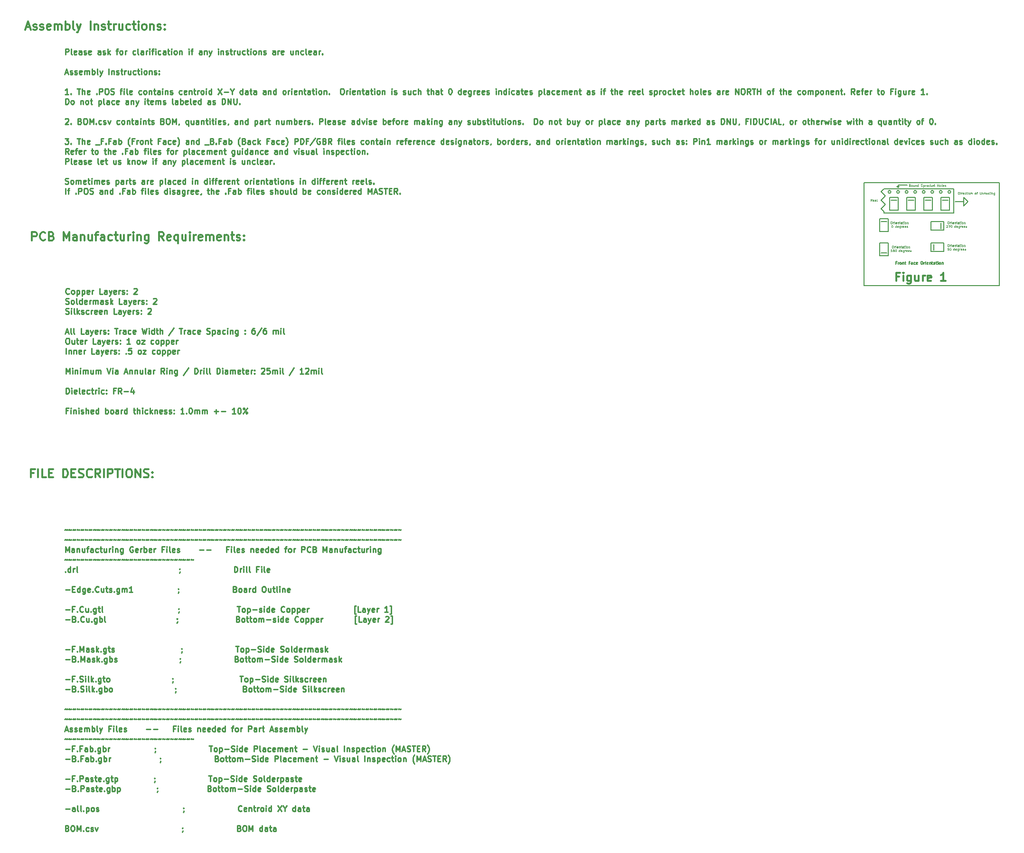
<source format=gbr>
G04 #@! TF.GenerationSoftware,KiCad,Pcbnew,(5.0.2)-1*
G04 #@! TF.CreationDate,2019-05-03T15:30:51-04:00*
G04 #@! TF.ProjectId,TrafMasterV1,54726166-4d61-4737-9465-7256312e6b69,V1*
G04 #@! TF.SameCoordinates,Original*
G04 #@! TF.FileFunction,Drawing*
%FSLAX46Y46*%
G04 Gerber Fmt 4.6, Leading zero omitted, Abs format (unit mm)*
G04 Created by KiCad (PCBNEW (5.0.2)-1) date 5/3/2019 3:30:51 PM*
%MOMM*%
%LPD*%
G01*
G04 APERTURE LIST*
%ADD10C,0.150000*%
%ADD11C,0.070000*%
%ADD12C,0.254000*%
%ADD13C,0.300000*%
%ADD14C,0.127000*%
G04 APERTURE END LIST*
D10*
X240083962Y-63297235D02*
X241607962Y-63297235D01*
X248211962Y-55677235D02*
X249227962Y-55677235D01*
X249481962Y-57455235D02*
X247957962Y-57455235D01*
X244909962Y-55169235D02*
X246433962Y-55169235D01*
X246433962Y-57455235D02*
X244909962Y-57455235D01*
X240337962Y-54153235D02*
X241099962Y-54915235D01*
X253291962Y-53645235D02*
X253291962Y-57963235D01*
X243639962Y-54153235D02*
G75*
G03X243639962Y-54153235I-254000J0D01*
G01*
X241861962Y-55169235D02*
X243385962Y-55169235D01*
X240337962Y-55677235D02*
X241099962Y-56439235D01*
X245163962Y-55677235D02*
X246179962Y-55677235D01*
X247957962Y-55169235D02*
X249481962Y-55169235D01*
X251005962Y-55169235D02*
X252529962Y-55169235D01*
X240083962Y-65583235D02*
X240083962Y-63297235D01*
X241099962Y-56439235D02*
X240337962Y-57201235D01*
X246433962Y-55169235D02*
X246433962Y-57455235D01*
X247957962Y-57455235D02*
X247957962Y-55169235D01*
X240337962Y-57201235D02*
X240845962Y-57709235D01*
X249481962Y-55169235D02*
X249481962Y-57455235D01*
X244909962Y-57455235D02*
X244909962Y-55169235D01*
X241607962Y-61265235D02*
X240083962Y-61265235D01*
X249227962Y-61011235D02*
X249227962Y-59487235D01*
X240845962Y-57709235D02*
X240845962Y-57963235D01*
D11*
X245564390Y-53191187D02*
X245431057Y-53000711D01*
X245335819Y-53191187D02*
X245335819Y-52791187D01*
X245488200Y-52791187D01*
X245526295Y-52810235D01*
X245545342Y-52829282D01*
X245564390Y-52867377D01*
X245564390Y-52924520D01*
X245545342Y-52962615D01*
X245526295Y-52981663D01*
X245488200Y-53000711D01*
X245335819Y-53000711D01*
X245792962Y-53191187D02*
X245754866Y-53172139D01*
X245735819Y-53153092D01*
X245716771Y-53114996D01*
X245716771Y-53000711D01*
X245735819Y-52962615D01*
X245754866Y-52943568D01*
X245792962Y-52924520D01*
X245850104Y-52924520D01*
X245888200Y-52943568D01*
X245907247Y-52962615D01*
X245926295Y-53000711D01*
X245926295Y-53114996D01*
X245907247Y-53153092D01*
X245888200Y-53172139D01*
X245850104Y-53191187D01*
X245792962Y-53191187D01*
X246269152Y-52924520D02*
X246269152Y-53191187D01*
X246097723Y-52924520D02*
X246097723Y-53134044D01*
X246116771Y-53172139D01*
X246154866Y-53191187D01*
X246212009Y-53191187D01*
X246250104Y-53172139D01*
X246269152Y-53153092D01*
X246459628Y-52924520D02*
X246459628Y-53191187D01*
X246459628Y-52962615D02*
X246478676Y-52943568D01*
X246516771Y-52924520D01*
X246573914Y-52924520D01*
X246612009Y-52943568D01*
X246631057Y-52981663D01*
X246631057Y-53191187D01*
X246992962Y-53191187D02*
X246992962Y-52791187D01*
X246992962Y-53172139D02*
X246954866Y-53191187D01*
X246878676Y-53191187D01*
X246840581Y-53172139D01*
X246821533Y-53153092D01*
X246802485Y-53114996D01*
X246802485Y-53000711D01*
X246821533Y-52962615D01*
X246840581Y-52943568D01*
X246878676Y-52924520D01*
X246954866Y-52924520D01*
X246992962Y-52943568D01*
X247469152Y-53172139D02*
X247526295Y-53191187D01*
X247621533Y-53191187D01*
X247659628Y-53172139D01*
X247678676Y-53153092D01*
X247697723Y-53114996D01*
X247697723Y-53076901D01*
X247678676Y-53038806D01*
X247659628Y-53019758D01*
X247621533Y-53000711D01*
X247545342Y-52981663D01*
X247507247Y-52962615D01*
X247488200Y-52943568D01*
X247469152Y-52905473D01*
X247469152Y-52867377D01*
X247488200Y-52829282D01*
X247507247Y-52810235D01*
X247545342Y-52791187D01*
X247640581Y-52791187D01*
X247697723Y-52810235D01*
X247869152Y-52924520D02*
X247869152Y-53324520D01*
X247869152Y-52943568D02*
X247907247Y-52924520D01*
X247983438Y-52924520D01*
X248021533Y-52943568D01*
X248040581Y-52962615D01*
X248059628Y-53000711D01*
X248059628Y-53114996D01*
X248040581Y-53153092D01*
X248021533Y-53172139D01*
X247983438Y-53191187D01*
X247907247Y-53191187D01*
X247869152Y-53172139D01*
X248231057Y-53191187D02*
X248231057Y-52924520D01*
X248231057Y-53000711D02*
X248250104Y-52962615D01*
X248269152Y-52943568D01*
X248307247Y-52924520D01*
X248345342Y-52924520D01*
X248535819Y-53191187D02*
X248497723Y-53172139D01*
X248478676Y-53153092D01*
X248459628Y-53114996D01*
X248459628Y-53000711D01*
X248478676Y-52962615D01*
X248497723Y-52943568D01*
X248535819Y-52924520D01*
X248592962Y-52924520D01*
X248631057Y-52943568D01*
X248650104Y-52962615D01*
X248669152Y-53000711D01*
X248669152Y-53114996D01*
X248650104Y-53153092D01*
X248631057Y-53172139D01*
X248592962Y-53191187D01*
X248535819Y-53191187D01*
X249012009Y-53172139D02*
X248973914Y-53191187D01*
X248897723Y-53191187D01*
X248859628Y-53172139D01*
X248840581Y-53153092D01*
X248821533Y-53114996D01*
X248821533Y-53000711D01*
X248840581Y-52962615D01*
X248859628Y-52943568D01*
X248897723Y-52924520D01*
X248973914Y-52924520D01*
X249012009Y-52943568D01*
X249183438Y-53191187D02*
X249183438Y-52791187D01*
X249221533Y-53038806D02*
X249335819Y-53191187D01*
X249335819Y-52924520D02*
X249183438Y-53076901D01*
X249659628Y-53172139D02*
X249621533Y-53191187D01*
X249545342Y-53191187D01*
X249507247Y-53172139D01*
X249488200Y-53134044D01*
X249488200Y-52981663D01*
X249507247Y-52943568D01*
X249545342Y-52924520D01*
X249621533Y-52924520D01*
X249659628Y-52943568D01*
X249678676Y-52981663D01*
X249678676Y-53019758D01*
X249488200Y-53057854D01*
X249792962Y-52924520D02*
X249945342Y-52924520D01*
X249850104Y-52791187D02*
X249850104Y-53134044D01*
X249869152Y-53172139D01*
X249907247Y-53191187D01*
X249945342Y-53191187D01*
X250383438Y-53191187D02*
X250383438Y-52791187D01*
X250383438Y-52981663D02*
X250612009Y-52981663D01*
X250612009Y-53191187D02*
X250612009Y-52791187D01*
X250859628Y-53191187D02*
X250821533Y-53172139D01*
X250802485Y-53153092D01*
X250783438Y-53114996D01*
X250783438Y-53000711D01*
X250802485Y-52962615D01*
X250821533Y-52943568D01*
X250859628Y-52924520D01*
X250916771Y-52924520D01*
X250954866Y-52943568D01*
X250973914Y-52962615D01*
X250992962Y-53000711D01*
X250992962Y-53114996D01*
X250973914Y-53153092D01*
X250954866Y-53172139D01*
X250916771Y-53191187D01*
X250859628Y-53191187D01*
X251221533Y-53191187D02*
X251183438Y-53172139D01*
X251164390Y-53134044D01*
X251164390Y-52791187D01*
X251526295Y-53172139D02*
X251488200Y-53191187D01*
X251412009Y-53191187D01*
X251373914Y-53172139D01*
X251354866Y-53134044D01*
X251354866Y-52981663D01*
X251373914Y-52943568D01*
X251412009Y-52924520D01*
X251488200Y-52924520D01*
X251526295Y-52943568D01*
X251545342Y-52981663D01*
X251545342Y-53019758D01*
X251354866Y-53057854D01*
X251697723Y-53172139D02*
X251735819Y-53191187D01*
X251812009Y-53191187D01*
X251850104Y-53172139D01*
X251869152Y-53134044D01*
X251869152Y-53114996D01*
X251850104Y-53076901D01*
X251812009Y-53057854D01*
X251754866Y-53057854D01*
X251716771Y-53038806D01*
X251697723Y-53000711D01*
X251697723Y-52981663D01*
X251716771Y-52943568D01*
X251754866Y-52924520D01*
X251812009Y-52924520D01*
X251850104Y-52943568D01*
D12*
X94724461Y-114524971D02*
X94772842Y-114476590D01*
X94869604Y-114428209D01*
X95063128Y-114524971D01*
X95159890Y-114476590D01*
X95208271Y-114428209D01*
X95450176Y-114524971D02*
X95498557Y-114476590D01*
X95595319Y-114428209D01*
X95788842Y-114524971D01*
X95885604Y-114476590D01*
X95933985Y-114428209D01*
X96175890Y-114524971D02*
X96224271Y-114476590D01*
X96321033Y-114428209D01*
X96514557Y-114524971D01*
X96611319Y-114476590D01*
X96659700Y-114428209D01*
X96901604Y-114524971D02*
X96949985Y-114476590D01*
X97046747Y-114428209D01*
X97240271Y-114524971D01*
X97337033Y-114476590D01*
X97385414Y-114428209D01*
X97627319Y-114524971D02*
X97675700Y-114476590D01*
X97772461Y-114428209D01*
X97965985Y-114524971D01*
X98062747Y-114476590D01*
X98111128Y-114428209D01*
X98353033Y-114524971D02*
X98401414Y-114476590D01*
X98498176Y-114428209D01*
X98691700Y-114524971D01*
X98788461Y-114476590D01*
X98836842Y-114428209D01*
X99078747Y-114524971D02*
X99127128Y-114476590D01*
X99223890Y-114428209D01*
X99417414Y-114524971D01*
X99514176Y-114476590D01*
X99562557Y-114428209D01*
X99804461Y-114524971D02*
X99852842Y-114476590D01*
X99949604Y-114428209D01*
X100143128Y-114524971D01*
X100239890Y-114476590D01*
X100288271Y-114428209D01*
X100530176Y-114524971D02*
X100578557Y-114476590D01*
X100675319Y-114428209D01*
X100868842Y-114524971D01*
X100965604Y-114476590D01*
X101013985Y-114428209D01*
X101255890Y-114524971D02*
X101304271Y-114476590D01*
X101401033Y-114428209D01*
X101594557Y-114524971D01*
X101691319Y-114476590D01*
X101739700Y-114428209D01*
X101981604Y-114524971D02*
X102029985Y-114476590D01*
X102126747Y-114428209D01*
X102320271Y-114524971D01*
X102417033Y-114476590D01*
X102465414Y-114428209D01*
X102707319Y-114524971D02*
X102755700Y-114476590D01*
X102852461Y-114428209D01*
X103045985Y-114524971D01*
X103142747Y-114476590D01*
X103191128Y-114428209D01*
X103433033Y-114524971D02*
X103481414Y-114476590D01*
X103578176Y-114428209D01*
X103771700Y-114524971D01*
X103868461Y-114476590D01*
X103916842Y-114428209D01*
X104158747Y-114524971D02*
X104207128Y-114476590D01*
X104303890Y-114428209D01*
X104497414Y-114524971D01*
X104594176Y-114476590D01*
X104642557Y-114428209D01*
X104884461Y-114524971D02*
X104932842Y-114476590D01*
X105029604Y-114428209D01*
X105223128Y-114524971D01*
X105319890Y-114476590D01*
X105368271Y-114428209D01*
X105610176Y-114524971D02*
X105658557Y-114476590D01*
X105755319Y-114428209D01*
X105948842Y-114524971D01*
X106045604Y-114476590D01*
X106093985Y-114428209D01*
X106335890Y-114524971D02*
X106384271Y-114476590D01*
X106481033Y-114428209D01*
X106674557Y-114524971D01*
X106771319Y-114476590D01*
X106819700Y-114428209D01*
X107061604Y-114524971D02*
X107109985Y-114476590D01*
X107206747Y-114428209D01*
X107400271Y-114524971D01*
X107497033Y-114476590D01*
X107545414Y-114428209D01*
X107787319Y-114524971D02*
X107835700Y-114476590D01*
X107932461Y-114428209D01*
X108125985Y-114524971D01*
X108222747Y-114476590D01*
X108271128Y-114428209D01*
X108513033Y-114524971D02*
X108561414Y-114476590D01*
X108658176Y-114428209D01*
X108851700Y-114524971D01*
X108948461Y-114476590D01*
X108996842Y-114428209D01*
X109238747Y-114524971D02*
X109287128Y-114476590D01*
X109383890Y-114428209D01*
X109577414Y-114524971D01*
X109674176Y-114476590D01*
X109722557Y-114428209D01*
X109964461Y-114524971D02*
X110012842Y-114476590D01*
X110109604Y-114428209D01*
X110303128Y-114524971D01*
X110399890Y-114476590D01*
X110448271Y-114428209D01*
X110690176Y-114524971D02*
X110738557Y-114476590D01*
X110835319Y-114428209D01*
X111028842Y-114524971D01*
X111125604Y-114476590D01*
X111173985Y-114428209D01*
X111415890Y-114524971D02*
X111464271Y-114476590D01*
X111561033Y-114428209D01*
X111754557Y-114524971D01*
X111851319Y-114476590D01*
X111899700Y-114428209D01*
X112141604Y-114524971D02*
X112189985Y-114476590D01*
X112286747Y-114428209D01*
X112480271Y-114524971D01*
X112577033Y-114476590D01*
X112625414Y-114428209D01*
X112867319Y-114524971D02*
X112915700Y-114476590D01*
X113012461Y-114428209D01*
X113205985Y-114524971D01*
X113302747Y-114476590D01*
X113351128Y-114428209D01*
X113593033Y-114524971D02*
X113641414Y-114476590D01*
X113738176Y-114428209D01*
X113931700Y-114524971D01*
X114028461Y-114476590D01*
X114076842Y-114428209D01*
X114318747Y-114524971D02*
X114367128Y-114476590D01*
X114463890Y-114428209D01*
X114657414Y-114524971D01*
X114754176Y-114476590D01*
X114802557Y-114428209D01*
X115044461Y-114524971D02*
X115092842Y-114476590D01*
X115189604Y-114428209D01*
X115383128Y-114524971D01*
X115479890Y-114476590D01*
X115528271Y-114428209D01*
X115770176Y-114524971D02*
X115818557Y-114476590D01*
X115915319Y-114428209D01*
X116108842Y-114524971D01*
X116205604Y-114476590D01*
X116253985Y-114428209D01*
X116495890Y-114524971D02*
X116544271Y-114476590D01*
X116641033Y-114428209D01*
X116834557Y-114524971D01*
X116931319Y-114476590D01*
X116979700Y-114428209D01*
X117221604Y-114524971D02*
X117269985Y-114476590D01*
X117366747Y-114428209D01*
X117560271Y-114524971D01*
X117657033Y-114476590D01*
X117705414Y-114428209D01*
X117947319Y-114524971D02*
X117995700Y-114476590D01*
X118092461Y-114428209D01*
X118285985Y-114524971D01*
X118382747Y-114476590D01*
X118431128Y-114428209D01*
X118673033Y-114524971D02*
X118721414Y-114476590D01*
X118818176Y-114428209D01*
X119011700Y-114524971D01*
X119108461Y-114476590D01*
X119156842Y-114428209D01*
X119398747Y-114524971D02*
X119447128Y-114476590D01*
X119543890Y-114428209D01*
X119737414Y-114524971D01*
X119834176Y-114476590D01*
X119882557Y-114428209D01*
X120124461Y-114524971D02*
X120172842Y-114476590D01*
X120269604Y-114428209D01*
X120463128Y-114524971D01*
X120559890Y-114476590D01*
X120608271Y-114428209D01*
X120850176Y-114524971D02*
X120898557Y-114476590D01*
X120995319Y-114428209D01*
X121188842Y-114524971D01*
X121285604Y-114476590D01*
X121333985Y-114428209D01*
X121575890Y-114524971D02*
X121624271Y-114476590D01*
X121721033Y-114428209D01*
X121914557Y-114524971D01*
X122011319Y-114476590D01*
X122059700Y-114428209D01*
X122301604Y-114524971D02*
X122349985Y-114476590D01*
X122446747Y-114428209D01*
X122640271Y-114524971D01*
X122737033Y-114476590D01*
X122785414Y-114428209D01*
X123027319Y-114524971D02*
X123075700Y-114476590D01*
X123172461Y-114428209D01*
X123365985Y-114524971D01*
X123462747Y-114476590D01*
X123511128Y-114428209D01*
X123753033Y-114524971D02*
X123801414Y-114476590D01*
X123898176Y-114428209D01*
X124091700Y-114524971D01*
X124188461Y-114476590D01*
X124236842Y-114428209D01*
X124478747Y-114524971D02*
X124527128Y-114476590D01*
X124623890Y-114428209D01*
X124817414Y-114524971D01*
X124914176Y-114476590D01*
X124962557Y-114428209D01*
X125204461Y-114524971D02*
X125252842Y-114476590D01*
X125349604Y-114428209D01*
X125543128Y-114524971D01*
X125639890Y-114476590D01*
X125688271Y-114428209D01*
X125930176Y-114524971D02*
X125978557Y-114476590D01*
X126075319Y-114428209D01*
X126268842Y-114524971D01*
X126365604Y-114476590D01*
X126413985Y-114428209D01*
X126655890Y-114524971D02*
X126704271Y-114476590D01*
X126801033Y-114428209D01*
X126994557Y-114524971D01*
X127091319Y-114476590D01*
X127139700Y-114428209D01*
X127381604Y-114524971D02*
X127429985Y-114476590D01*
X127526747Y-114428209D01*
X127720271Y-114524971D01*
X127817033Y-114476590D01*
X127865414Y-114428209D01*
X128107319Y-114524971D02*
X128155700Y-114476590D01*
X128252461Y-114428209D01*
X128445985Y-114524971D01*
X128542747Y-114476590D01*
X128591128Y-114428209D01*
X128833033Y-114524971D02*
X128881414Y-114476590D01*
X128978176Y-114428209D01*
X129171700Y-114524971D01*
X129268461Y-114476590D01*
X129316842Y-114428209D01*
X129558747Y-114524971D02*
X129607128Y-114476590D01*
X129703890Y-114428209D01*
X129897414Y-114524971D01*
X129994176Y-114476590D01*
X130042557Y-114428209D01*
X130284461Y-114524971D02*
X130332842Y-114476590D01*
X130429604Y-114428209D01*
X130623128Y-114524971D01*
X130719890Y-114476590D01*
X130768271Y-114428209D01*
X131010176Y-114524971D02*
X131058557Y-114476590D01*
X131155319Y-114428209D01*
X131348842Y-114524971D01*
X131445604Y-114476590D01*
X131493985Y-114428209D01*
X131735890Y-114524971D02*
X131784271Y-114476590D01*
X131881033Y-114428209D01*
X132074557Y-114524971D01*
X132171319Y-114476590D01*
X132219700Y-114428209D01*
X132461604Y-114524971D02*
X132509985Y-114476590D01*
X132606747Y-114428209D01*
X132800271Y-114524971D01*
X132897033Y-114476590D01*
X132945414Y-114428209D01*
X133187319Y-114524971D02*
X133235700Y-114476590D01*
X133332461Y-114428209D01*
X133525985Y-114524971D01*
X133622747Y-114476590D01*
X133671128Y-114428209D01*
X133913033Y-114524971D02*
X133961414Y-114476590D01*
X134058176Y-114428209D01*
X134251700Y-114524971D01*
X134348461Y-114476590D01*
X134396842Y-114428209D01*
X134638747Y-114524971D02*
X134687128Y-114476590D01*
X134783890Y-114428209D01*
X134977414Y-114524971D01*
X135074176Y-114476590D01*
X135122557Y-114428209D01*
X135364461Y-114524971D02*
X135412842Y-114476590D01*
X135509604Y-114428209D01*
X135703128Y-114524971D01*
X135799890Y-114476590D01*
X135848271Y-114428209D01*
X136090176Y-114524971D02*
X136138557Y-114476590D01*
X136235319Y-114428209D01*
X136428842Y-114524971D01*
X136525604Y-114476590D01*
X136573985Y-114428209D01*
X136815890Y-114524971D02*
X136864271Y-114476590D01*
X136961033Y-114428209D01*
X137154557Y-114524971D01*
X137251319Y-114476590D01*
X137299700Y-114428209D01*
X137541604Y-114524971D02*
X137589985Y-114476590D01*
X137686747Y-114428209D01*
X137880271Y-114524971D01*
X137977033Y-114476590D01*
X138025414Y-114428209D01*
X138267319Y-114524971D02*
X138315700Y-114476590D01*
X138412461Y-114428209D01*
X138605985Y-114524971D01*
X138702747Y-114476590D01*
X138751128Y-114428209D01*
X138993033Y-114524971D02*
X139041414Y-114476590D01*
X139138176Y-114428209D01*
X139331700Y-114524971D01*
X139428461Y-114476590D01*
X139476842Y-114428209D01*
X139718747Y-114524971D02*
X139767128Y-114476590D01*
X139863890Y-114428209D01*
X140057414Y-114524971D01*
X140154176Y-114476590D01*
X140202557Y-114428209D01*
X140444461Y-114524971D02*
X140492842Y-114476590D01*
X140589604Y-114428209D01*
X140783128Y-114524971D01*
X140879890Y-114476590D01*
X140928271Y-114428209D01*
X141170176Y-114524971D02*
X141218557Y-114476590D01*
X141315319Y-114428209D01*
X141508842Y-114524971D01*
X141605604Y-114476590D01*
X141653985Y-114428209D01*
X141895890Y-114524971D02*
X141944271Y-114476590D01*
X142041033Y-114428209D01*
X142234557Y-114524971D01*
X142331319Y-114476590D01*
X142379700Y-114428209D01*
X142621604Y-114524971D02*
X142669985Y-114476590D01*
X142766747Y-114428209D01*
X142960271Y-114524971D01*
X143057033Y-114476590D01*
X143105414Y-114428209D01*
X143347319Y-114524971D02*
X143395700Y-114476590D01*
X143492461Y-114428209D01*
X143685985Y-114524971D01*
X143782747Y-114476590D01*
X143831128Y-114428209D01*
X144073033Y-114524971D02*
X144121414Y-114476590D01*
X144218176Y-114428209D01*
X144411700Y-114524971D01*
X144508461Y-114476590D01*
X144556842Y-114428209D01*
X144798747Y-114524971D02*
X144847128Y-114476590D01*
X144943890Y-114428209D01*
X145137414Y-114524971D01*
X145234176Y-114476590D01*
X145282557Y-114428209D01*
X145524461Y-114524971D02*
X145572842Y-114476590D01*
X145669604Y-114428209D01*
X145863128Y-114524971D01*
X145959890Y-114476590D01*
X146008271Y-114428209D01*
X146250176Y-114524971D02*
X146298557Y-114476590D01*
X146395319Y-114428209D01*
X146588842Y-114524971D01*
X146685604Y-114476590D01*
X146733985Y-114428209D01*
X146975890Y-114524971D02*
X147024271Y-114476590D01*
X147121033Y-114428209D01*
X147314557Y-114524971D01*
X147411319Y-114476590D01*
X147459699Y-114428209D01*
X147701604Y-114524971D02*
X147749985Y-114476590D01*
X147846747Y-114428209D01*
X148040271Y-114524971D01*
X148137033Y-114476590D01*
X148185414Y-114428209D01*
X148427319Y-114524971D02*
X148475699Y-114476590D01*
X148572461Y-114428209D01*
X148765985Y-114524971D01*
X148862747Y-114476590D01*
X148911128Y-114428209D01*
X149153033Y-114524971D02*
X149201414Y-114476590D01*
X149298176Y-114428209D01*
X149491699Y-114524971D01*
X149588461Y-114476590D01*
X149636842Y-114428209D01*
X149878747Y-114524971D02*
X149927128Y-114476590D01*
X150023890Y-114428209D01*
X150217414Y-114524971D01*
X150314176Y-114476590D01*
X150362557Y-114428209D01*
X150604461Y-114524971D02*
X150652842Y-114476590D01*
X150749604Y-114428209D01*
X150943128Y-114524971D01*
X151039890Y-114476590D01*
X151088271Y-114428209D01*
X151330176Y-114524971D02*
X151378557Y-114476590D01*
X151475319Y-114428209D01*
X151668842Y-114524971D01*
X151765604Y-114476590D01*
X151813985Y-114428209D01*
X152055890Y-114524971D02*
X152104271Y-114476590D01*
X152201033Y-114428209D01*
X152394557Y-114524971D01*
X152491319Y-114476590D01*
X152539699Y-114428209D01*
X152781604Y-114524971D02*
X152829985Y-114476590D01*
X152926747Y-114428209D01*
X153120271Y-114524971D01*
X153217033Y-114476590D01*
X153265414Y-114428209D01*
X153507319Y-114524971D02*
X153555699Y-114476590D01*
X153652461Y-114428209D01*
X153845985Y-114524971D01*
X153942747Y-114476590D01*
X153991128Y-114428209D01*
X154233033Y-114524971D02*
X154281414Y-114476590D01*
X154378176Y-114428209D01*
X154571699Y-114524971D01*
X154668461Y-114476590D01*
X154716842Y-114428209D01*
X94724461Y-116302971D02*
X94772842Y-116254590D01*
X94869604Y-116206209D01*
X95063128Y-116302971D01*
X95159890Y-116254590D01*
X95208271Y-116206209D01*
X95450176Y-116302971D02*
X95498557Y-116254590D01*
X95595319Y-116206209D01*
X95788842Y-116302971D01*
X95885604Y-116254590D01*
X95933985Y-116206209D01*
X96175890Y-116302971D02*
X96224271Y-116254590D01*
X96321033Y-116206209D01*
X96514557Y-116302971D01*
X96611319Y-116254590D01*
X96659700Y-116206209D01*
X96901604Y-116302971D02*
X96949985Y-116254590D01*
X97046747Y-116206209D01*
X97240271Y-116302971D01*
X97337033Y-116254590D01*
X97385414Y-116206209D01*
X97627319Y-116302971D02*
X97675700Y-116254590D01*
X97772461Y-116206209D01*
X97965985Y-116302971D01*
X98062747Y-116254590D01*
X98111128Y-116206209D01*
X98353033Y-116302971D02*
X98401414Y-116254590D01*
X98498176Y-116206209D01*
X98691700Y-116302971D01*
X98788461Y-116254590D01*
X98836842Y-116206209D01*
X99078747Y-116302971D02*
X99127128Y-116254590D01*
X99223890Y-116206209D01*
X99417414Y-116302971D01*
X99514176Y-116254590D01*
X99562557Y-116206209D01*
X99804461Y-116302971D02*
X99852842Y-116254590D01*
X99949604Y-116206209D01*
X100143128Y-116302971D01*
X100239890Y-116254590D01*
X100288271Y-116206209D01*
X100530176Y-116302971D02*
X100578557Y-116254590D01*
X100675319Y-116206209D01*
X100868842Y-116302971D01*
X100965604Y-116254590D01*
X101013985Y-116206209D01*
X101255890Y-116302971D02*
X101304271Y-116254590D01*
X101401033Y-116206209D01*
X101594557Y-116302971D01*
X101691319Y-116254590D01*
X101739700Y-116206209D01*
X101981604Y-116302971D02*
X102029985Y-116254590D01*
X102126747Y-116206209D01*
X102320271Y-116302971D01*
X102417033Y-116254590D01*
X102465414Y-116206209D01*
X102707319Y-116302971D02*
X102755700Y-116254590D01*
X102852461Y-116206209D01*
X103045985Y-116302971D01*
X103142747Y-116254590D01*
X103191128Y-116206209D01*
X103433033Y-116302971D02*
X103481414Y-116254590D01*
X103578176Y-116206209D01*
X103771700Y-116302971D01*
X103868461Y-116254590D01*
X103916842Y-116206209D01*
X104158747Y-116302971D02*
X104207128Y-116254590D01*
X104303890Y-116206209D01*
X104497414Y-116302971D01*
X104594176Y-116254590D01*
X104642557Y-116206209D01*
X104884461Y-116302971D02*
X104932842Y-116254590D01*
X105029604Y-116206209D01*
X105223128Y-116302971D01*
X105319890Y-116254590D01*
X105368271Y-116206209D01*
X105610176Y-116302971D02*
X105658557Y-116254590D01*
X105755319Y-116206209D01*
X105948842Y-116302971D01*
X106045604Y-116254590D01*
X106093985Y-116206209D01*
X106335890Y-116302971D02*
X106384271Y-116254590D01*
X106481033Y-116206209D01*
X106674557Y-116302971D01*
X106771319Y-116254590D01*
X106819700Y-116206209D01*
X107061604Y-116302971D02*
X107109985Y-116254590D01*
X107206747Y-116206209D01*
X107400271Y-116302971D01*
X107497033Y-116254590D01*
X107545414Y-116206209D01*
X107787319Y-116302971D02*
X107835700Y-116254590D01*
X107932461Y-116206209D01*
X108125985Y-116302971D01*
X108222747Y-116254590D01*
X108271128Y-116206209D01*
X108513033Y-116302971D02*
X108561414Y-116254590D01*
X108658176Y-116206209D01*
X108851700Y-116302971D01*
X108948461Y-116254590D01*
X108996842Y-116206209D01*
X109238747Y-116302971D02*
X109287128Y-116254590D01*
X109383890Y-116206209D01*
X109577414Y-116302971D01*
X109674176Y-116254590D01*
X109722557Y-116206209D01*
X109964461Y-116302971D02*
X110012842Y-116254590D01*
X110109604Y-116206209D01*
X110303128Y-116302971D01*
X110399890Y-116254590D01*
X110448271Y-116206209D01*
X110690176Y-116302971D02*
X110738557Y-116254590D01*
X110835319Y-116206209D01*
X111028842Y-116302971D01*
X111125604Y-116254590D01*
X111173985Y-116206209D01*
X111415890Y-116302971D02*
X111464271Y-116254590D01*
X111561033Y-116206209D01*
X111754557Y-116302971D01*
X111851319Y-116254590D01*
X111899700Y-116206209D01*
X112141604Y-116302971D02*
X112189985Y-116254590D01*
X112286747Y-116206209D01*
X112480271Y-116302971D01*
X112577033Y-116254590D01*
X112625414Y-116206209D01*
X112867319Y-116302971D02*
X112915700Y-116254590D01*
X113012461Y-116206209D01*
X113205985Y-116302971D01*
X113302747Y-116254590D01*
X113351128Y-116206209D01*
X113593033Y-116302971D02*
X113641414Y-116254590D01*
X113738176Y-116206209D01*
X113931700Y-116302971D01*
X114028461Y-116254590D01*
X114076842Y-116206209D01*
X114318747Y-116302971D02*
X114367128Y-116254590D01*
X114463890Y-116206209D01*
X114657414Y-116302971D01*
X114754176Y-116254590D01*
X114802557Y-116206209D01*
X115044461Y-116302971D02*
X115092842Y-116254590D01*
X115189604Y-116206209D01*
X115383128Y-116302971D01*
X115479890Y-116254590D01*
X115528271Y-116206209D01*
X115770176Y-116302971D02*
X115818557Y-116254590D01*
X115915319Y-116206209D01*
X116108842Y-116302971D01*
X116205604Y-116254590D01*
X116253985Y-116206209D01*
X116495890Y-116302971D02*
X116544271Y-116254590D01*
X116641033Y-116206209D01*
X116834557Y-116302971D01*
X116931319Y-116254590D01*
X116979700Y-116206209D01*
X117221604Y-116302971D02*
X117269985Y-116254590D01*
X117366747Y-116206209D01*
X117560271Y-116302971D01*
X117657033Y-116254590D01*
X117705414Y-116206209D01*
X117947319Y-116302971D02*
X117995700Y-116254590D01*
X118092461Y-116206209D01*
X118285985Y-116302971D01*
X118382747Y-116254590D01*
X118431128Y-116206209D01*
X118673033Y-116302971D02*
X118721414Y-116254590D01*
X118818176Y-116206209D01*
X119011700Y-116302971D01*
X119108461Y-116254590D01*
X119156842Y-116206209D01*
X119398747Y-116302971D02*
X119447128Y-116254590D01*
X119543890Y-116206209D01*
X119737414Y-116302971D01*
X119834176Y-116254590D01*
X119882557Y-116206209D01*
X120124461Y-116302971D02*
X120172842Y-116254590D01*
X120269604Y-116206209D01*
X120463128Y-116302971D01*
X120559890Y-116254590D01*
X120608271Y-116206209D01*
X120850176Y-116302971D02*
X120898557Y-116254590D01*
X120995319Y-116206209D01*
X121188842Y-116302971D01*
X121285604Y-116254590D01*
X121333985Y-116206209D01*
X121575890Y-116302971D02*
X121624271Y-116254590D01*
X121721033Y-116206209D01*
X121914557Y-116302971D01*
X122011319Y-116254590D01*
X122059700Y-116206209D01*
X122301604Y-116302971D02*
X122349985Y-116254590D01*
X122446747Y-116206209D01*
X122640271Y-116302971D01*
X122737033Y-116254590D01*
X122785414Y-116206209D01*
X123027319Y-116302971D02*
X123075700Y-116254590D01*
X123172461Y-116206209D01*
X123365985Y-116302971D01*
X123462747Y-116254590D01*
X123511128Y-116206209D01*
X123753033Y-116302971D02*
X123801414Y-116254590D01*
X123898176Y-116206209D01*
X124091700Y-116302971D01*
X124188461Y-116254590D01*
X124236842Y-116206209D01*
X124478747Y-116302971D02*
X124527128Y-116254590D01*
X124623890Y-116206209D01*
X124817414Y-116302971D01*
X124914176Y-116254590D01*
X124962557Y-116206209D01*
X125204461Y-116302971D02*
X125252842Y-116254590D01*
X125349604Y-116206209D01*
X125543128Y-116302971D01*
X125639890Y-116254590D01*
X125688271Y-116206209D01*
X125930176Y-116302971D02*
X125978557Y-116254590D01*
X126075319Y-116206209D01*
X126268842Y-116302971D01*
X126365604Y-116254590D01*
X126413985Y-116206209D01*
X126655890Y-116302971D02*
X126704271Y-116254590D01*
X126801033Y-116206209D01*
X126994557Y-116302971D01*
X127091319Y-116254590D01*
X127139700Y-116206209D01*
X127381604Y-116302971D02*
X127429985Y-116254590D01*
X127526747Y-116206209D01*
X127720271Y-116302971D01*
X127817033Y-116254590D01*
X127865414Y-116206209D01*
X128107319Y-116302971D02*
X128155700Y-116254590D01*
X128252461Y-116206209D01*
X128445985Y-116302971D01*
X128542747Y-116254590D01*
X128591128Y-116206209D01*
X128833033Y-116302971D02*
X128881414Y-116254590D01*
X128978176Y-116206209D01*
X129171700Y-116302971D01*
X129268461Y-116254590D01*
X129316842Y-116206209D01*
X129558747Y-116302971D02*
X129607128Y-116254590D01*
X129703890Y-116206209D01*
X129897414Y-116302971D01*
X129994176Y-116254590D01*
X130042557Y-116206209D01*
X130284461Y-116302971D02*
X130332842Y-116254590D01*
X130429604Y-116206209D01*
X130623128Y-116302971D01*
X130719890Y-116254590D01*
X130768271Y-116206209D01*
X131010176Y-116302971D02*
X131058557Y-116254590D01*
X131155319Y-116206209D01*
X131348842Y-116302971D01*
X131445604Y-116254590D01*
X131493985Y-116206209D01*
X131735890Y-116302971D02*
X131784271Y-116254590D01*
X131881033Y-116206209D01*
X132074557Y-116302971D01*
X132171319Y-116254590D01*
X132219700Y-116206209D01*
X132461604Y-116302971D02*
X132509985Y-116254590D01*
X132606747Y-116206209D01*
X132800271Y-116302971D01*
X132897033Y-116254590D01*
X132945414Y-116206209D01*
X133187319Y-116302971D02*
X133235700Y-116254590D01*
X133332461Y-116206209D01*
X133525985Y-116302971D01*
X133622747Y-116254590D01*
X133671128Y-116206209D01*
X133913033Y-116302971D02*
X133961414Y-116254590D01*
X134058176Y-116206209D01*
X134251700Y-116302971D01*
X134348461Y-116254590D01*
X134396842Y-116206209D01*
X134638747Y-116302971D02*
X134687128Y-116254590D01*
X134783890Y-116206209D01*
X134977414Y-116302971D01*
X135074176Y-116254590D01*
X135122557Y-116206209D01*
X135364461Y-116302971D02*
X135412842Y-116254590D01*
X135509604Y-116206209D01*
X135703128Y-116302971D01*
X135799890Y-116254590D01*
X135848271Y-116206209D01*
X136090176Y-116302971D02*
X136138557Y-116254590D01*
X136235319Y-116206209D01*
X136428842Y-116302971D01*
X136525604Y-116254590D01*
X136573985Y-116206209D01*
X136815890Y-116302971D02*
X136864271Y-116254590D01*
X136961033Y-116206209D01*
X137154557Y-116302971D01*
X137251319Y-116254590D01*
X137299700Y-116206209D01*
X137541604Y-116302971D02*
X137589985Y-116254590D01*
X137686747Y-116206209D01*
X137880271Y-116302971D01*
X137977033Y-116254590D01*
X138025414Y-116206209D01*
X138267319Y-116302971D02*
X138315700Y-116254590D01*
X138412461Y-116206209D01*
X138605985Y-116302971D01*
X138702747Y-116254590D01*
X138751128Y-116206209D01*
X138993033Y-116302971D02*
X139041414Y-116254590D01*
X139138176Y-116206209D01*
X139331700Y-116302971D01*
X139428461Y-116254590D01*
X139476842Y-116206209D01*
X139718747Y-116302971D02*
X139767128Y-116254590D01*
X139863890Y-116206209D01*
X140057414Y-116302971D01*
X140154176Y-116254590D01*
X140202557Y-116206209D01*
X140444461Y-116302971D02*
X140492842Y-116254590D01*
X140589604Y-116206209D01*
X140783128Y-116302971D01*
X140879890Y-116254590D01*
X140928271Y-116206209D01*
X141170176Y-116302971D02*
X141218557Y-116254590D01*
X141315319Y-116206209D01*
X141508842Y-116302971D01*
X141605604Y-116254590D01*
X141653985Y-116206209D01*
X141895890Y-116302971D02*
X141944271Y-116254590D01*
X142041033Y-116206209D01*
X142234557Y-116302971D01*
X142331319Y-116254590D01*
X142379700Y-116206209D01*
X142621604Y-116302971D02*
X142669985Y-116254590D01*
X142766747Y-116206209D01*
X142960271Y-116302971D01*
X143057033Y-116254590D01*
X143105414Y-116206209D01*
X143347319Y-116302971D02*
X143395700Y-116254590D01*
X143492461Y-116206209D01*
X143685985Y-116302971D01*
X143782747Y-116254590D01*
X143831128Y-116206209D01*
X144073033Y-116302971D02*
X144121414Y-116254590D01*
X144218176Y-116206209D01*
X144411700Y-116302971D01*
X144508461Y-116254590D01*
X144556842Y-116206209D01*
X144798747Y-116302971D02*
X144847128Y-116254590D01*
X144943890Y-116206209D01*
X145137414Y-116302971D01*
X145234176Y-116254590D01*
X145282557Y-116206209D01*
X145524461Y-116302971D02*
X145572842Y-116254590D01*
X145669604Y-116206209D01*
X145863128Y-116302971D01*
X145959890Y-116254590D01*
X146008271Y-116206209D01*
X146250176Y-116302971D02*
X146298557Y-116254590D01*
X146395319Y-116206209D01*
X146588842Y-116302971D01*
X146685604Y-116254590D01*
X146733985Y-116206209D01*
X146975890Y-116302971D02*
X147024271Y-116254590D01*
X147121033Y-116206209D01*
X147314557Y-116302971D01*
X147411319Y-116254590D01*
X147459699Y-116206209D01*
X147701604Y-116302971D02*
X147749985Y-116254590D01*
X147846747Y-116206209D01*
X148040271Y-116302971D01*
X148137033Y-116254590D01*
X148185414Y-116206209D01*
X148427319Y-116302971D02*
X148475699Y-116254590D01*
X148572461Y-116206209D01*
X148765985Y-116302971D01*
X148862747Y-116254590D01*
X148911128Y-116206209D01*
X149153033Y-116302971D02*
X149201414Y-116254590D01*
X149298176Y-116206209D01*
X149491699Y-116302971D01*
X149588461Y-116254590D01*
X149636842Y-116206209D01*
X149878747Y-116302971D02*
X149927128Y-116254590D01*
X150023890Y-116206209D01*
X150217414Y-116302971D01*
X150314176Y-116254590D01*
X150362557Y-116206209D01*
X150604461Y-116302971D02*
X150652842Y-116254590D01*
X150749604Y-116206209D01*
X150943128Y-116302971D01*
X151039890Y-116254590D01*
X151088271Y-116206209D01*
X151330176Y-116302971D02*
X151378557Y-116254590D01*
X151475319Y-116206209D01*
X151668842Y-116302971D01*
X151765604Y-116254590D01*
X151813985Y-116206209D01*
X152055890Y-116302971D02*
X152104271Y-116254590D01*
X152201033Y-116206209D01*
X152394557Y-116302971D01*
X152491319Y-116254590D01*
X152539699Y-116206209D01*
X152781604Y-116302971D02*
X152829985Y-116254590D01*
X152926747Y-116206209D01*
X153120271Y-116302971D01*
X153217033Y-116254590D01*
X153265414Y-116206209D01*
X153507319Y-116302971D02*
X153555699Y-116254590D01*
X153652461Y-116206209D01*
X153845985Y-116302971D01*
X153942747Y-116254590D01*
X153991128Y-116206209D01*
X154233033Y-116302971D02*
X154281414Y-116254590D01*
X154378176Y-116206209D01*
X154571699Y-116302971D01*
X154668461Y-116254590D01*
X154716842Y-116206209D01*
X94869604Y-118468019D02*
X94869604Y-117452019D01*
X95208271Y-118177733D01*
X95546938Y-117452019D01*
X95546938Y-118468019D01*
X96466176Y-118468019D02*
X96466176Y-117935828D01*
X96417795Y-117839066D01*
X96321033Y-117790685D01*
X96127509Y-117790685D01*
X96030747Y-117839066D01*
X96466176Y-118419638D02*
X96369414Y-118468019D01*
X96127509Y-118468019D01*
X96030747Y-118419638D01*
X95982366Y-118322876D01*
X95982366Y-118226114D01*
X96030747Y-118129352D01*
X96127509Y-118080971D01*
X96369414Y-118080971D01*
X96466176Y-118032590D01*
X96949985Y-117790685D02*
X96949985Y-118468019D01*
X96949985Y-117887447D02*
X96998366Y-117839066D01*
X97095128Y-117790685D01*
X97240271Y-117790685D01*
X97337033Y-117839066D01*
X97385414Y-117935828D01*
X97385414Y-118468019D01*
X98304652Y-117790685D02*
X98304652Y-118468019D01*
X97869223Y-117790685D02*
X97869223Y-118322876D01*
X97917604Y-118419638D01*
X98014366Y-118468019D01*
X98159509Y-118468019D01*
X98256271Y-118419638D01*
X98304652Y-118371257D01*
X98643319Y-117790685D02*
X99030366Y-117790685D01*
X98788461Y-118468019D02*
X98788461Y-117597161D01*
X98836842Y-117500400D01*
X98933604Y-117452019D01*
X99030366Y-117452019D01*
X99804461Y-118468019D02*
X99804461Y-117935828D01*
X99756080Y-117839066D01*
X99659319Y-117790685D01*
X99465795Y-117790685D01*
X99369033Y-117839066D01*
X99804461Y-118419638D02*
X99707700Y-118468019D01*
X99465795Y-118468019D01*
X99369033Y-118419638D01*
X99320652Y-118322876D01*
X99320652Y-118226114D01*
X99369033Y-118129352D01*
X99465795Y-118080971D01*
X99707700Y-118080971D01*
X99804461Y-118032590D01*
X100723700Y-118419638D02*
X100626938Y-118468019D01*
X100433414Y-118468019D01*
X100336652Y-118419638D01*
X100288271Y-118371257D01*
X100239890Y-118274495D01*
X100239890Y-117984209D01*
X100288271Y-117887447D01*
X100336652Y-117839066D01*
X100433414Y-117790685D01*
X100626938Y-117790685D01*
X100723700Y-117839066D01*
X101013985Y-117790685D02*
X101401033Y-117790685D01*
X101159128Y-117452019D02*
X101159128Y-118322876D01*
X101207509Y-118419638D01*
X101304271Y-118468019D01*
X101401033Y-118468019D01*
X102175128Y-117790685D02*
X102175128Y-118468019D01*
X101739700Y-117790685D02*
X101739700Y-118322876D01*
X101788080Y-118419638D01*
X101884842Y-118468019D01*
X102029985Y-118468019D01*
X102126747Y-118419638D01*
X102175128Y-118371257D01*
X102658938Y-118468019D02*
X102658938Y-117790685D01*
X102658938Y-117984209D02*
X102707319Y-117887447D01*
X102755700Y-117839066D01*
X102852461Y-117790685D01*
X102949223Y-117790685D01*
X103287890Y-118468019D02*
X103287890Y-117790685D01*
X103287890Y-117452019D02*
X103239509Y-117500400D01*
X103287890Y-117548780D01*
X103336271Y-117500400D01*
X103287890Y-117452019D01*
X103287890Y-117548780D01*
X103771700Y-117790685D02*
X103771700Y-118468019D01*
X103771700Y-117887447D02*
X103820080Y-117839066D01*
X103916842Y-117790685D01*
X104061985Y-117790685D01*
X104158747Y-117839066D01*
X104207128Y-117935828D01*
X104207128Y-118468019D01*
X105126366Y-117790685D02*
X105126366Y-118613161D01*
X105077985Y-118709923D01*
X105029604Y-118758304D01*
X104932842Y-118806685D01*
X104787700Y-118806685D01*
X104690938Y-118758304D01*
X105126366Y-118419638D02*
X105029604Y-118468019D01*
X104836080Y-118468019D01*
X104739319Y-118419638D01*
X104690938Y-118371257D01*
X104642557Y-118274495D01*
X104642557Y-117984209D01*
X104690938Y-117887447D01*
X104739319Y-117839066D01*
X104836080Y-117790685D01*
X105029604Y-117790685D01*
X105126366Y-117839066D01*
X106916461Y-117500400D02*
X106819700Y-117452019D01*
X106674557Y-117452019D01*
X106529414Y-117500400D01*
X106432652Y-117597161D01*
X106384271Y-117693923D01*
X106335890Y-117887447D01*
X106335890Y-118032590D01*
X106384271Y-118226114D01*
X106432652Y-118322876D01*
X106529414Y-118419638D01*
X106674557Y-118468019D01*
X106771319Y-118468019D01*
X106916461Y-118419638D01*
X106964842Y-118371257D01*
X106964842Y-118032590D01*
X106771319Y-118032590D01*
X107787319Y-118419638D02*
X107690557Y-118468019D01*
X107497033Y-118468019D01*
X107400271Y-118419638D01*
X107351890Y-118322876D01*
X107351890Y-117935828D01*
X107400271Y-117839066D01*
X107497033Y-117790685D01*
X107690557Y-117790685D01*
X107787319Y-117839066D01*
X107835700Y-117935828D01*
X107835700Y-118032590D01*
X107351890Y-118129352D01*
X108271128Y-118468019D02*
X108271128Y-117790685D01*
X108271128Y-117984209D02*
X108319509Y-117887447D01*
X108367890Y-117839066D01*
X108464652Y-117790685D01*
X108561414Y-117790685D01*
X108900080Y-118468019D02*
X108900080Y-117452019D01*
X108900080Y-117839066D02*
X108996842Y-117790685D01*
X109190366Y-117790685D01*
X109287128Y-117839066D01*
X109335509Y-117887447D01*
X109383890Y-117984209D01*
X109383890Y-118274495D01*
X109335509Y-118371257D01*
X109287128Y-118419638D01*
X109190366Y-118468019D01*
X108996842Y-118468019D01*
X108900080Y-118419638D01*
X110206366Y-118419638D02*
X110109604Y-118468019D01*
X109916080Y-118468019D01*
X109819319Y-118419638D01*
X109770938Y-118322876D01*
X109770938Y-117935828D01*
X109819319Y-117839066D01*
X109916080Y-117790685D01*
X110109604Y-117790685D01*
X110206366Y-117839066D01*
X110254747Y-117935828D01*
X110254747Y-118032590D01*
X109770938Y-118129352D01*
X110690176Y-118468019D02*
X110690176Y-117790685D01*
X110690176Y-117984209D02*
X110738557Y-117887447D01*
X110786938Y-117839066D01*
X110883700Y-117790685D01*
X110980461Y-117790685D01*
X112431890Y-117935828D02*
X112093223Y-117935828D01*
X112093223Y-118468019D02*
X112093223Y-117452019D01*
X112577033Y-117452019D01*
X112964080Y-118468019D02*
X112964080Y-117790685D01*
X112964080Y-117452019D02*
X112915700Y-117500400D01*
X112964080Y-117548780D01*
X113012461Y-117500400D01*
X112964080Y-117452019D01*
X112964080Y-117548780D01*
X113593033Y-118468019D02*
X113496271Y-118419638D01*
X113447890Y-118322876D01*
X113447890Y-117452019D01*
X114367128Y-118419638D02*
X114270366Y-118468019D01*
X114076842Y-118468019D01*
X113980080Y-118419638D01*
X113931700Y-118322876D01*
X113931700Y-117935828D01*
X113980080Y-117839066D01*
X114076842Y-117790685D01*
X114270366Y-117790685D01*
X114367128Y-117839066D01*
X114415509Y-117935828D01*
X114415509Y-118032590D01*
X113931700Y-118129352D01*
X114802557Y-118419638D02*
X114899319Y-118468019D01*
X115092842Y-118468019D01*
X115189604Y-118419638D01*
X115237985Y-118322876D01*
X115237985Y-118274495D01*
X115189604Y-118177733D01*
X115092842Y-118129352D01*
X114947700Y-118129352D01*
X114850938Y-118080971D01*
X114802557Y-117984209D01*
X114802557Y-117935828D01*
X114850938Y-117839066D01*
X114947700Y-117790685D01*
X115092842Y-117790685D01*
X115189604Y-117839066D01*
X118769795Y-118080971D02*
X119543890Y-118080971D01*
X120027700Y-118080971D02*
X120801795Y-118080971D01*
X123946557Y-117935828D02*
X123607890Y-117935828D01*
X123607890Y-118468019D02*
X123607890Y-117452019D01*
X124091700Y-117452019D01*
X124478747Y-118468019D02*
X124478747Y-117790685D01*
X124478747Y-117452019D02*
X124430366Y-117500400D01*
X124478747Y-117548780D01*
X124527128Y-117500400D01*
X124478747Y-117452019D01*
X124478747Y-117548780D01*
X125107700Y-118468019D02*
X125010938Y-118419638D01*
X124962557Y-118322876D01*
X124962557Y-117452019D01*
X125881795Y-118419638D02*
X125785033Y-118468019D01*
X125591509Y-118468019D01*
X125494747Y-118419638D01*
X125446366Y-118322876D01*
X125446366Y-117935828D01*
X125494747Y-117839066D01*
X125591509Y-117790685D01*
X125785033Y-117790685D01*
X125881795Y-117839066D01*
X125930176Y-117935828D01*
X125930176Y-118032590D01*
X125446366Y-118129352D01*
X126317223Y-118419638D02*
X126413985Y-118468019D01*
X126607509Y-118468019D01*
X126704271Y-118419638D01*
X126752652Y-118322876D01*
X126752652Y-118274495D01*
X126704271Y-118177733D01*
X126607509Y-118129352D01*
X126462366Y-118129352D01*
X126365604Y-118080971D01*
X126317223Y-117984209D01*
X126317223Y-117935828D01*
X126365604Y-117839066D01*
X126462366Y-117790685D01*
X126607509Y-117790685D01*
X126704271Y-117839066D01*
X127962176Y-117790685D02*
X127962176Y-118468019D01*
X127962176Y-117887447D02*
X128010557Y-117839066D01*
X128107319Y-117790685D01*
X128252461Y-117790685D01*
X128349223Y-117839066D01*
X128397604Y-117935828D01*
X128397604Y-118468019D01*
X129268461Y-118419638D02*
X129171700Y-118468019D01*
X128978176Y-118468019D01*
X128881414Y-118419638D01*
X128833033Y-118322876D01*
X128833033Y-117935828D01*
X128881414Y-117839066D01*
X128978176Y-117790685D01*
X129171700Y-117790685D01*
X129268461Y-117839066D01*
X129316842Y-117935828D01*
X129316842Y-118032590D01*
X128833033Y-118129352D01*
X130139319Y-118419638D02*
X130042557Y-118468019D01*
X129849033Y-118468019D01*
X129752271Y-118419638D01*
X129703890Y-118322876D01*
X129703890Y-117935828D01*
X129752271Y-117839066D01*
X129849033Y-117790685D01*
X130042557Y-117790685D01*
X130139319Y-117839066D01*
X130187700Y-117935828D01*
X130187700Y-118032590D01*
X129703890Y-118129352D01*
X131058557Y-118468019D02*
X131058557Y-117452019D01*
X131058557Y-118419638D02*
X130961795Y-118468019D01*
X130768271Y-118468019D01*
X130671509Y-118419638D01*
X130623128Y-118371257D01*
X130574747Y-118274495D01*
X130574747Y-117984209D01*
X130623128Y-117887447D01*
X130671509Y-117839066D01*
X130768271Y-117790685D01*
X130961795Y-117790685D01*
X131058557Y-117839066D01*
X131929414Y-118419638D02*
X131832652Y-118468019D01*
X131639128Y-118468019D01*
X131542366Y-118419638D01*
X131493985Y-118322876D01*
X131493985Y-117935828D01*
X131542366Y-117839066D01*
X131639128Y-117790685D01*
X131832652Y-117790685D01*
X131929414Y-117839066D01*
X131977795Y-117935828D01*
X131977795Y-118032590D01*
X131493985Y-118129352D01*
X132848652Y-118468019D02*
X132848652Y-117452019D01*
X132848652Y-118419638D02*
X132751890Y-118468019D01*
X132558366Y-118468019D01*
X132461604Y-118419638D01*
X132413223Y-118371257D01*
X132364842Y-118274495D01*
X132364842Y-117984209D01*
X132413223Y-117887447D01*
X132461604Y-117839066D01*
X132558366Y-117790685D01*
X132751890Y-117790685D01*
X132848652Y-117839066D01*
X133961414Y-117790685D02*
X134348461Y-117790685D01*
X134106557Y-118468019D02*
X134106557Y-117597161D01*
X134154938Y-117500400D01*
X134251700Y-117452019D01*
X134348461Y-117452019D01*
X134832271Y-118468019D02*
X134735509Y-118419638D01*
X134687128Y-118371257D01*
X134638747Y-118274495D01*
X134638747Y-117984209D01*
X134687128Y-117887447D01*
X134735509Y-117839066D01*
X134832271Y-117790685D01*
X134977414Y-117790685D01*
X135074176Y-117839066D01*
X135122557Y-117887447D01*
X135170938Y-117984209D01*
X135170938Y-118274495D01*
X135122557Y-118371257D01*
X135074176Y-118419638D01*
X134977414Y-118468019D01*
X134832271Y-118468019D01*
X135606366Y-118468019D02*
X135606366Y-117790685D01*
X135606366Y-117984209D02*
X135654747Y-117887447D01*
X135703128Y-117839066D01*
X135799890Y-117790685D01*
X135896652Y-117790685D01*
X137009414Y-118468019D02*
X137009414Y-117452019D01*
X137396461Y-117452019D01*
X137493223Y-117500400D01*
X137541604Y-117548780D01*
X137589985Y-117645542D01*
X137589985Y-117790685D01*
X137541604Y-117887447D01*
X137493223Y-117935828D01*
X137396461Y-117984209D01*
X137009414Y-117984209D01*
X138605985Y-118371257D02*
X138557604Y-118419638D01*
X138412461Y-118468019D01*
X138315700Y-118468019D01*
X138170557Y-118419638D01*
X138073795Y-118322876D01*
X138025414Y-118226114D01*
X137977033Y-118032590D01*
X137977033Y-117887447D01*
X138025414Y-117693923D01*
X138073795Y-117597161D01*
X138170557Y-117500400D01*
X138315700Y-117452019D01*
X138412461Y-117452019D01*
X138557604Y-117500400D01*
X138605985Y-117548780D01*
X139380080Y-117935828D02*
X139525223Y-117984209D01*
X139573604Y-118032590D01*
X139621985Y-118129352D01*
X139621985Y-118274495D01*
X139573604Y-118371257D01*
X139525223Y-118419638D01*
X139428461Y-118468019D01*
X139041414Y-118468019D01*
X139041414Y-117452019D01*
X139380080Y-117452019D01*
X139476842Y-117500400D01*
X139525223Y-117548780D01*
X139573604Y-117645542D01*
X139573604Y-117742304D01*
X139525223Y-117839066D01*
X139476842Y-117887447D01*
X139380080Y-117935828D01*
X139041414Y-117935828D01*
X140831509Y-118468019D02*
X140831509Y-117452019D01*
X141170176Y-118177733D01*
X141508842Y-117452019D01*
X141508842Y-118468019D01*
X142428080Y-118468019D02*
X142428080Y-117935828D01*
X142379700Y-117839066D01*
X142282938Y-117790685D01*
X142089414Y-117790685D01*
X141992652Y-117839066D01*
X142428080Y-118419638D02*
X142331319Y-118468019D01*
X142089414Y-118468019D01*
X141992652Y-118419638D01*
X141944271Y-118322876D01*
X141944271Y-118226114D01*
X141992652Y-118129352D01*
X142089414Y-118080971D01*
X142331319Y-118080971D01*
X142428080Y-118032590D01*
X142911890Y-117790685D02*
X142911890Y-118468019D01*
X142911890Y-117887447D02*
X142960271Y-117839066D01*
X143057033Y-117790685D01*
X143202176Y-117790685D01*
X143298938Y-117839066D01*
X143347319Y-117935828D01*
X143347319Y-118468019D01*
X144266557Y-117790685D02*
X144266557Y-118468019D01*
X143831128Y-117790685D02*
X143831128Y-118322876D01*
X143879509Y-118419638D01*
X143976271Y-118468019D01*
X144121414Y-118468019D01*
X144218176Y-118419638D01*
X144266557Y-118371257D01*
X144605223Y-117790685D02*
X144992271Y-117790685D01*
X144750366Y-118468019D02*
X144750366Y-117597161D01*
X144798747Y-117500400D01*
X144895509Y-117452019D01*
X144992271Y-117452019D01*
X145766366Y-118468019D02*
X145766366Y-117935828D01*
X145717985Y-117839066D01*
X145621223Y-117790685D01*
X145427700Y-117790685D01*
X145330938Y-117839066D01*
X145766366Y-118419638D02*
X145669604Y-118468019D01*
X145427700Y-118468019D01*
X145330938Y-118419638D01*
X145282557Y-118322876D01*
X145282557Y-118226114D01*
X145330938Y-118129352D01*
X145427700Y-118080971D01*
X145669604Y-118080971D01*
X145766366Y-118032590D01*
X146685604Y-118419638D02*
X146588842Y-118468019D01*
X146395319Y-118468019D01*
X146298557Y-118419638D01*
X146250176Y-118371257D01*
X146201795Y-118274495D01*
X146201795Y-117984209D01*
X146250176Y-117887447D01*
X146298557Y-117839066D01*
X146395319Y-117790685D01*
X146588842Y-117790685D01*
X146685604Y-117839066D01*
X146975890Y-117790685D02*
X147362938Y-117790685D01*
X147121033Y-117452019D02*
X147121033Y-118322876D01*
X147169414Y-118419638D01*
X147266176Y-118468019D01*
X147362938Y-118468019D01*
X148137033Y-117790685D02*
X148137033Y-118468019D01*
X147701604Y-117790685D02*
X147701604Y-118322876D01*
X147749985Y-118419638D01*
X147846747Y-118468019D01*
X147991890Y-118468019D01*
X148088652Y-118419638D01*
X148137033Y-118371257D01*
X148620842Y-118468019D02*
X148620842Y-117790685D01*
X148620842Y-117984209D02*
X148669223Y-117887447D01*
X148717604Y-117839066D01*
X148814366Y-117790685D01*
X148911128Y-117790685D01*
X149249795Y-118468019D02*
X149249795Y-117790685D01*
X149249795Y-117452019D02*
X149201414Y-117500400D01*
X149249795Y-117548780D01*
X149298176Y-117500400D01*
X149249795Y-117452019D01*
X149249795Y-117548780D01*
X149733604Y-117790685D02*
X149733604Y-118468019D01*
X149733604Y-117887447D02*
X149781985Y-117839066D01*
X149878747Y-117790685D01*
X150023890Y-117790685D01*
X150120652Y-117839066D01*
X150169033Y-117935828D01*
X150169033Y-118468019D01*
X151088271Y-117790685D02*
X151088271Y-118613161D01*
X151039890Y-118709923D01*
X150991509Y-118758304D01*
X150894747Y-118806685D01*
X150749604Y-118806685D01*
X150652842Y-118758304D01*
X151088271Y-118419638D02*
X150991509Y-118468019D01*
X150797985Y-118468019D01*
X150701223Y-118419638D01*
X150652842Y-118371257D01*
X150604461Y-118274495D01*
X150604461Y-117984209D01*
X150652842Y-117887447D01*
X150701223Y-117839066D01*
X150797985Y-117790685D01*
X150991509Y-117790685D01*
X151088271Y-117839066D01*
X94724461Y-119858971D02*
X94772842Y-119810590D01*
X94869604Y-119762209D01*
X95063128Y-119858971D01*
X95159890Y-119810590D01*
X95208271Y-119762209D01*
X95450176Y-119858971D02*
X95498557Y-119810590D01*
X95595319Y-119762209D01*
X95788842Y-119858971D01*
X95885604Y-119810590D01*
X95933985Y-119762209D01*
X96175890Y-119858971D02*
X96224271Y-119810590D01*
X96321033Y-119762209D01*
X96514557Y-119858971D01*
X96611319Y-119810590D01*
X96659700Y-119762209D01*
X96901604Y-119858971D02*
X96949985Y-119810590D01*
X97046747Y-119762209D01*
X97240271Y-119858971D01*
X97337033Y-119810590D01*
X97385414Y-119762209D01*
X97627319Y-119858971D02*
X97675700Y-119810590D01*
X97772461Y-119762209D01*
X97965985Y-119858971D01*
X98062747Y-119810590D01*
X98111128Y-119762209D01*
X98353033Y-119858971D02*
X98401414Y-119810590D01*
X98498176Y-119762209D01*
X98691700Y-119858971D01*
X98788461Y-119810590D01*
X98836842Y-119762209D01*
X99078747Y-119858971D02*
X99127128Y-119810590D01*
X99223890Y-119762209D01*
X99417414Y-119858971D01*
X99514176Y-119810590D01*
X99562557Y-119762209D01*
X99804461Y-119858971D02*
X99852842Y-119810590D01*
X99949604Y-119762209D01*
X100143128Y-119858971D01*
X100239890Y-119810590D01*
X100288271Y-119762209D01*
X100530176Y-119858971D02*
X100578557Y-119810590D01*
X100675319Y-119762209D01*
X100868842Y-119858971D01*
X100965604Y-119810590D01*
X101013985Y-119762209D01*
X101255890Y-119858971D02*
X101304271Y-119810590D01*
X101401033Y-119762209D01*
X101594557Y-119858971D01*
X101691319Y-119810590D01*
X101739700Y-119762209D01*
X101981604Y-119858971D02*
X102029985Y-119810590D01*
X102126747Y-119762209D01*
X102320271Y-119858971D01*
X102417033Y-119810590D01*
X102465414Y-119762209D01*
X102707319Y-119858971D02*
X102755700Y-119810590D01*
X102852461Y-119762209D01*
X103045985Y-119858971D01*
X103142747Y-119810590D01*
X103191128Y-119762209D01*
X103433033Y-119858971D02*
X103481414Y-119810590D01*
X103578176Y-119762209D01*
X103771700Y-119858971D01*
X103868461Y-119810590D01*
X103916842Y-119762209D01*
X104158747Y-119858971D02*
X104207128Y-119810590D01*
X104303890Y-119762209D01*
X104497414Y-119858971D01*
X104594176Y-119810590D01*
X104642557Y-119762209D01*
X104884461Y-119858971D02*
X104932842Y-119810590D01*
X105029604Y-119762209D01*
X105223128Y-119858971D01*
X105319890Y-119810590D01*
X105368271Y-119762209D01*
X105610176Y-119858971D02*
X105658557Y-119810590D01*
X105755319Y-119762209D01*
X105948842Y-119858971D01*
X106045604Y-119810590D01*
X106093985Y-119762209D01*
X106335890Y-119858971D02*
X106384271Y-119810590D01*
X106481033Y-119762209D01*
X106674557Y-119858971D01*
X106771319Y-119810590D01*
X106819700Y-119762209D01*
X107061604Y-119858971D02*
X107109985Y-119810590D01*
X107206747Y-119762209D01*
X107400271Y-119858971D01*
X107497033Y-119810590D01*
X107545414Y-119762209D01*
X107787319Y-119858971D02*
X107835700Y-119810590D01*
X107932461Y-119762209D01*
X108125985Y-119858971D01*
X108222747Y-119810590D01*
X108271128Y-119762209D01*
X108513033Y-119858971D02*
X108561414Y-119810590D01*
X108658176Y-119762209D01*
X108851700Y-119858971D01*
X108948461Y-119810590D01*
X108996842Y-119762209D01*
X109238747Y-119858971D02*
X109287128Y-119810590D01*
X109383890Y-119762209D01*
X109577414Y-119858971D01*
X109674176Y-119810590D01*
X109722557Y-119762209D01*
X109964461Y-119858971D02*
X110012842Y-119810590D01*
X110109604Y-119762209D01*
X110303128Y-119858971D01*
X110399890Y-119810590D01*
X110448271Y-119762209D01*
X110690176Y-119858971D02*
X110738557Y-119810590D01*
X110835319Y-119762209D01*
X111028842Y-119858971D01*
X111125604Y-119810590D01*
X111173985Y-119762209D01*
X111415890Y-119858971D02*
X111464271Y-119810590D01*
X111561033Y-119762209D01*
X111754557Y-119858971D01*
X111851319Y-119810590D01*
X111899700Y-119762209D01*
X112141604Y-119858971D02*
X112189985Y-119810590D01*
X112286747Y-119762209D01*
X112480271Y-119858971D01*
X112577033Y-119810590D01*
X112625414Y-119762209D01*
X112867319Y-119858971D02*
X112915700Y-119810590D01*
X113012461Y-119762209D01*
X113205985Y-119858971D01*
X113302747Y-119810590D01*
X113351128Y-119762209D01*
X113593033Y-119858971D02*
X113641414Y-119810590D01*
X113738176Y-119762209D01*
X113931700Y-119858971D01*
X114028461Y-119810590D01*
X114076842Y-119762209D01*
X114318747Y-119858971D02*
X114367128Y-119810590D01*
X114463890Y-119762209D01*
X114657414Y-119858971D01*
X114754176Y-119810590D01*
X114802557Y-119762209D01*
X115044461Y-119858971D02*
X115092842Y-119810590D01*
X115189604Y-119762209D01*
X115383128Y-119858971D01*
X115479890Y-119810590D01*
X115528271Y-119762209D01*
X115770176Y-119858971D02*
X115818557Y-119810590D01*
X115915319Y-119762209D01*
X116108842Y-119858971D01*
X116205604Y-119810590D01*
X116253985Y-119762209D01*
X116495890Y-119858971D02*
X116544271Y-119810590D01*
X116641033Y-119762209D01*
X116834557Y-119858971D01*
X116931319Y-119810590D01*
X116979700Y-119762209D01*
X117221604Y-119858971D02*
X117269985Y-119810590D01*
X117366747Y-119762209D01*
X117560271Y-119858971D01*
X117657033Y-119810590D01*
X117705414Y-119762209D01*
X94869604Y-121927257D02*
X94917985Y-121975638D01*
X94869604Y-122024019D01*
X94821223Y-121975638D01*
X94869604Y-121927257D01*
X94869604Y-122024019D01*
X95788842Y-122024019D02*
X95788842Y-121008019D01*
X95788842Y-121975638D02*
X95692080Y-122024019D01*
X95498557Y-122024019D01*
X95401795Y-121975638D01*
X95353414Y-121927257D01*
X95305033Y-121830495D01*
X95305033Y-121540209D01*
X95353414Y-121443447D01*
X95401795Y-121395066D01*
X95498557Y-121346685D01*
X95692080Y-121346685D01*
X95788842Y-121395066D01*
X96272652Y-122024019D02*
X96272652Y-121346685D01*
X96272652Y-121540209D02*
X96321033Y-121443447D01*
X96369414Y-121395066D01*
X96466176Y-121346685D01*
X96562938Y-121346685D01*
X97046747Y-122024019D02*
X96949985Y-121975638D01*
X96901604Y-121878876D01*
X96901604Y-121008019D01*
X115286366Y-121975638D02*
X115286366Y-122024019D01*
X115237985Y-122120780D01*
X115189604Y-122169161D01*
X115237985Y-121395066D02*
X115286366Y-121443447D01*
X115237985Y-121491828D01*
X115189604Y-121443447D01*
X115237985Y-121395066D01*
X115237985Y-121491828D01*
X125010938Y-122024019D02*
X125010938Y-121008019D01*
X125252842Y-121008019D01*
X125397985Y-121056400D01*
X125494747Y-121153161D01*
X125543128Y-121249923D01*
X125591509Y-121443447D01*
X125591509Y-121588590D01*
X125543128Y-121782114D01*
X125494747Y-121878876D01*
X125397985Y-121975638D01*
X125252842Y-122024019D01*
X125010938Y-122024019D01*
X126026938Y-122024019D02*
X126026938Y-121346685D01*
X126026938Y-121540209D02*
X126075319Y-121443447D01*
X126123700Y-121395066D01*
X126220461Y-121346685D01*
X126317223Y-121346685D01*
X126655890Y-122024019D02*
X126655890Y-121346685D01*
X126655890Y-121008019D02*
X126607509Y-121056400D01*
X126655890Y-121104780D01*
X126704271Y-121056400D01*
X126655890Y-121008019D01*
X126655890Y-121104780D01*
X127284842Y-122024019D02*
X127188080Y-121975638D01*
X127139700Y-121878876D01*
X127139700Y-121008019D01*
X127817033Y-122024019D02*
X127720271Y-121975638D01*
X127671890Y-121878876D01*
X127671890Y-121008019D01*
X129316842Y-121491828D02*
X128978176Y-121491828D01*
X128978176Y-122024019D02*
X128978176Y-121008019D01*
X129461985Y-121008019D01*
X129849033Y-122024019D02*
X129849033Y-121346685D01*
X129849033Y-121008019D02*
X129800652Y-121056400D01*
X129849033Y-121104780D01*
X129897414Y-121056400D01*
X129849033Y-121008019D01*
X129849033Y-121104780D01*
X130477985Y-122024019D02*
X130381223Y-121975638D01*
X130332842Y-121878876D01*
X130332842Y-121008019D01*
X131252080Y-121975638D02*
X131155319Y-122024019D01*
X130961795Y-122024019D01*
X130865033Y-121975638D01*
X130816652Y-121878876D01*
X130816652Y-121491828D01*
X130865033Y-121395066D01*
X130961795Y-121346685D01*
X131155319Y-121346685D01*
X131252080Y-121395066D01*
X131300461Y-121491828D01*
X131300461Y-121588590D01*
X130816652Y-121685352D01*
X94869604Y-125192971D02*
X95643700Y-125192971D01*
X96127509Y-125047828D02*
X96466176Y-125047828D01*
X96611319Y-125580019D02*
X96127509Y-125580019D01*
X96127509Y-124564019D01*
X96611319Y-124564019D01*
X97482176Y-125580019D02*
X97482176Y-124564019D01*
X97482176Y-125531638D02*
X97385414Y-125580019D01*
X97191890Y-125580019D01*
X97095128Y-125531638D01*
X97046747Y-125483257D01*
X96998366Y-125386495D01*
X96998366Y-125096209D01*
X97046747Y-124999447D01*
X97095128Y-124951066D01*
X97191890Y-124902685D01*
X97385414Y-124902685D01*
X97482176Y-124951066D01*
X98401414Y-124902685D02*
X98401414Y-125725161D01*
X98353033Y-125821923D01*
X98304652Y-125870304D01*
X98207890Y-125918685D01*
X98062747Y-125918685D01*
X97965985Y-125870304D01*
X98401414Y-125531638D02*
X98304652Y-125580019D01*
X98111128Y-125580019D01*
X98014366Y-125531638D01*
X97965985Y-125483257D01*
X97917604Y-125386495D01*
X97917604Y-125096209D01*
X97965985Y-124999447D01*
X98014366Y-124951066D01*
X98111128Y-124902685D01*
X98304652Y-124902685D01*
X98401414Y-124951066D01*
X99272271Y-125531638D02*
X99175509Y-125580019D01*
X98981985Y-125580019D01*
X98885223Y-125531638D01*
X98836842Y-125434876D01*
X98836842Y-125047828D01*
X98885223Y-124951066D01*
X98981985Y-124902685D01*
X99175509Y-124902685D01*
X99272271Y-124951066D01*
X99320652Y-125047828D01*
X99320652Y-125144590D01*
X98836842Y-125241352D01*
X99756080Y-125483257D02*
X99804461Y-125531638D01*
X99756080Y-125580019D01*
X99707700Y-125531638D01*
X99756080Y-125483257D01*
X99756080Y-125580019D01*
X100820461Y-125483257D02*
X100772080Y-125531638D01*
X100626938Y-125580019D01*
X100530176Y-125580019D01*
X100385033Y-125531638D01*
X100288271Y-125434876D01*
X100239890Y-125338114D01*
X100191509Y-125144590D01*
X100191509Y-124999447D01*
X100239890Y-124805923D01*
X100288271Y-124709161D01*
X100385033Y-124612400D01*
X100530176Y-124564019D01*
X100626938Y-124564019D01*
X100772080Y-124612400D01*
X100820461Y-124660780D01*
X101691319Y-124902685D02*
X101691319Y-125580019D01*
X101255890Y-124902685D02*
X101255890Y-125434876D01*
X101304271Y-125531638D01*
X101401033Y-125580019D01*
X101546176Y-125580019D01*
X101642938Y-125531638D01*
X101691319Y-125483257D01*
X102029985Y-124902685D02*
X102417033Y-124902685D01*
X102175128Y-124564019D02*
X102175128Y-125434876D01*
X102223509Y-125531638D01*
X102320271Y-125580019D01*
X102417033Y-125580019D01*
X102707319Y-125531638D02*
X102804080Y-125580019D01*
X102997604Y-125580019D01*
X103094366Y-125531638D01*
X103142747Y-125434876D01*
X103142747Y-125386495D01*
X103094366Y-125289733D01*
X102997604Y-125241352D01*
X102852461Y-125241352D01*
X102755700Y-125192971D01*
X102707319Y-125096209D01*
X102707319Y-125047828D01*
X102755700Y-124951066D01*
X102852461Y-124902685D01*
X102997604Y-124902685D01*
X103094366Y-124951066D01*
X103578176Y-125483257D02*
X103626557Y-125531638D01*
X103578176Y-125580019D01*
X103529795Y-125531638D01*
X103578176Y-125483257D01*
X103578176Y-125580019D01*
X104497414Y-124902685D02*
X104497414Y-125725161D01*
X104449033Y-125821923D01*
X104400652Y-125870304D01*
X104303890Y-125918685D01*
X104158747Y-125918685D01*
X104061985Y-125870304D01*
X104497414Y-125531638D02*
X104400652Y-125580019D01*
X104207128Y-125580019D01*
X104110366Y-125531638D01*
X104061985Y-125483257D01*
X104013604Y-125386495D01*
X104013604Y-125096209D01*
X104061985Y-124999447D01*
X104110366Y-124951066D01*
X104207128Y-124902685D01*
X104400652Y-124902685D01*
X104497414Y-124951066D01*
X104981223Y-125580019D02*
X104981223Y-124902685D01*
X104981223Y-124999447D02*
X105029604Y-124951066D01*
X105126366Y-124902685D01*
X105271509Y-124902685D01*
X105368271Y-124951066D01*
X105416652Y-125047828D01*
X105416652Y-125580019D01*
X105416652Y-125047828D02*
X105465033Y-124951066D01*
X105561795Y-124902685D01*
X105706938Y-124902685D01*
X105803700Y-124951066D01*
X105852080Y-125047828D01*
X105852080Y-125580019D01*
X106868080Y-125580019D02*
X106287509Y-125580019D01*
X106577795Y-125580019D02*
X106577795Y-124564019D01*
X106481033Y-124709161D01*
X106384271Y-124805923D01*
X106287509Y-124854304D01*
X115092842Y-125531638D02*
X115092842Y-125580019D01*
X115044461Y-125676780D01*
X114996080Y-125725161D01*
X115044461Y-124951066D02*
X115092842Y-124999447D01*
X115044461Y-125047828D01*
X114996080Y-124999447D01*
X115044461Y-124951066D01*
X115044461Y-125047828D01*
X125156080Y-125047828D02*
X125301223Y-125096209D01*
X125349604Y-125144590D01*
X125397985Y-125241352D01*
X125397985Y-125386495D01*
X125349604Y-125483257D01*
X125301223Y-125531638D01*
X125204461Y-125580019D01*
X124817414Y-125580019D01*
X124817414Y-124564019D01*
X125156080Y-124564019D01*
X125252842Y-124612400D01*
X125301223Y-124660780D01*
X125349604Y-124757542D01*
X125349604Y-124854304D01*
X125301223Y-124951066D01*
X125252842Y-124999447D01*
X125156080Y-125047828D01*
X124817414Y-125047828D01*
X125978557Y-125580019D02*
X125881795Y-125531638D01*
X125833414Y-125483257D01*
X125785033Y-125386495D01*
X125785033Y-125096209D01*
X125833414Y-124999447D01*
X125881795Y-124951066D01*
X125978557Y-124902685D01*
X126123700Y-124902685D01*
X126220461Y-124951066D01*
X126268842Y-124999447D01*
X126317223Y-125096209D01*
X126317223Y-125386495D01*
X126268842Y-125483257D01*
X126220461Y-125531638D01*
X126123700Y-125580019D01*
X125978557Y-125580019D01*
X127188080Y-125580019D02*
X127188080Y-125047828D01*
X127139700Y-124951066D01*
X127042938Y-124902685D01*
X126849414Y-124902685D01*
X126752652Y-124951066D01*
X127188080Y-125531638D02*
X127091319Y-125580019D01*
X126849414Y-125580019D01*
X126752652Y-125531638D01*
X126704271Y-125434876D01*
X126704271Y-125338114D01*
X126752652Y-125241352D01*
X126849414Y-125192971D01*
X127091319Y-125192971D01*
X127188080Y-125144590D01*
X127671890Y-125580019D02*
X127671890Y-124902685D01*
X127671890Y-125096209D02*
X127720271Y-124999447D01*
X127768652Y-124951066D01*
X127865414Y-124902685D01*
X127962176Y-124902685D01*
X128736271Y-125580019D02*
X128736271Y-124564019D01*
X128736271Y-125531638D02*
X128639509Y-125580019D01*
X128445985Y-125580019D01*
X128349223Y-125531638D01*
X128300842Y-125483257D01*
X128252461Y-125386495D01*
X128252461Y-125096209D01*
X128300842Y-124999447D01*
X128349223Y-124951066D01*
X128445985Y-124902685D01*
X128639509Y-124902685D01*
X128736271Y-124951066D01*
X130187700Y-124564019D02*
X130381223Y-124564019D01*
X130477985Y-124612400D01*
X130574747Y-124709161D01*
X130623128Y-124902685D01*
X130623128Y-125241352D01*
X130574747Y-125434876D01*
X130477985Y-125531638D01*
X130381223Y-125580019D01*
X130187700Y-125580019D01*
X130090938Y-125531638D01*
X129994176Y-125434876D01*
X129945795Y-125241352D01*
X129945795Y-124902685D01*
X129994176Y-124709161D01*
X130090938Y-124612400D01*
X130187700Y-124564019D01*
X131493985Y-124902685D02*
X131493985Y-125580019D01*
X131058557Y-124902685D02*
X131058557Y-125434876D01*
X131106938Y-125531638D01*
X131203700Y-125580019D01*
X131348842Y-125580019D01*
X131445604Y-125531638D01*
X131493985Y-125483257D01*
X131832652Y-124902685D02*
X132219700Y-124902685D01*
X131977795Y-124564019D02*
X131977795Y-125434876D01*
X132026176Y-125531638D01*
X132122938Y-125580019D01*
X132219700Y-125580019D01*
X132703509Y-125580019D02*
X132606747Y-125531638D01*
X132558366Y-125434876D01*
X132558366Y-124564019D01*
X133090557Y-125580019D02*
X133090557Y-124902685D01*
X133090557Y-124564019D02*
X133042176Y-124612400D01*
X133090557Y-124660780D01*
X133138938Y-124612400D01*
X133090557Y-124564019D01*
X133090557Y-124660780D01*
X133574366Y-124902685D02*
X133574366Y-125580019D01*
X133574366Y-124999447D02*
X133622747Y-124951066D01*
X133719509Y-124902685D01*
X133864652Y-124902685D01*
X133961414Y-124951066D01*
X134009795Y-125047828D01*
X134009795Y-125580019D01*
X134880652Y-125531638D02*
X134783890Y-125580019D01*
X134590366Y-125580019D01*
X134493604Y-125531638D01*
X134445223Y-125434876D01*
X134445223Y-125047828D01*
X134493604Y-124951066D01*
X134590366Y-124902685D01*
X134783890Y-124902685D01*
X134880652Y-124951066D01*
X134929033Y-125047828D01*
X134929033Y-125144590D01*
X134445223Y-125241352D01*
X94869604Y-128748971D02*
X95643700Y-128748971D01*
X96466176Y-128603828D02*
X96127509Y-128603828D01*
X96127509Y-129136019D02*
X96127509Y-128120019D01*
X96611319Y-128120019D01*
X96998366Y-129039257D02*
X97046747Y-129087638D01*
X96998366Y-129136019D01*
X96949985Y-129087638D01*
X96998366Y-129039257D01*
X96998366Y-129136019D01*
X98062747Y-129039257D02*
X98014366Y-129087638D01*
X97869223Y-129136019D01*
X97772461Y-129136019D01*
X97627319Y-129087638D01*
X97530557Y-128990876D01*
X97482176Y-128894114D01*
X97433795Y-128700590D01*
X97433795Y-128555447D01*
X97482176Y-128361923D01*
X97530557Y-128265161D01*
X97627319Y-128168400D01*
X97772461Y-128120019D01*
X97869223Y-128120019D01*
X98014366Y-128168400D01*
X98062747Y-128216780D01*
X98933604Y-128458685D02*
X98933604Y-129136019D01*
X98498176Y-128458685D02*
X98498176Y-128990876D01*
X98546557Y-129087638D01*
X98643319Y-129136019D01*
X98788461Y-129136019D01*
X98885223Y-129087638D01*
X98933604Y-129039257D01*
X99417414Y-129039257D02*
X99465795Y-129087638D01*
X99417414Y-129136019D01*
X99369033Y-129087638D01*
X99417414Y-129039257D01*
X99417414Y-129136019D01*
X100336652Y-128458685D02*
X100336652Y-129281161D01*
X100288271Y-129377923D01*
X100239890Y-129426304D01*
X100143128Y-129474685D01*
X99997985Y-129474685D01*
X99901223Y-129426304D01*
X100336652Y-129087638D02*
X100239890Y-129136019D01*
X100046366Y-129136019D01*
X99949604Y-129087638D01*
X99901223Y-129039257D01*
X99852842Y-128942495D01*
X99852842Y-128652209D01*
X99901223Y-128555447D01*
X99949604Y-128507066D01*
X100046366Y-128458685D01*
X100239890Y-128458685D01*
X100336652Y-128507066D01*
X100675319Y-128458685D02*
X101062366Y-128458685D01*
X100820461Y-128120019D02*
X100820461Y-128990876D01*
X100868842Y-129087638D01*
X100965604Y-129136019D01*
X101062366Y-129136019D01*
X101546176Y-129136019D02*
X101449414Y-129087638D01*
X101401033Y-128990876D01*
X101401033Y-128120019D01*
X115141223Y-129087638D02*
X115141223Y-129136019D01*
X115092842Y-129232780D01*
X115044461Y-129281161D01*
X115092842Y-128507066D02*
X115141223Y-128555447D01*
X115092842Y-128603828D01*
X115044461Y-128555447D01*
X115092842Y-128507066D01*
X115092842Y-128603828D01*
X125494747Y-128120019D02*
X126075319Y-128120019D01*
X125785033Y-129136019D02*
X125785033Y-128120019D01*
X126559128Y-129136019D02*
X126462366Y-129087638D01*
X126413985Y-129039257D01*
X126365604Y-128942495D01*
X126365604Y-128652209D01*
X126413985Y-128555447D01*
X126462366Y-128507066D01*
X126559128Y-128458685D01*
X126704271Y-128458685D01*
X126801033Y-128507066D01*
X126849414Y-128555447D01*
X126897795Y-128652209D01*
X126897795Y-128942495D01*
X126849414Y-129039257D01*
X126801033Y-129087638D01*
X126704271Y-129136019D01*
X126559128Y-129136019D01*
X127333223Y-128458685D02*
X127333223Y-129474685D01*
X127333223Y-128507066D02*
X127429985Y-128458685D01*
X127623509Y-128458685D01*
X127720271Y-128507066D01*
X127768652Y-128555447D01*
X127817033Y-128652209D01*
X127817033Y-128942495D01*
X127768652Y-129039257D01*
X127720271Y-129087638D01*
X127623509Y-129136019D01*
X127429985Y-129136019D01*
X127333223Y-129087638D01*
X128252461Y-128748971D02*
X129026557Y-128748971D01*
X129461985Y-129087638D02*
X129558747Y-129136019D01*
X129752271Y-129136019D01*
X129849033Y-129087638D01*
X129897414Y-128990876D01*
X129897414Y-128942495D01*
X129849033Y-128845733D01*
X129752271Y-128797352D01*
X129607128Y-128797352D01*
X129510366Y-128748971D01*
X129461985Y-128652209D01*
X129461985Y-128603828D01*
X129510366Y-128507066D01*
X129607128Y-128458685D01*
X129752271Y-128458685D01*
X129849033Y-128507066D01*
X130332842Y-129136019D02*
X130332842Y-128458685D01*
X130332842Y-128120019D02*
X130284461Y-128168400D01*
X130332842Y-128216780D01*
X130381223Y-128168400D01*
X130332842Y-128120019D01*
X130332842Y-128216780D01*
X131252080Y-129136019D02*
X131252080Y-128120019D01*
X131252080Y-129087638D02*
X131155319Y-129136019D01*
X130961795Y-129136019D01*
X130865033Y-129087638D01*
X130816652Y-129039257D01*
X130768271Y-128942495D01*
X130768271Y-128652209D01*
X130816652Y-128555447D01*
X130865033Y-128507066D01*
X130961795Y-128458685D01*
X131155319Y-128458685D01*
X131252080Y-128507066D01*
X132122938Y-129087638D02*
X132026176Y-129136019D01*
X131832652Y-129136019D01*
X131735890Y-129087638D01*
X131687509Y-128990876D01*
X131687509Y-128603828D01*
X131735890Y-128507066D01*
X131832652Y-128458685D01*
X132026176Y-128458685D01*
X132122938Y-128507066D01*
X132171319Y-128603828D01*
X132171319Y-128700590D01*
X131687509Y-128797352D01*
X133961414Y-129039257D02*
X133913033Y-129087638D01*
X133767890Y-129136019D01*
X133671128Y-129136019D01*
X133525985Y-129087638D01*
X133429223Y-128990876D01*
X133380842Y-128894114D01*
X133332461Y-128700590D01*
X133332461Y-128555447D01*
X133380842Y-128361923D01*
X133429223Y-128265161D01*
X133525985Y-128168400D01*
X133671128Y-128120019D01*
X133767890Y-128120019D01*
X133913033Y-128168400D01*
X133961414Y-128216780D01*
X134541985Y-129136019D02*
X134445223Y-129087638D01*
X134396842Y-129039257D01*
X134348461Y-128942495D01*
X134348461Y-128652209D01*
X134396842Y-128555447D01*
X134445223Y-128507066D01*
X134541985Y-128458685D01*
X134687128Y-128458685D01*
X134783890Y-128507066D01*
X134832271Y-128555447D01*
X134880652Y-128652209D01*
X134880652Y-128942495D01*
X134832271Y-129039257D01*
X134783890Y-129087638D01*
X134687128Y-129136019D01*
X134541985Y-129136019D01*
X135316080Y-128458685D02*
X135316080Y-129474685D01*
X135316080Y-128507066D02*
X135412842Y-128458685D01*
X135606366Y-128458685D01*
X135703128Y-128507066D01*
X135751509Y-128555447D01*
X135799890Y-128652209D01*
X135799890Y-128942495D01*
X135751509Y-129039257D01*
X135703128Y-129087638D01*
X135606366Y-129136019D01*
X135412842Y-129136019D01*
X135316080Y-129087638D01*
X136235319Y-128458685D02*
X136235319Y-129474685D01*
X136235319Y-128507066D02*
X136332080Y-128458685D01*
X136525604Y-128458685D01*
X136622366Y-128507066D01*
X136670747Y-128555447D01*
X136719128Y-128652209D01*
X136719128Y-128942495D01*
X136670747Y-129039257D01*
X136622366Y-129087638D01*
X136525604Y-129136019D01*
X136332080Y-129136019D01*
X136235319Y-129087638D01*
X137541604Y-129087638D02*
X137444842Y-129136019D01*
X137251319Y-129136019D01*
X137154557Y-129087638D01*
X137106176Y-128990876D01*
X137106176Y-128603828D01*
X137154557Y-128507066D01*
X137251319Y-128458685D01*
X137444842Y-128458685D01*
X137541604Y-128507066D01*
X137589985Y-128603828D01*
X137589985Y-128700590D01*
X137106176Y-128797352D01*
X138025414Y-129136019D02*
X138025414Y-128458685D01*
X138025414Y-128652209D02*
X138073795Y-128555447D01*
X138122176Y-128507066D01*
X138218938Y-128458685D01*
X138315700Y-128458685D01*
X146685604Y-129474685D02*
X146443700Y-129474685D01*
X146443700Y-128023257D01*
X146685604Y-128023257D01*
X147556461Y-129136019D02*
X147072652Y-129136019D01*
X147072652Y-128120019D01*
X148330557Y-129136019D02*
X148330557Y-128603828D01*
X148282176Y-128507066D01*
X148185414Y-128458685D01*
X147991890Y-128458685D01*
X147895128Y-128507066D01*
X148330557Y-129087638D02*
X148233795Y-129136019D01*
X147991890Y-129136019D01*
X147895128Y-129087638D01*
X147846747Y-128990876D01*
X147846747Y-128894114D01*
X147895128Y-128797352D01*
X147991890Y-128748971D01*
X148233795Y-128748971D01*
X148330557Y-128700590D01*
X148717604Y-128458685D02*
X148959509Y-129136019D01*
X149201414Y-128458685D02*
X148959509Y-129136019D01*
X148862747Y-129377923D01*
X148814366Y-129426304D01*
X148717604Y-129474685D01*
X149975509Y-129087638D02*
X149878747Y-129136019D01*
X149685223Y-129136019D01*
X149588461Y-129087638D01*
X149540080Y-128990876D01*
X149540080Y-128603828D01*
X149588461Y-128507066D01*
X149685223Y-128458685D01*
X149878747Y-128458685D01*
X149975509Y-128507066D01*
X150023890Y-128603828D01*
X150023890Y-128700590D01*
X149540080Y-128797352D01*
X150459319Y-129136019D02*
X150459319Y-128458685D01*
X150459319Y-128652209D02*
X150507700Y-128555447D01*
X150556080Y-128507066D01*
X150652842Y-128458685D01*
X150749604Y-128458685D01*
X152394557Y-129136019D02*
X151813985Y-129136019D01*
X152104271Y-129136019D02*
X152104271Y-128120019D01*
X152007509Y-128265161D01*
X151910747Y-128361923D01*
X151813985Y-128410304D01*
X152733223Y-129474685D02*
X152975128Y-129474685D01*
X152975128Y-128023257D01*
X152733223Y-128023257D01*
X94869604Y-130526971D02*
X95643700Y-130526971D01*
X96466176Y-130381828D02*
X96611319Y-130430209D01*
X96659700Y-130478590D01*
X96708080Y-130575352D01*
X96708080Y-130720495D01*
X96659700Y-130817257D01*
X96611319Y-130865638D01*
X96514557Y-130914019D01*
X96127509Y-130914019D01*
X96127509Y-129898019D01*
X96466176Y-129898019D01*
X96562938Y-129946400D01*
X96611319Y-129994780D01*
X96659700Y-130091542D01*
X96659700Y-130188304D01*
X96611319Y-130285066D01*
X96562938Y-130333447D01*
X96466176Y-130381828D01*
X96127509Y-130381828D01*
X97143509Y-130817257D02*
X97191890Y-130865638D01*
X97143509Y-130914019D01*
X97095128Y-130865638D01*
X97143509Y-130817257D01*
X97143509Y-130914019D01*
X98207890Y-130817257D02*
X98159509Y-130865638D01*
X98014366Y-130914019D01*
X97917604Y-130914019D01*
X97772461Y-130865638D01*
X97675700Y-130768876D01*
X97627319Y-130672114D01*
X97578938Y-130478590D01*
X97578938Y-130333447D01*
X97627319Y-130139923D01*
X97675700Y-130043161D01*
X97772461Y-129946400D01*
X97917604Y-129898019D01*
X98014366Y-129898019D01*
X98159509Y-129946400D01*
X98207890Y-129994780D01*
X99078747Y-130236685D02*
X99078747Y-130914019D01*
X98643319Y-130236685D02*
X98643319Y-130768876D01*
X98691700Y-130865638D01*
X98788461Y-130914019D01*
X98933604Y-130914019D01*
X99030366Y-130865638D01*
X99078747Y-130817257D01*
X99562557Y-130817257D02*
X99610938Y-130865638D01*
X99562557Y-130914019D01*
X99514176Y-130865638D01*
X99562557Y-130817257D01*
X99562557Y-130914019D01*
X100481795Y-130236685D02*
X100481795Y-131059161D01*
X100433414Y-131155923D01*
X100385033Y-131204304D01*
X100288271Y-131252685D01*
X100143128Y-131252685D01*
X100046366Y-131204304D01*
X100481795Y-130865638D02*
X100385033Y-130914019D01*
X100191509Y-130914019D01*
X100094747Y-130865638D01*
X100046366Y-130817257D01*
X99997985Y-130720495D01*
X99997985Y-130430209D01*
X100046366Y-130333447D01*
X100094747Y-130285066D01*
X100191509Y-130236685D01*
X100385033Y-130236685D01*
X100481795Y-130285066D01*
X100965604Y-130914019D02*
X100965604Y-129898019D01*
X100965604Y-130285066D02*
X101062366Y-130236685D01*
X101255890Y-130236685D01*
X101352652Y-130285066D01*
X101401033Y-130333447D01*
X101449414Y-130430209D01*
X101449414Y-130720495D01*
X101401033Y-130817257D01*
X101352652Y-130865638D01*
X101255890Y-130914019D01*
X101062366Y-130914019D01*
X100965604Y-130865638D01*
X102029985Y-130914019D02*
X101933223Y-130865638D01*
X101884842Y-130768876D01*
X101884842Y-129898019D01*
X114850938Y-130865638D02*
X114850938Y-130914019D01*
X114802557Y-131010780D01*
X114754176Y-131059161D01*
X114802557Y-130285066D02*
X114850938Y-130333447D01*
X114802557Y-130381828D01*
X114754176Y-130333447D01*
X114802557Y-130285066D01*
X114802557Y-130381828D01*
X125688271Y-130381828D02*
X125833414Y-130430209D01*
X125881795Y-130478590D01*
X125930176Y-130575352D01*
X125930176Y-130720495D01*
X125881795Y-130817257D01*
X125833414Y-130865638D01*
X125736652Y-130914019D01*
X125349604Y-130914019D01*
X125349604Y-129898019D01*
X125688271Y-129898019D01*
X125785033Y-129946400D01*
X125833414Y-129994780D01*
X125881795Y-130091542D01*
X125881795Y-130188304D01*
X125833414Y-130285066D01*
X125785033Y-130333447D01*
X125688271Y-130381828D01*
X125349604Y-130381828D01*
X126510747Y-130914019D02*
X126413985Y-130865638D01*
X126365604Y-130817257D01*
X126317223Y-130720495D01*
X126317223Y-130430209D01*
X126365604Y-130333447D01*
X126413985Y-130285066D01*
X126510747Y-130236685D01*
X126655890Y-130236685D01*
X126752652Y-130285066D01*
X126801033Y-130333447D01*
X126849414Y-130430209D01*
X126849414Y-130720495D01*
X126801033Y-130817257D01*
X126752652Y-130865638D01*
X126655890Y-130914019D01*
X126510747Y-130914019D01*
X127139700Y-130236685D02*
X127526747Y-130236685D01*
X127284842Y-129898019D02*
X127284842Y-130768876D01*
X127333223Y-130865638D01*
X127429985Y-130914019D01*
X127526747Y-130914019D01*
X127720271Y-130236685D02*
X128107319Y-130236685D01*
X127865414Y-129898019D02*
X127865414Y-130768876D01*
X127913795Y-130865638D01*
X128010557Y-130914019D01*
X128107319Y-130914019D01*
X128591128Y-130914019D02*
X128494366Y-130865638D01*
X128445985Y-130817257D01*
X128397604Y-130720495D01*
X128397604Y-130430209D01*
X128445985Y-130333447D01*
X128494366Y-130285066D01*
X128591128Y-130236685D01*
X128736271Y-130236685D01*
X128833033Y-130285066D01*
X128881414Y-130333447D01*
X128929795Y-130430209D01*
X128929795Y-130720495D01*
X128881414Y-130817257D01*
X128833033Y-130865638D01*
X128736271Y-130914019D01*
X128591128Y-130914019D01*
X129365223Y-130914019D02*
X129365223Y-130236685D01*
X129365223Y-130333447D02*
X129413604Y-130285066D01*
X129510366Y-130236685D01*
X129655509Y-130236685D01*
X129752271Y-130285066D01*
X129800652Y-130381828D01*
X129800652Y-130914019D01*
X129800652Y-130381828D02*
X129849033Y-130285066D01*
X129945795Y-130236685D01*
X130090938Y-130236685D01*
X130187700Y-130285066D01*
X130236080Y-130381828D01*
X130236080Y-130914019D01*
X130719890Y-130526971D02*
X131493985Y-130526971D01*
X131929414Y-130865638D02*
X132026176Y-130914019D01*
X132219700Y-130914019D01*
X132316461Y-130865638D01*
X132364842Y-130768876D01*
X132364842Y-130720495D01*
X132316461Y-130623733D01*
X132219700Y-130575352D01*
X132074557Y-130575352D01*
X131977795Y-130526971D01*
X131929414Y-130430209D01*
X131929414Y-130381828D01*
X131977795Y-130285066D01*
X132074557Y-130236685D01*
X132219700Y-130236685D01*
X132316461Y-130285066D01*
X132800271Y-130914019D02*
X132800271Y-130236685D01*
X132800271Y-129898019D02*
X132751890Y-129946400D01*
X132800271Y-129994780D01*
X132848652Y-129946400D01*
X132800271Y-129898019D01*
X132800271Y-129994780D01*
X133719509Y-130914019D02*
X133719509Y-129898019D01*
X133719509Y-130865638D02*
X133622747Y-130914019D01*
X133429223Y-130914019D01*
X133332461Y-130865638D01*
X133284080Y-130817257D01*
X133235700Y-130720495D01*
X133235700Y-130430209D01*
X133284080Y-130333447D01*
X133332461Y-130285066D01*
X133429223Y-130236685D01*
X133622747Y-130236685D01*
X133719509Y-130285066D01*
X134590366Y-130865638D02*
X134493604Y-130914019D01*
X134300080Y-130914019D01*
X134203319Y-130865638D01*
X134154938Y-130768876D01*
X134154938Y-130381828D01*
X134203319Y-130285066D01*
X134300080Y-130236685D01*
X134493604Y-130236685D01*
X134590366Y-130285066D01*
X134638747Y-130381828D01*
X134638747Y-130478590D01*
X134154938Y-130575352D01*
X136428842Y-130817257D02*
X136380461Y-130865638D01*
X136235319Y-130914019D01*
X136138557Y-130914019D01*
X135993414Y-130865638D01*
X135896652Y-130768876D01*
X135848271Y-130672114D01*
X135799890Y-130478590D01*
X135799890Y-130333447D01*
X135848271Y-130139923D01*
X135896652Y-130043161D01*
X135993414Y-129946400D01*
X136138557Y-129898019D01*
X136235319Y-129898019D01*
X136380461Y-129946400D01*
X136428842Y-129994780D01*
X137009414Y-130914019D02*
X136912652Y-130865638D01*
X136864271Y-130817257D01*
X136815890Y-130720495D01*
X136815890Y-130430209D01*
X136864271Y-130333447D01*
X136912652Y-130285066D01*
X137009414Y-130236685D01*
X137154557Y-130236685D01*
X137251319Y-130285066D01*
X137299700Y-130333447D01*
X137348080Y-130430209D01*
X137348080Y-130720495D01*
X137299700Y-130817257D01*
X137251319Y-130865638D01*
X137154557Y-130914019D01*
X137009414Y-130914019D01*
X137783509Y-130236685D02*
X137783509Y-131252685D01*
X137783509Y-130285066D02*
X137880271Y-130236685D01*
X138073795Y-130236685D01*
X138170557Y-130285066D01*
X138218938Y-130333447D01*
X138267319Y-130430209D01*
X138267319Y-130720495D01*
X138218938Y-130817257D01*
X138170557Y-130865638D01*
X138073795Y-130914019D01*
X137880271Y-130914019D01*
X137783509Y-130865638D01*
X138702747Y-130236685D02*
X138702747Y-131252685D01*
X138702747Y-130285066D02*
X138799509Y-130236685D01*
X138993033Y-130236685D01*
X139089795Y-130285066D01*
X139138176Y-130333447D01*
X139186557Y-130430209D01*
X139186557Y-130720495D01*
X139138176Y-130817257D01*
X139089795Y-130865638D01*
X138993033Y-130914019D01*
X138799509Y-130914019D01*
X138702747Y-130865638D01*
X140009033Y-130865638D02*
X139912271Y-130914019D01*
X139718747Y-130914019D01*
X139621985Y-130865638D01*
X139573604Y-130768876D01*
X139573604Y-130381828D01*
X139621985Y-130285066D01*
X139718747Y-130236685D01*
X139912271Y-130236685D01*
X140009033Y-130285066D01*
X140057414Y-130381828D01*
X140057414Y-130478590D01*
X139573604Y-130575352D01*
X140492842Y-130914019D02*
X140492842Y-130236685D01*
X140492842Y-130430209D02*
X140541223Y-130333447D01*
X140589604Y-130285066D01*
X140686366Y-130236685D01*
X140783128Y-130236685D01*
X146830747Y-131252685D02*
X146588842Y-131252685D01*
X146588842Y-129801257D01*
X146830747Y-129801257D01*
X147701604Y-130914019D02*
X147217795Y-130914019D01*
X147217795Y-129898019D01*
X148475700Y-130914019D02*
X148475700Y-130381828D01*
X148427319Y-130285066D01*
X148330557Y-130236685D01*
X148137033Y-130236685D01*
X148040271Y-130285066D01*
X148475700Y-130865638D02*
X148378938Y-130914019D01*
X148137033Y-130914019D01*
X148040271Y-130865638D01*
X147991890Y-130768876D01*
X147991890Y-130672114D01*
X148040271Y-130575352D01*
X148137033Y-130526971D01*
X148378938Y-130526971D01*
X148475700Y-130478590D01*
X148862747Y-130236685D02*
X149104652Y-130914019D01*
X149346557Y-130236685D02*
X149104652Y-130914019D01*
X149007890Y-131155923D01*
X148959509Y-131204304D01*
X148862747Y-131252685D01*
X150120652Y-130865638D02*
X150023890Y-130914019D01*
X149830366Y-130914019D01*
X149733604Y-130865638D01*
X149685223Y-130768876D01*
X149685223Y-130381828D01*
X149733604Y-130285066D01*
X149830366Y-130236685D01*
X150023890Y-130236685D01*
X150120652Y-130285066D01*
X150169033Y-130381828D01*
X150169033Y-130478590D01*
X149685223Y-130575352D01*
X150604461Y-130914019D02*
X150604461Y-130236685D01*
X150604461Y-130430209D02*
X150652842Y-130333447D01*
X150701223Y-130285066D01*
X150797985Y-130236685D01*
X150894747Y-130236685D01*
X151959128Y-129994780D02*
X152007509Y-129946400D01*
X152104271Y-129898019D01*
X152346176Y-129898019D01*
X152442938Y-129946400D01*
X152491319Y-129994780D01*
X152539700Y-130091542D01*
X152539700Y-130188304D01*
X152491319Y-130333447D01*
X151910747Y-130914019D01*
X152539700Y-130914019D01*
X152878366Y-131252685D02*
X153120271Y-131252685D01*
X153120271Y-129801257D01*
X152878366Y-129801257D01*
X94869604Y-135860971D02*
X95643700Y-135860971D01*
X96466176Y-135715828D02*
X96127509Y-135715828D01*
X96127509Y-136248019D02*
X96127509Y-135232019D01*
X96611319Y-135232019D01*
X96998366Y-136151257D02*
X97046747Y-136199638D01*
X96998366Y-136248019D01*
X96949985Y-136199638D01*
X96998366Y-136151257D01*
X96998366Y-136248019D01*
X97482176Y-136248019D02*
X97482176Y-135232019D01*
X97820842Y-135957733D01*
X98159509Y-135232019D01*
X98159509Y-136248019D01*
X99078747Y-136248019D02*
X99078747Y-135715828D01*
X99030366Y-135619066D01*
X98933604Y-135570685D01*
X98740080Y-135570685D01*
X98643319Y-135619066D01*
X99078747Y-136199638D02*
X98981985Y-136248019D01*
X98740080Y-136248019D01*
X98643319Y-136199638D01*
X98594938Y-136102876D01*
X98594938Y-136006114D01*
X98643319Y-135909352D01*
X98740080Y-135860971D01*
X98981985Y-135860971D01*
X99078747Y-135812590D01*
X99514176Y-136199638D02*
X99610938Y-136248019D01*
X99804461Y-136248019D01*
X99901223Y-136199638D01*
X99949604Y-136102876D01*
X99949604Y-136054495D01*
X99901223Y-135957733D01*
X99804461Y-135909352D01*
X99659319Y-135909352D01*
X99562557Y-135860971D01*
X99514176Y-135764209D01*
X99514176Y-135715828D01*
X99562557Y-135619066D01*
X99659319Y-135570685D01*
X99804461Y-135570685D01*
X99901223Y-135619066D01*
X100385033Y-136248019D02*
X100385033Y-135232019D01*
X100481795Y-135860971D02*
X100772080Y-136248019D01*
X100772080Y-135570685D02*
X100385033Y-135957733D01*
X101207509Y-136151257D02*
X101255890Y-136199638D01*
X101207509Y-136248019D01*
X101159128Y-136199638D01*
X101207509Y-136151257D01*
X101207509Y-136248019D01*
X102126747Y-135570685D02*
X102126747Y-136393161D01*
X102078366Y-136489923D01*
X102029985Y-136538304D01*
X101933223Y-136586685D01*
X101788080Y-136586685D01*
X101691319Y-136538304D01*
X102126747Y-136199638D02*
X102029985Y-136248019D01*
X101836461Y-136248019D01*
X101739700Y-136199638D01*
X101691319Y-136151257D01*
X101642938Y-136054495D01*
X101642938Y-135764209D01*
X101691319Y-135667447D01*
X101739700Y-135619066D01*
X101836461Y-135570685D01*
X102029985Y-135570685D01*
X102126747Y-135619066D01*
X102465414Y-135570685D02*
X102852461Y-135570685D01*
X102610557Y-135232019D02*
X102610557Y-136102876D01*
X102658938Y-136199638D01*
X102755700Y-136248019D01*
X102852461Y-136248019D01*
X103142747Y-136199638D02*
X103239509Y-136248019D01*
X103433033Y-136248019D01*
X103529795Y-136199638D01*
X103578176Y-136102876D01*
X103578176Y-136054495D01*
X103529795Y-135957733D01*
X103433033Y-135909352D01*
X103287890Y-135909352D01*
X103191128Y-135860971D01*
X103142747Y-135764209D01*
X103142747Y-135715828D01*
X103191128Y-135619066D01*
X103287890Y-135570685D01*
X103433033Y-135570685D01*
X103529795Y-135619066D01*
X115673414Y-136199638D02*
X115673414Y-136248019D01*
X115625033Y-136344780D01*
X115576652Y-136393161D01*
X115625033Y-135619066D02*
X115673414Y-135667447D01*
X115625033Y-135715828D01*
X115576652Y-135667447D01*
X115625033Y-135619066D01*
X115625033Y-135715828D01*
X125252842Y-135232019D02*
X125833414Y-135232019D01*
X125543128Y-136248019D02*
X125543128Y-135232019D01*
X126317223Y-136248019D02*
X126220461Y-136199638D01*
X126172080Y-136151257D01*
X126123700Y-136054495D01*
X126123700Y-135764209D01*
X126172080Y-135667447D01*
X126220461Y-135619066D01*
X126317223Y-135570685D01*
X126462366Y-135570685D01*
X126559128Y-135619066D01*
X126607509Y-135667447D01*
X126655890Y-135764209D01*
X126655890Y-136054495D01*
X126607509Y-136151257D01*
X126559128Y-136199638D01*
X126462366Y-136248019D01*
X126317223Y-136248019D01*
X127091319Y-135570685D02*
X127091319Y-136586685D01*
X127091319Y-135619066D02*
X127188080Y-135570685D01*
X127381604Y-135570685D01*
X127478366Y-135619066D01*
X127526747Y-135667447D01*
X127575128Y-135764209D01*
X127575128Y-136054495D01*
X127526747Y-136151257D01*
X127478366Y-136199638D01*
X127381604Y-136248019D01*
X127188080Y-136248019D01*
X127091319Y-136199638D01*
X128010557Y-135860971D02*
X128784652Y-135860971D01*
X129220080Y-136199638D02*
X129365223Y-136248019D01*
X129607128Y-136248019D01*
X129703890Y-136199638D01*
X129752271Y-136151257D01*
X129800652Y-136054495D01*
X129800652Y-135957733D01*
X129752271Y-135860971D01*
X129703890Y-135812590D01*
X129607128Y-135764209D01*
X129413604Y-135715828D01*
X129316842Y-135667447D01*
X129268461Y-135619066D01*
X129220080Y-135522304D01*
X129220080Y-135425542D01*
X129268461Y-135328780D01*
X129316842Y-135280400D01*
X129413604Y-135232019D01*
X129655509Y-135232019D01*
X129800652Y-135280400D01*
X130236080Y-136248019D02*
X130236080Y-135570685D01*
X130236080Y-135232019D02*
X130187700Y-135280400D01*
X130236080Y-135328780D01*
X130284461Y-135280400D01*
X130236080Y-135232019D01*
X130236080Y-135328780D01*
X131155319Y-136248019D02*
X131155319Y-135232019D01*
X131155319Y-136199638D02*
X131058557Y-136248019D01*
X130865033Y-136248019D01*
X130768271Y-136199638D01*
X130719890Y-136151257D01*
X130671509Y-136054495D01*
X130671509Y-135764209D01*
X130719890Y-135667447D01*
X130768271Y-135619066D01*
X130865033Y-135570685D01*
X131058557Y-135570685D01*
X131155319Y-135619066D01*
X132026176Y-136199638D02*
X131929414Y-136248019D01*
X131735890Y-136248019D01*
X131639128Y-136199638D01*
X131590747Y-136102876D01*
X131590747Y-135715828D01*
X131639128Y-135619066D01*
X131735890Y-135570685D01*
X131929414Y-135570685D01*
X132026176Y-135619066D01*
X132074557Y-135715828D01*
X132074557Y-135812590D01*
X131590747Y-135909352D01*
X133235700Y-136199638D02*
X133380842Y-136248019D01*
X133622747Y-136248019D01*
X133719509Y-136199638D01*
X133767890Y-136151257D01*
X133816271Y-136054495D01*
X133816271Y-135957733D01*
X133767890Y-135860971D01*
X133719509Y-135812590D01*
X133622747Y-135764209D01*
X133429223Y-135715828D01*
X133332461Y-135667447D01*
X133284080Y-135619066D01*
X133235700Y-135522304D01*
X133235700Y-135425542D01*
X133284080Y-135328780D01*
X133332461Y-135280400D01*
X133429223Y-135232019D01*
X133671128Y-135232019D01*
X133816271Y-135280400D01*
X134396842Y-136248019D02*
X134300080Y-136199638D01*
X134251700Y-136151257D01*
X134203319Y-136054495D01*
X134203319Y-135764209D01*
X134251700Y-135667447D01*
X134300080Y-135619066D01*
X134396842Y-135570685D01*
X134541985Y-135570685D01*
X134638747Y-135619066D01*
X134687128Y-135667447D01*
X134735509Y-135764209D01*
X134735509Y-136054495D01*
X134687128Y-136151257D01*
X134638747Y-136199638D01*
X134541985Y-136248019D01*
X134396842Y-136248019D01*
X135316080Y-136248019D02*
X135219319Y-136199638D01*
X135170938Y-136102876D01*
X135170938Y-135232019D01*
X136138557Y-136248019D02*
X136138557Y-135232019D01*
X136138557Y-136199638D02*
X136041795Y-136248019D01*
X135848271Y-136248019D01*
X135751509Y-136199638D01*
X135703128Y-136151257D01*
X135654747Y-136054495D01*
X135654747Y-135764209D01*
X135703128Y-135667447D01*
X135751509Y-135619066D01*
X135848271Y-135570685D01*
X136041795Y-135570685D01*
X136138557Y-135619066D01*
X137009414Y-136199638D02*
X136912652Y-136248019D01*
X136719128Y-136248019D01*
X136622366Y-136199638D01*
X136573985Y-136102876D01*
X136573985Y-135715828D01*
X136622366Y-135619066D01*
X136719128Y-135570685D01*
X136912652Y-135570685D01*
X137009414Y-135619066D01*
X137057795Y-135715828D01*
X137057795Y-135812590D01*
X136573985Y-135909352D01*
X137493223Y-136248019D02*
X137493223Y-135570685D01*
X137493223Y-135764209D02*
X137541604Y-135667447D01*
X137589985Y-135619066D01*
X137686747Y-135570685D01*
X137783509Y-135570685D01*
X138122176Y-136248019D02*
X138122176Y-135570685D01*
X138122176Y-135667447D02*
X138170557Y-135619066D01*
X138267319Y-135570685D01*
X138412461Y-135570685D01*
X138509223Y-135619066D01*
X138557604Y-135715828D01*
X138557604Y-136248019D01*
X138557604Y-135715828D02*
X138605985Y-135619066D01*
X138702747Y-135570685D01*
X138847890Y-135570685D01*
X138944652Y-135619066D01*
X138993033Y-135715828D01*
X138993033Y-136248019D01*
X139912271Y-136248019D02*
X139912271Y-135715828D01*
X139863890Y-135619066D01*
X139767128Y-135570685D01*
X139573604Y-135570685D01*
X139476842Y-135619066D01*
X139912271Y-136199638D02*
X139815509Y-136248019D01*
X139573604Y-136248019D01*
X139476842Y-136199638D01*
X139428461Y-136102876D01*
X139428461Y-136006114D01*
X139476842Y-135909352D01*
X139573604Y-135860971D01*
X139815509Y-135860971D01*
X139912271Y-135812590D01*
X140347700Y-136199638D02*
X140444461Y-136248019D01*
X140637985Y-136248019D01*
X140734747Y-136199638D01*
X140783128Y-136102876D01*
X140783128Y-136054495D01*
X140734747Y-135957733D01*
X140637985Y-135909352D01*
X140492842Y-135909352D01*
X140396080Y-135860971D01*
X140347700Y-135764209D01*
X140347700Y-135715828D01*
X140396080Y-135619066D01*
X140492842Y-135570685D01*
X140637985Y-135570685D01*
X140734747Y-135619066D01*
X141218557Y-136248019D02*
X141218557Y-135232019D01*
X141315319Y-135860971D02*
X141605604Y-136248019D01*
X141605604Y-135570685D02*
X141218557Y-135957733D01*
X94869604Y-137638971D02*
X95643700Y-137638971D01*
X96466176Y-137493828D02*
X96611319Y-137542209D01*
X96659700Y-137590590D01*
X96708080Y-137687352D01*
X96708080Y-137832495D01*
X96659700Y-137929257D01*
X96611319Y-137977638D01*
X96514557Y-138026019D01*
X96127509Y-138026019D01*
X96127509Y-137010019D01*
X96466176Y-137010019D01*
X96562938Y-137058400D01*
X96611319Y-137106780D01*
X96659700Y-137203542D01*
X96659700Y-137300304D01*
X96611319Y-137397066D01*
X96562938Y-137445447D01*
X96466176Y-137493828D01*
X96127509Y-137493828D01*
X97143509Y-137929257D02*
X97191890Y-137977638D01*
X97143509Y-138026019D01*
X97095128Y-137977638D01*
X97143509Y-137929257D01*
X97143509Y-138026019D01*
X97627319Y-138026019D02*
X97627319Y-137010019D01*
X97965985Y-137735733D01*
X98304652Y-137010019D01*
X98304652Y-138026019D01*
X99223890Y-138026019D02*
X99223890Y-137493828D01*
X99175509Y-137397066D01*
X99078747Y-137348685D01*
X98885223Y-137348685D01*
X98788461Y-137397066D01*
X99223890Y-137977638D02*
X99127128Y-138026019D01*
X98885223Y-138026019D01*
X98788461Y-137977638D01*
X98740080Y-137880876D01*
X98740080Y-137784114D01*
X98788461Y-137687352D01*
X98885223Y-137638971D01*
X99127128Y-137638971D01*
X99223890Y-137590590D01*
X99659319Y-137977638D02*
X99756080Y-138026019D01*
X99949604Y-138026019D01*
X100046366Y-137977638D01*
X100094747Y-137880876D01*
X100094747Y-137832495D01*
X100046366Y-137735733D01*
X99949604Y-137687352D01*
X99804461Y-137687352D01*
X99707700Y-137638971D01*
X99659319Y-137542209D01*
X99659319Y-137493828D01*
X99707700Y-137397066D01*
X99804461Y-137348685D01*
X99949604Y-137348685D01*
X100046366Y-137397066D01*
X100530176Y-138026019D02*
X100530176Y-137010019D01*
X100626938Y-137638971D02*
X100917223Y-138026019D01*
X100917223Y-137348685D02*
X100530176Y-137735733D01*
X101352652Y-137929257D02*
X101401033Y-137977638D01*
X101352652Y-138026019D01*
X101304271Y-137977638D01*
X101352652Y-137929257D01*
X101352652Y-138026019D01*
X102271890Y-137348685D02*
X102271890Y-138171161D01*
X102223509Y-138267923D01*
X102175128Y-138316304D01*
X102078366Y-138364685D01*
X101933223Y-138364685D01*
X101836461Y-138316304D01*
X102271890Y-137977638D02*
X102175128Y-138026019D01*
X101981604Y-138026019D01*
X101884842Y-137977638D01*
X101836461Y-137929257D01*
X101788080Y-137832495D01*
X101788080Y-137542209D01*
X101836461Y-137445447D01*
X101884842Y-137397066D01*
X101981604Y-137348685D01*
X102175128Y-137348685D01*
X102271890Y-137397066D01*
X102755700Y-138026019D02*
X102755700Y-137010019D01*
X102755700Y-137397066D02*
X102852461Y-137348685D01*
X103045985Y-137348685D01*
X103142747Y-137397066D01*
X103191128Y-137445447D01*
X103239509Y-137542209D01*
X103239509Y-137832495D01*
X103191128Y-137929257D01*
X103142747Y-137977638D01*
X103045985Y-138026019D01*
X102852461Y-138026019D01*
X102755700Y-137977638D01*
X103626557Y-137977638D02*
X103723319Y-138026019D01*
X103916842Y-138026019D01*
X104013604Y-137977638D01*
X104061985Y-137880876D01*
X104061985Y-137832495D01*
X104013604Y-137735733D01*
X103916842Y-137687352D01*
X103771700Y-137687352D01*
X103674938Y-137638971D01*
X103626557Y-137542209D01*
X103626557Y-137493828D01*
X103674938Y-137397066D01*
X103771700Y-137348685D01*
X103916842Y-137348685D01*
X104013604Y-137397066D01*
X115383128Y-137977638D02*
X115383128Y-138026019D01*
X115334747Y-138122780D01*
X115286366Y-138171161D01*
X115334747Y-137397066D02*
X115383128Y-137445447D01*
X115334747Y-137493828D01*
X115286366Y-137445447D01*
X115334747Y-137397066D01*
X115334747Y-137493828D01*
X125446366Y-137493828D02*
X125591509Y-137542209D01*
X125639890Y-137590590D01*
X125688271Y-137687352D01*
X125688271Y-137832495D01*
X125639890Y-137929257D01*
X125591509Y-137977638D01*
X125494747Y-138026019D01*
X125107700Y-138026019D01*
X125107700Y-137010019D01*
X125446366Y-137010019D01*
X125543128Y-137058400D01*
X125591509Y-137106780D01*
X125639890Y-137203542D01*
X125639890Y-137300304D01*
X125591509Y-137397066D01*
X125543128Y-137445447D01*
X125446366Y-137493828D01*
X125107700Y-137493828D01*
X126268842Y-138026019D02*
X126172080Y-137977638D01*
X126123700Y-137929257D01*
X126075319Y-137832495D01*
X126075319Y-137542209D01*
X126123700Y-137445447D01*
X126172080Y-137397066D01*
X126268842Y-137348685D01*
X126413985Y-137348685D01*
X126510747Y-137397066D01*
X126559128Y-137445447D01*
X126607509Y-137542209D01*
X126607509Y-137832495D01*
X126559128Y-137929257D01*
X126510747Y-137977638D01*
X126413985Y-138026019D01*
X126268842Y-138026019D01*
X126897795Y-137348685D02*
X127284842Y-137348685D01*
X127042938Y-137010019D02*
X127042938Y-137880876D01*
X127091319Y-137977638D01*
X127188080Y-138026019D01*
X127284842Y-138026019D01*
X127478366Y-137348685D02*
X127865414Y-137348685D01*
X127623509Y-137010019D02*
X127623509Y-137880876D01*
X127671890Y-137977638D01*
X127768652Y-138026019D01*
X127865414Y-138026019D01*
X128349223Y-138026019D02*
X128252461Y-137977638D01*
X128204080Y-137929257D01*
X128155700Y-137832495D01*
X128155700Y-137542209D01*
X128204080Y-137445447D01*
X128252461Y-137397066D01*
X128349223Y-137348685D01*
X128494366Y-137348685D01*
X128591128Y-137397066D01*
X128639509Y-137445447D01*
X128687890Y-137542209D01*
X128687890Y-137832495D01*
X128639509Y-137929257D01*
X128591128Y-137977638D01*
X128494366Y-138026019D01*
X128349223Y-138026019D01*
X129123319Y-138026019D02*
X129123319Y-137348685D01*
X129123319Y-137445447D02*
X129171700Y-137397066D01*
X129268461Y-137348685D01*
X129413604Y-137348685D01*
X129510366Y-137397066D01*
X129558747Y-137493828D01*
X129558747Y-138026019D01*
X129558747Y-137493828D02*
X129607128Y-137397066D01*
X129703890Y-137348685D01*
X129849033Y-137348685D01*
X129945795Y-137397066D01*
X129994176Y-137493828D01*
X129994176Y-138026019D01*
X130477985Y-137638971D02*
X131252080Y-137638971D01*
X131687509Y-137977638D02*
X131832652Y-138026019D01*
X132074557Y-138026019D01*
X132171319Y-137977638D01*
X132219700Y-137929257D01*
X132268080Y-137832495D01*
X132268080Y-137735733D01*
X132219700Y-137638971D01*
X132171319Y-137590590D01*
X132074557Y-137542209D01*
X131881033Y-137493828D01*
X131784271Y-137445447D01*
X131735890Y-137397066D01*
X131687509Y-137300304D01*
X131687509Y-137203542D01*
X131735890Y-137106780D01*
X131784271Y-137058400D01*
X131881033Y-137010019D01*
X132122938Y-137010019D01*
X132268080Y-137058400D01*
X132703509Y-138026019D02*
X132703509Y-137348685D01*
X132703509Y-137010019D02*
X132655128Y-137058400D01*
X132703509Y-137106780D01*
X132751890Y-137058400D01*
X132703509Y-137010019D01*
X132703509Y-137106780D01*
X133622747Y-138026019D02*
X133622747Y-137010019D01*
X133622747Y-137977638D02*
X133525985Y-138026019D01*
X133332461Y-138026019D01*
X133235700Y-137977638D01*
X133187319Y-137929257D01*
X133138938Y-137832495D01*
X133138938Y-137542209D01*
X133187319Y-137445447D01*
X133235700Y-137397066D01*
X133332461Y-137348685D01*
X133525985Y-137348685D01*
X133622747Y-137397066D01*
X134493604Y-137977638D02*
X134396842Y-138026019D01*
X134203319Y-138026019D01*
X134106557Y-137977638D01*
X134058176Y-137880876D01*
X134058176Y-137493828D01*
X134106557Y-137397066D01*
X134203319Y-137348685D01*
X134396842Y-137348685D01*
X134493604Y-137397066D01*
X134541985Y-137493828D01*
X134541985Y-137590590D01*
X134058176Y-137687352D01*
X135703128Y-137977638D02*
X135848271Y-138026019D01*
X136090176Y-138026019D01*
X136186938Y-137977638D01*
X136235319Y-137929257D01*
X136283700Y-137832495D01*
X136283700Y-137735733D01*
X136235319Y-137638971D01*
X136186938Y-137590590D01*
X136090176Y-137542209D01*
X135896652Y-137493828D01*
X135799890Y-137445447D01*
X135751509Y-137397066D01*
X135703128Y-137300304D01*
X135703128Y-137203542D01*
X135751509Y-137106780D01*
X135799890Y-137058400D01*
X135896652Y-137010019D01*
X136138557Y-137010019D01*
X136283700Y-137058400D01*
X136864271Y-138026019D02*
X136767509Y-137977638D01*
X136719128Y-137929257D01*
X136670747Y-137832495D01*
X136670747Y-137542209D01*
X136719128Y-137445447D01*
X136767509Y-137397066D01*
X136864271Y-137348685D01*
X137009414Y-137348685D01*
X137106176Y-137397066D01*
X137154557Y-137445447D01*
X137202938Y-137542209D01*
X137202938Y-137832495D01*
X137154557Y-137929257D01*
X137106176Y-137977638D01*
X137009414Y-138026019D01*
X136864271Y-138026019D01*
X137783509Y-138026019D02*
X137686747Y-137977638D01*
X137638366Y-137880876D01*
X137638366Y-137010019D01*
X138605985Y-138026019D02*
X138605985Y-137010019D01*
X138605985Y-137977638D02*
X138509223Y-138026019D01*
X138315700Y-138026019D01*
X138218938Y-137977638D01*
X138170557Y-137929257D01*
X138122176Y-137832495D01*
X138122176Y-137542209D01*
X138170557Y-137445447D01*
X138218938Y-137397066D01*
X138315700Y-137348685D01*
X138509223Y-137348685D01*
X138605985Y-137397066D01*
X139476842Y-137977638D02*
X139380080Y-138026019D01*
X139186557Y-138026019D01*
X139089795Y-137977638D01*
X139041414Y-137880876D01*
X139041414Y-137493828D01*
X139089795Y-137397066D01*
X139186557Y-137348685D01*
X139380080Y-137348685D01*
X139476842Y-137397066D01*
X139525223Y-137493828D01*
X139525223Y-137590590D01*
X139041414Y-137687352D01*
X139960652Y-138026019D02*
X139960652Y-137348685D01*
X139960652Y-137542209D02*
X140009033Y-137445447D01*
X140057414Y-137397066D01*
X140154176Y-137348685D01*
X140250938Y-137348685D01*
X140589604Y-138026019D02*
X140589604Y-137348685D01*
X140589604Y-137445447D02*
X140637985Y-137397066D01*
X140734747Y-137348685D01*
X140879890Y-137348685D01*
X140976652Y-137397066D01*
X141025033Y-137493828D01*
X141025033Y-138026019D01*
X141025033Y-137493828D02*
X141073414Y-137397066D01*
X141170176Y-137348685D01*
X141315319Y-137348685D01*
X141412080Y-137397066D01*
X141460461Y-137493828D01*
X141460461Y-138026019D01*
X142379700Y-138026019D02*
X142379700Y-137493828D01*
X142331319Y-137397066D01*
X142234557Y-137348685D01*
X142041033Y-137348685D01*
X141944271Y-137397066D01*
X142379700Y-137977638D02*
X142282938Y-138026019D01*
X142041033Y-138026019D01*
X141944271Y-137977638D01*
X141895890Y-137880876D01*
X141895890Y-137784114D01*
X141944271Y-137687352D01*
X142041033Y-137638971D01*
X142282938Y-137638971D01*
X142379700Y-137590590D01*
X142815128Y-137977638D02*
X142911890Y-138026019D01*
X143105414Y-138026019D01*
X143202176Y-137977638D01*
X143250557Y-137880876D01*
X143250557Y-137832495D01*
X143202176Y-137735733D01*
X143105414Y-137687352D01*
X142960271Y-137687352D01*
X142863509Y-137638971D01*
X142815128Y-137542209D01*
X142815128Y-137493828D01*
X142863509Y-137397066D01*
X142960271Y-137348685D01*
X143105414Y-137348685D01*
X143202176Y-137397066D01*
X143685985Y-138026019D02*
X143685985Y-137010019D01*
X143782747Y-137638971D02*
X144073033Y-138026019D01*
X144073033Y-137348685D02*
X143685985Y-137735733D01*
X94869604Y-141194971D02*
X95643700Y-141194971D01*
X96466176Y-141049828D02*
X96127509Y-141049828D01*
X96127509Y-141582019D02*
X96127509Y-140566019D01*
X96611319Y-140566019D01*
X96998366Y-141485257D02*
X97046747Y-141533638D01*
X96998366Y-141582019D01*
X96949985Y-141533638D01*
X96998366Y-141485257D01*
X96998366Y-141582019D01*
X97433795Y-141533638D02*
X97578938Y-141582019D01*
X97820842Y-141582019D01*
X97917604Y-141533638D01*
X97965985Y-141485257D01*
X98014366Y-141388495D01*
X98014366Y-141291733D01*
X97965985Y-141194971D01*
X97917604Y-141146590D01*
X97820842Y-141098209D01*
X97627319Y-141049828D01*
X97530557Y-141001447D01*
X97482176Y-140953066D01*
X97433795Y-140856304D01*
X97433795Y-140759542D01*
X97482176Y-140662780D01*
X97530557Y-140614400D01*
X97627319Y-140566019D01*
X97869223Y-140566019D01*
X98014366Y-140614400D01*
X98449795Y-141582019D02*
X98449795Y-140904685D01*
X98449795Y-140566019D02*
X98401414Y-140614400D01*
X98449795Y-140662780D01*
X98498176Y-140614400D01*
X98449795Y-140566019D01*
X98449795Y-140662780D01*
X99078747Y-141582019D02*
X98981985Y-141533638D01*
X98933604Y-141436876D01*
X98933604Y-140566019D01*
X99465795Y-141582019D02*
X99465795Y-140566019D01*
X99562557Y-141194971D02*
X99852842Y-141582019D01*
X99852842Y-140904685D02*
X99465795Y-141291733D01*
X100288271Y-141485257D02*
X100336652Y-141533638D01*
X100288271Y-141582019D01*
X100239890Y-141533638D01*
X100288271Y-141485257D01*
X100288271Y-141582019D01*
X101207509Y-140904685D02*
X101207509Y-141727161D01*
X101159128Y-141823923D01*
X101110747Y-141872304D01*
X101013985Y-141920685D01*
X100868842Y-141920685D01*
X100772080Y-141872304D01*
X101207509Y-141533638D02*
X101110747Y-141582019D01*
X100917223Y-141582019D01*
X100820461Y-141533638D01*
X100772080Y-141485257D01*
X100723700Y-141388495D01*
X100723700Y-141098209D01*
X100772080Y-141001447D01*
X100820461Y-140953066D01*
X100917223Y-140904685D01*
X101110747Y-140904685D01*
X101207509Y-140953066D01*
X101546176Y-140904685D02*
X101933223Y-140904685D01*
X101691319Y-140566019D02*
X101691319Y-141436876D01*
X101739700Y-141533638D01*
X101836461Y-141582019D01*
X101933223Y-141582019D01*
X102417033Y-141582019D02*
X102320271Y-141533638D01*
X102271890Y-141485257D01*
X102223509Y-141388495D01*
X102223509Y-141098209D01*
X102271890Y-141001447D01*
X102320271Y-140953066D01*
X102417033Y-140904685D01*
X102562176Y-140904685D01*
X102658938Y-140953066D01*
X102707319Y-141001447D01*
X102755700Y-141098209D01*
X102755700Y-141388495D01*
X102707319Y-141485257D01*
X102658938Y-141533638D01*
X102562176Y-141582019D01*
X102417033Y-141582019D01*
X114076842Y-141533638D02*
X114076842Y-141582019D01*
X114028461Y-141678780D01*
X113980080Y-141727161D01*
X114028461Y-140953066D02*
X114076842Y-141001447D01*
X114028461Y-141049828D01*
X113980080Y-141001447D01*
X114028461Y-140953066D01*
X114028461Y-141049828D01*
X125978557Y-140566019D02*
X126559128Y-140566019D01*
X126268842Y-141582019D02*
X126268842Y-140566019D01*
X127042938Y-141582019D02*
X126946176Y-141533638D01*
X126897795Y-141485257D01*
X126849414Y-141388495D01*
X126849414Y-141098209D01*
X126897795Y-141001447D01*
X126946176Y-140953066D01*
X127042938Y-140904685D01*
X127188080Y-140904685D01*
X127284842Y-140953066D01*
X127333223Y-141001447D01*
X127381604Y-141098209D01*
X127381604Y-141388495D01*
X127333223Y-141485257D01*
X127284842Y-141533638D01*
X127188080Y-141582019D01*
X127042938Y-141582019D01*
X127817033Y-140904685D02*
X127817033Y-141920685D01*
X127817033Y-140953066D02*
X127913795Y-140904685D01*
X128107319Y-140904685D01*
X128204080Y-140953066D01*
X128252461Y-141001447D01*
X128300842Y-141098209D01*
X128300842Y-141388495D01*
X128252461Y-141485257D01*
X128204080Y-141533638D01*
X128107319Y-141582019D01*
X127913795Y-141582019D01*
X127817033Y-141533638D01*
X128736271Y-141194971D02*
X129510366Y-141194971D01*
X129945795Y-141533638D02*
X130090938Y-141582019D01*
X130332842Y-141582019D01*
X130429604Y-141533638D01*
X130477985Y-141485257D01*
X130526366Y-141388495D01*
X130526366Y-141291733D01*
X130477985Y-141194971D01*
X130429604Y-141146590D01*
X130332842Y-141098209D01*
X130139319Y-141049828D01*
X130042557Y-141001447D01*
X129994176Y-140953066D01*
X129945795Y-140856304D01*
X129945795Y-140759542D01*
X129994176Y-140662780D01*
X130042557Y-140614400D01*
X130139319Y-140566019D01*
X130381223Y-140566019D01*
X130526366Y-140614400D01*
X130961795Y-141582019D02*
X130961795Y-140904685D01*
X130961795Y-140566019D02*
X130913414Y-140614400D01*
X130961795Y-140662780D01*
X131010176Y-140614400D01*
X130961795Y-140566019D01*
X130961795Y-140662780D01*
X131881033Y-141582019D02*
X131881033Y-140566019D01*
X131881033Y-141533638D02*
X131784271Y-141582019D01*
X131590747Y-141582019D01*
X131493985Y-141533638D01*
X131445604Y-141485257D01*
X131397223Y-141388495D01*
X131397223Y-141098209D01*
X131445604Y-141001447D01*
X131493985Y-140953066D01*
X131590747Y-140904685D01*
X131784271Y-140904685D01*
X131881033Y-140953066D01*
X132751890Y-141533638D02*
X132655128Y-141582019D01*
X132461604Y-141582019D01*
X132364842Y-141533638D01*
X132316461Y-141436876D01*
X132316461Y-141049828D01*
X132364842Y-140953066D01*
X132461604Y-140904685D01*
X132655128Y-140904685D01*
X132751890Y-140953066D01*
X132800271Y-141049828D01*
X132800271Y-141146590D01*
X132316461Y-141243352D01*
X133961414Y-141533638D02*
X134106557Y-141582019D01*
X134348461Y-141582019D01*
X134445223Y-141533638D01*
X134493604Y-141485257D01*
X134541985Y-141388495D01*
X134541985Y-141291733D01*
X134493604Y-141194971D01*
X134445223Y-141146590D01*
X134348461Y-141098209D01*
X134154938Y-141049828D01*
X134058176Y-141001447D01*
X134009795Y-140953066D01*
X133961414Y-140856304D01*
X133961414Y-140759542D01*
X134009795Y-140662780D01*
X134058176Y-140614400D01*
X134154938Y-140566019D01*
X134396842Y-140566019D01*
X134541985Y-140614400D01*
X134977414Y-141582019D02*
X134977414Y-140904685D01*
X134977414Y-140566019D02*
X134929033Y-140614400D01*
X134977414Y-140662780D01*
X135025795Y-140614400D01*
X134977414Y-140566019D01*
X134977414Y-140662780D01*
X135606366Y-141582019D02*
X135509604Y-141533638D01*
X135461223Y-141436876D01*
X135461223Y-140566019D01*
X135993414Y-141582019D02*
X135993414Y-140566019D01*
X136090176Y-141194971D02*
X136380461Y-141582019D01*
X136380461Y-140904685D02*
X135993414Y-141291733D01*
X136767509Y-141533638D02*
X136864271Y-141582019D01*
X137057795Y-141582019D01*
X137154557Y-141533638D01*
X137202938Y-141436876D01*
X137202938Y-141388495D01*
X137154557Y-141291733D01*
X137057795Y-141243352D01*
X136912652Y-141243352D01*
X136815890Y-141194971D01*
X136767509Y-141098209D01*
X136767509Y-141049828D01*
X136815890Y-140953066D01*
X136912652Y-140904685D01*
X137057795Y-140904685D01*
X137154557Y-140953066D01*
X138073795Y-141533638D02*
X137977033Y-141582019D01*
X137783509Y-141582019D01*
X137686747Y-141533638D01*
X137638366Y-141485257D01*
X137589985Y-141388495D01*
X137589985Y-141098209D01*
X137638366Y-141001447D01*
X137686747Y-140953066D01*
X137783509Y-140904685D01*
X137977033Y-140904685D01*
X138073795Y-140953066D01*
X138509223Y-141582019D02*
X138509223Y-140904685D01*
X138509223Y-141098209D02*
X138557604Y-141001447D01*
X138605985Y-140953066D01*
X138702747Y-140904685D01*
X138799509Y-140904685D01*
X139525223Y-141533638D02*
X139428461Y-141582019D01*
X139234938Y-141582019D01*
X139138176Y-141533638D01*
X139089795Y-141436876D01*
X139089795Y-141049828D01*
X139138176Y-140953066D01*
X139234938Y-140904685D01*
X139428461Y-140904685D01*
X139525223Y-140953066D01*
X139573604Y-141049828D01*
X139573604Y-141146590D01*
X139089795Y-141243352D01*
X140396080Y-141533638D02*
X140299319Y-141582019D01*
X140105795Y-141582019D01*
X140009033Y-141533638D01*
X139960652Y-141436876D01*
X139960652Y-141049828D01*
X140009033Y-140953066D01*
X140105795Y-140904685D01*
X140299319Y-140904685D01*
X140396080Y-140953066D01*
X140444461Y-141049828D01*
X140444461Y-141146590D01*
X139960652Y-141243352D01*
X140879890Y-140904685D02*
X140879890Y-141582019D01*
X140879890Y-141001447D02*
X140928271Y-140953066D01*
X141025033Y-140904685D01*
X141170176Y-140904685D01*
X141266938Y-140953066D01*
X141315319Y-141049828D01*
X141315319Y-141582019D01*
X94869604Y-142972971D02*
X95643700Y-142972971D01*
X96466176Y-142827828D02*
X96611319Y-142876209D01*
X96659700Y-142924590D01*
X96708080Y-143021352D01*
X96708080Y-143166495D01*
X96659700Y-143263257D01*
X96611319Y-143311638D01*
X96514557Y-143360019D01*
X96127509Y-143360019D01*
X96127509Y-142344019D01*
X96466176Y-142344019D01*
X96562938Y-142392400D01*
X96611319Y-142440780D01*
X96659700Y-142537542D01*
X96659700Y-142634304D01*
X96611319Y-142731066D01*
X96562938Y-142779447D01*
X96466176Y-142827828D01*
X96127509Y-142827828D01*
X97143509Y-143263257D02*
X97191890Y-143311638D01*
X97143509Y-143360019D01*
X97095128Y-143311638D01*
X97143509Y-143263257D01*
X97143509Y-143360019D01*
X97578938Y-143311638D02*
X97724080Y-143360019D01*
X97965985Y-143360019D01*
X98062747Y-143311638D01*
X98111128Y-143263257D01*
X98159509Y-143166495D01*
X98159509Y-143069733D01*
X98111128Y-142972971D01*
X98062747Y-142924590D01*
X97965985Y-142876209D01*
X97772461Y-142827828D01*
X97675700Y-142779447D01*
X97627319Y-142731066D01*
X97578938Y-142634304D01*
X97578938Y-142537542D01*
X97627319Y-142440780D01*
X97675700Y-142392400D01*
X97772461Y-142344019D01*
X98014366Y-142344019D01*
X98159509Y-142392400D01*
X98594938Y-143360019D02*
X98594938Y-142682685D01*
X98594938Y-142344019D02*
X98546557Y-142392400D01*
X98594938Y-142440780D01*
X98643319Y-142392400D01*
X98594938Y-142344019D01*
X98594938Y-142440780D01*
X99223890Y-143360019D02*
X99127128Y-143311638D01*
X99078747Y-143214876D01*
X99078747Y-142344019D01*
X99610938Y-143360019D02*
X99610938Y-142344019D01*
X99707700Y-142972971D02*
X99997985Y-143360019D01*
X99997985Y-142682685D02*
X99610938Y-143069733D01*
X100433414Y-143263257D02*
X100481795Y-143311638D01*
X100433414Y-143360019D01*
X100385033Y-143311638D01*
X100433414Y-143263257D01*
X100433414Y-143360019D01*
X101352652Y-142682685D02*
X101352652Y-143505161D01*
X101304271Y-143601923D01*
X101255890Y-143650304D01*
X101159128Y-143698685D01*
X101013985Y-143698685D01*
X100917223Y-143650304D01*
X101352652Y-143311638D02*
X101255890Y-143360019D01*
X101062366Y-143360019D01*
X100965604Y-143311638D01*
X100917223Y-143263257D01*
X100868842Y-143166495D01*
X100868842Y-142876209D01*
X100917223Y-142779447D01*
X100965604Y-142731066D01*
X101062366Y-142682685D01*
X101255890Y-142682685D01*
X101352652Y-142731066D01*
X101836461Y-143360019D02*
X101836461Y-142344019D01*
X101836461Y-142731066D02*
X101933223Y-142682685D01*
X102126747Y-142682685D01*
X102223509Y-142731066D01*
X102271890Y-142779447D01*
X102320271Y-142876209D01*
X102320271Y-143166495D01*
X102271890Y-143263257D01*
X102223509Y-143311638D01*
X102126747Y-143360019D01*
X101933223Y-143360019D01*
X101836461Y-143311638D01*
X102900842Y-143360019D02*
X102804080Y-143311638D01*
X102755700Y-143263257D01*
X102707319Y-143166495D01*
X102707319Y-142876209D01*
X102755700Y-142779447D01*
X102804080Y-142731066D01*
X102900842Y-142682685D01*
X103045985Y-142682685D01*
X103142747Y-142731066D01*
X103191128Y-142779447D01*
X103239509Y-142876209D01*
X103239509Y-143166495D01*
X103191128Y-143263257D01*
X103142747Y-143311638D01*
X103045985Y-143360019D01*
X102900842Y-143360019D01*
X114560652Y-143311638D02*
X114560652Y-143360019D01*
X114512271Y-143456780D01*
X114463890Y-143505161D01*
X114512271Y-142731066D02*
X114560652Y-142779447D01*
X114512271Y-142827828D01*
X114463890Y-142779447D01*
X114512271Y-142731066D01*
X114512271Y-142827828D01*
X126946176Y-142827828D02*
X127091319Y-142876209D01*
X127139700Y-142924590D01*
X127188080Y-143021352D01*
X127188080Y-143166495D01*
X127139700Y-143263257D01*
X127091319Y-143311638D01*
X126994557Y-143360019D01*
X126607509Y-143360019D01*
X126607509Y-142344019D01*
X126946176Y-142344019D01*
X127042938Y-142392400D01*
X127091319Y-142440780D01*
X127139700Y-142537542D01*
X127139700Y-142634304D01*
X127091319Y-142731066D01*
X127042938Y-142779447D01*
X126946176Y-142827828D01*
X126607509Y-142827828D01*
X127768652Y-143360019D02*
X127671890Y-143311638D01*
X127623509Y-143263257D01*
X127575128Y-143166495D01*
X127575128Y-142876209D01*
X127623509Y-142779447D01*
X127671890Y-142731066D01*
X127768652Y-142682685D01*
X127913795Y-142682685D01*
X128010557Y-142731066D01*
X128058938Y-142779447D01*
X128107319Y-142876209D01*
X128107319Y-143166495D01*
X128058938Y-143263257D01*
X128010557Y-143311638D01*
X127913795Y-143360019D01*
X127768652Y-143360019D01*
X128397604Y-142682685D02*
X128784652Y-142682685D01*
X128542747Y-142344019D02*
X128542747Y-143214876D01*
X128591128Y-143311638D01*
X128687890Y-143360019D01*
X128784652Y-143360019D01*
X128978176Y-142682685D02*
X129365223Y-142682685D01*
X129123319Y-142344019D02*
X129123319Y-143214876D01*
X129171700Y-143311638D01*
X129268461Y-143360019D01*
X129365223Y-143360019D01*
X129849033Y-143360019D02*
X129752271Y-143311638D01*
X129703890Y-143263257D01*
X129655509Y-143166495D01*
X129655509Y-142876209D01*
X129703890Y-142779447D01*
X129752271Y-142731066D01*
X129849033Y-142682685D01*
X129994176Y-142682685D01*
X130090938Y-142731066D01*
X130139319Y-142779447D01*
X130187700Y-142876209D01*
X130187700Y-143166495D01*
X130139319Y-143263257D01*
X130090938Y-143311638D01*
X129994176Y-143360019D01*
X129849033Y-143360019D01*
X130623128Y-143360019D02*
X130623128Y-142682685D01*
X130623128Y-142779447D02*
X130671509Y-142731066D01*
X130768271Y-142682685D01*
X130913414Y-142682685D01*
X131010176Y-142731066D01*
X131058557Y-142827828D01*
X131058557Y-143360019D01*
X131058557Y-142827828D02*
X131106938Y-142731066D01*
X131203700Y-142682685D01*
X131348842Y-142682685D01*
X131445604Y-142731066D01*
X131493985Y-142827828D01*
X131493985Y-143360019D01*
X131977795Y-142972971D02*
X132751890Y-142972971D01*
X133187319Y-143311638D02*
X133332461Y-143360019D01*
X133574366Y-143360019D01*
X133671128Y-143311638D01*
X133719509Y-143263257D01*
X133767890Y-143166495D01*
X133767890Y-143069733D01*
X133719509Y-142972971D01*
X133671128Y-142924590D01*
X133574366Y-142876209D01*
X133380842Y-142827828D01*
X133284080Y-142779447D01*
X133235700Y-142731066D01*
X133187319Y-142634304D01*
X133187319Y-142537542D01*
X133235700Y-142440780D01*
X133284080Y-142392400D01*
X133380842Y-142344019D01*
X133622747Y-142344019D01*
X133767890Y-142392400D01*
X134203319Y-143360019D02*
X134203319Y-142682685D01*
X134203319Y-142344019D02*
X134154938Y-142392400D01*
X134203319Y-142440780D01*
X134251700Y-142392400D01*
X134203319Y-142344019D01*
X134203319Y-142440780D01*
X135122557Y-143360019D02*
X135122557Y-142344019D01*
X135122557Y-143311638D02*
X135025795Y-143360019D01*
X134832271Y-143360019D01*
X134735509Y-143311638D01*
X134687128Y-143263257D01*
X134638747Y-143166495D01*
X134638747Y-142876209D01*
X134687128Y-142779447D01*
X134735509Y-142731066D01*
X134832271Y-142682685D01*
X135025795Y-142682685D01*
X135122557Y-142731066D01*
X135993414Y-143311638D02*
X135896652Y-143360019D01*
X135703128Y-143360019D01*
X135606366Y-143311638D01*
X135557985Y-143214876D01*
X135557985Y-142827828D01*
X135606366Y-142731066D01*
X135703128Y-142682685D01*
X135896652Y-142682685D01*
X135993414Y-142731066D01*
X136041795Y-142827828D01*
X136041795Y-142924590D01*
X135557985Y-143021352D01*
X137202938Y-143311638D02*
X137348080Y-143360019D01*
X137589985Y-143360019D01*
X137686747Y-143311638D01*
X137735128Y-143263257D01*
X137783509Y-143166495D01*
X137783509Y-143069733D01*
X137735128Y-142972971D01*
X137686747Y-142924590D01*
X137589985Y-142876209D01*
X137396461Y-142827828D01*
X137299700Y-142779447D01*
X137251319Y-142731066D01*
X137202938Y-142634304D01*
X137202938Y-142537542D01*
X137251319Y-142440780D01*
X137299700Y-142392400D01*
X137396461Y-142344019D01*
X137638366Y-142344019D01*
X137783509Y-142392400D01*
X138218938Y-143360019D02*
X138218938Y-142682685D01*
X138218938Y-142344019D02*
X138170557Y-142392400D01*
X138218938Y-142440780D01*
X138267319Y-142392400D01*
X138218938Y-142344019D01*
X138218938Y-142440780D01*
X138847890Y-143360019D02*
X138751128Y-143311638D01*
X138702747Y-143214876D01*
X138702747Y-142344019D01*
X139234938Y-143360019D02*
X139234938Y-142344019D01*
X139331700Y-142972971D02*
X139621985Y-143360019D01*
X139621985Y-142682685D02*
X139234938Y-143069733D01*
X140009033Y-143311638D02*
X140105795Y-143360019D01*
X140299319Y-143360019D01*
X140396080Y-143311638D01*
X140444461Y-143214876D01*
X140444461Y-143166495D01*
X140396080Y-143069733D01*
X140299319Y-143021352D01*
X140154176Y-143021352D01*
X140057414Y-142972971D01*
X140009033Y-142876209D01*
X140009033Y-142827828D01*
X140057414Y-142731066D01*
X140154176Y-142682685D01*
X140299319Y-142682685D01*
X140396080Y-142731066D01*
X141315319Y-143311638D02*
X141218557Y-143360019D01*
X141025033Y-143360019D01*
X140928271Y-143311638D01*
X140879890Y-143263257D01*
X140831509Y-143166495D01*
X140831509Y-142876209D01*
X140879890Y-142779447D01*
X140928271Y-142731066D01*
X141025033Y-142682685D01*
X141218557Y-142682685D01*
X141315319Y-142731066D01*
X141750747Y-143360019D02*
X141750747Y-142682685D01*
X141750747Y-142876209D02*
X141799128Y-142779447D01*
X141847509Y-142731066D01*
X141944271Y-142682685D01*
X142041033Y-142682685D01*
X142766747Y-143311638D02*
X142669985Y-143360019D01*
X142476461Y-143360019D01*
X142379700Y-143311638D01*
X142331319Y-143214876D01*
X142331319Y-142827828D01*
X142379700Y-142731066D01*
X142476461Y-142682685D01*
X142669985Y-142682685D01*
X142766747Y-142731066D01*
X142815128Y-142827828D01*
X142815128Y-142924590D01*
X142331319Y-143021352D01*
X143637604Y-143311638D02*
X143540842Y-143360019D01*
X143347319Y-143360019D01*
X143250557Y-143311638D01*
X143202176Y-143214876D01*
X143202176Y-142827828D01*
X143250557Y-142731066D01*
X143347319Y-142682685D01*
X143540842Y-142682685D01*
X143637604Y-142731066D01*
X143685985Y-142827828D01*
X143685985Y-142924590D01*
X143202176Y-143021352D01*
X144121414Y-142682685D02*
X144121414Y-143360019D01*
X144121414Y-142779447D02*
X144169795Y-142731066D01*
X144266557Y-142682685D01*
X144411700Y-142682685D01*
X144508461Y-142731066D01*
X144556842Y-142827828D01*
X144556842Y-143360019D01*
X94724461Y-146528971D02*
X94772842Y-146480590D01*
X94869604Y-146432209D01*
X95063128Y-146528971D01*
X95159890Y-146480590D01*
X95208271Y-146432209D01*
X95450176Y-146528971D02*
X95498557Y-146480590D01*
X95595319Y-146432209D01*
X95788842Y-146528971D01*
X95885604Y-146480590D01*
X95933985Y-146432209D01*
X96175890Y-146528971D02*
X96224271Y-146480590D01*
X96321033Y-146432209D01*
X96514557Y-146528971D01*
X96611319Y-146480590D01*
X96659700Y-146432209D01*
X96901604Y-146528971D02*
X96949985Y-146480590D01*
X97046747Y-146432209D01*
X97240271Y-146528971D01*
X97337033Y-146480590D01*
X97385414Y-146432209D01*
X97627319Y-146528971D02*
X97675700Y-146480590D01*
X97772461Y-146432209D01*
X97965985Y-146528971D01*
X98062747Y-146480590D01*
X98111128Y-146432209D01*
X98353033Y-146528971D02*
X98401414Y-146480590D01*
X98498176Y-146432209D01*
X98691700Y-146528971D01*
X98788461Y-146480590D01*
X98836842Y-146432209D01*
X99078747Y-146528971D02*
X99127128Y-146480590D01*
X99223890Y-146432209D01*
X99417414Y-146528971D01*
X99514176Y-146480590D01*
X99562557Y-146432209D01*
X99804461Y-146528971D02*
X99852842Y-146480590D01*
X99949604Y-146432209D01*
X100143128Y-146528971D01*
X100239890Y-146480590D01*
X100288271Y-146432209D01*
X100530176Y-146528971D02*
X100578557Y-146480590D01*
X100675319Y-146432209D01*
X100868842Y-146528971D01*
X100965604Y-146480590D01*
X101013985Y-146432209D01*
X101255890Y-146528971D02*
X101304271Y-146480590D01*
X101401033Y-146432209D01*
X101594557Y-146528971D01*
X101691319Y-146480590D01*
X101739700Y-146432209D01*
X101981604Y-146528971D02*
X102029985Y-146480590D01*
X102126747Y-146432209D01*
X102320271Y-146528971D01*
X102417033Y-146480590D01*
X102465414Y-146432209D01*
X102707319Y-146528971D02*
X102755700Y-146480590D01*
X102852461Y-146432209D01*
X103045985Y-146528971D01*
X103142747Y-146480590D01*
X103191128Y-146432209D01*
X103433033Y-146528971D02*
X103481414Y-146480590D01*
X103578176Y-146432209D01*
X103771700Y-146528971D01*
X103868461Y-146480590D01*
X103916842Y-146432209D01*
X104158747Y-146528971D02*
X104207128Y-146480590D01*
X104303890Y-146432209D01*
X104497414Y-146528971D01*
X104594176Y-146480590D01*
X104642557Y-146432209D01*
X104884461Y-146528971D02*
X104932842Y-146480590D01*
X105029604Y-146432209D01*
X105223128Y-146528971D01*
X105319890Y-146480590D01*
X105368271Y-146432209D01*
X105610176Y-146528971D02*
X105658557Y-146480590D01*
X105755319Y-146432209D01*
X105948842Y-146528971D01*
X106045604Y-146480590D01*
X106093985Y-146432209D01*
X106335890Y-146528971D02*
X106384271Y-146480590D01*
X106481033Y-146432209D01*
X106674557Y-146528971D01*
X106771319Y-146480590D01*
X106819700Y-146432209D01*
X107061604Y-146528971D02*
X107109985Y-146480590D01*
X107206747Y-146432209D01*
X107400271Y-146528971D01*
X107497033Y-146480590D01*
X107545414Y-146432209D01*
X107787319Y-146528971D02*
X107835700Y-146480590D01*
X107932461Y-146432209D01*
X108125985Y-146528971D01*
X108222747Y-146480590D01*
X108271128Y-146432209D01*
X108513033Y-146528971D02*
X108561414Y-146480590D01*
X108658176Y-146432209D01*
X108851700Y-146528971D01*
X108948461Y-146480590D01*
X108996842Y-146432209D01*
X109238747Y-146528971D02*
X109287128Y-146480590D01*
X109383890Y-146432209D01*
X109577414Y-146528971D01*
X109674176Y-146480590D01*
X109722557Y-146432209D01*
X109964461Y-146528971D02*
X110012842Y-146480590D01*
X110109604Y-146432209D01*
X110303128Y-146528971D01*
X110399890Y-146480590D01*
X110448271Y-146432209D01*
X110690176Y-146528971D02*
X110738557Y-146480590D01*
X110835319Y-146432209D01*
X111028842Y-146528971D01*
X111125604Y-146480590D01*
X111173985Y-146432209D01*
X111415890Y-146528971D02*
X111464271Y-146480590D01*
X111561033Y-146432209D01*
X111754557Y-146528971D01*
X111851319Y-146480590D01*
X111899700Y-146432209D01*
X112141604Y-146528971D02*
X112189985Y-146480590D01*
X112286747Y-146432209D01*
X112480271Y-146528971D01*
X112577033Y-146480590D01*
X112625414Y-146432209D01*
X112867319Y-146528971D02*
X112915700Y-146480590D01*
X113012461Y-146432209D01*
X113205985Y-146528971D01*
X113302747Y-146480590D01*
X113351128Y-146432209D01*
X113593033Y-146528971D02*
X113641414Y-146480590D01*
X113738176Y-146432209D01*
X113931700Y-146528971D01*
X114028461Y-146480590D01*
X114076842Y-146432209D01*
X114318747Y-146528971D02*
X114367128Y-146480590D01*
X114463890Y-146432209D01*
X114657414Y-146528971D01*
X114754176Y-146480590D01*
X114802557Y-146432209D01*
X115044461Y-146528971D02*
X115092842Y-146480590D01*
X115189604Y-146432209D01*
X115383128Y-146528971D01*
X115479890Y-146480590D01*
X115528271Y-146432209D01*
X115770176Y-146528971D02*
X115818557Y-146480590D01*
X115915319Y-146432209D01*
X116108842Y-146528971D01*
X116205604Y-146480590D01*
X116253985Y-146432209D01*
X116495890Y-146528971D02*
X116544271Y-146480590D01*
X116641033Y-146432209D01*
X116834557Y-146528971D01*
X116931319Y-146480590D01*
X116979700Y-146432209D01*
X117221604Y-146528971D02*
X117269985Y-146480590D01*
X117366747Y-146432209D01*
X117560271Y-146528971D01*
X117657033Y-146480590D01*
X117705414Y-146432209D01*
X117947319Y-146528971D02*
X117995700Y-146480590D01*
X118092461Y-146432209D01*
X118285985Y-146528971D01*
X118382747Y-146480590D01*
X118431128Y-146432209D01*
X118673033Y-146528971D02*
X118721414Y-146480590D01*
X118818176Y-146432209D01*
X119011700Y-146528971D01*
X119108461Y-146480590D01*
X119156842Y-146432209D01*
X119398747Y-146528971D02*
X119447128Y-146480590D01*
X119543890Y-146432209D01*
X119737414Y-146528971D01*
X119834176Y-146480590D01*
X119882557Y-146432209D01*
X120124461Y-146528971D02*
X120172842Y-146480590D01*
X120269604Y-146432209D01*
X120463128Y-146528971D01*
X120559890Y-146480590D01*
X120608271Y-146432209D01*
X120850176Y-146528971D02*
X120898557Y-146480590D01*
X120995319Y-146432209D01*
X121188842Y-146528971D01*
X121285604Y-146480590D01*
X121333985Y-146432209D01*
X121575890Y-146528971D02*
X121624271Y-146480590D01*
X121721033Y-146432209D01*
X121914557Y-146528971D01*
X122011319Y-146480590D01*
X122059700Y-146432209D01*
X122301604Y-146528971D02*
X122349985Y-146480590D01*
X122446747Y-146432209D01*
X122640271Y-146528971D01*
X122737033Y-146480590D01*
X122785414Y-146432209D01*
X123027319Y-146528971D02*
X123075700Y-146480590D01*
X123172461Y-146432209D01*
X123365985Y-146528971D01*
X123462747Y-146480590D01*
X123511128Y-146432209D01*
X123753033Y-146528971D02*
X123801414Y-146480590D01*
X123898176Y-146432209D01*
X124091700Y-146528971D01*
X124188461Y-146480590D01*
X124236842Y-146432209D01*
X124478747Y-146528971D02*
X124527128Y-146480590D01*
X124623890Y-146432209D01*
X124817414Y-146528971D01*
X124914176Y-146480590D01*
X124962557Y-146432209D01*
X125204461Y-146528971D02*
X125252842Y-146480590D01*
X125349604Y-146432209D01*
X125543128Y-146528971D01*
X125639890Y-146480590D01*
X125688271Y-146432209D01*
X125930176Y-146528971D02*
X125978557Y-146480590D01*
X126075319Y-146432209D01*
X126268842Y-146528971D01*
X126365604Y-146480590D01*
X126413985Y-146432209D01*
X126655890Y-146528971D02*
X126704271Y-146480590D01*
X126801033Y-146432209D01*
X126994557Y-146528971D01*
X127091319Y-146480590D01*
X127139700Y-146432209D01*
X127381604Y-146528971D02*
X127429985Y-146480590D01*
X127526747Y-146432209D01*
X127720271Y-146528971D01*
X127817033Y-146480590D01*
X127865414Y-146432209D01*
X128107319Y-146528971D02*
X128155700Y-146480590D01*
X128252461Y-146432209D01*
X128445985Y-146528971D01*
X128542747Y-146480590D01*
X128591128Y-146432209D01*
X128833033Y-146528971D02*
X128881414Y-146480590D01*
X128978176Y-146432209D01*
X129171700Y-146528971D01*
X129268461Y-146480590D01*
X129316842Y-146432209D01*
X129558747Y-146528971D02*
X129607128Y-146480590D01*
X129703890Y-146432209D01*
X129897414Y-146528971D01*
X129994176Y-146480590D01*
X130042557Y-146432209D01*
X130284461Y-146528971D02*
X130332842Y-146480590D01*
X130429604Y-146432209D01*
X130623128Y-146528971D01*
X130719890Y-146480590D01*
X130768271Y-146432209D01*
X131010176Y-146528971D02*
X131058557Y-146480590D01*
X131155319Y-146432209D01*
X131348842Y-146528971D01*
X131445604Y-146480590D01*
X131493985Y-146432209D01*
X131735890Y-146528971D02*
X131784271Y-146480590D01*
X131881033Y-146432209D01*
X132074557Y-146528971D01*
X132171319Y-146480590D01*
X132219700Y-146432209D01*
X132461604Y-146528971D02*
X132509985Y-146480590D01*
X132606747Y-146432209D01*
X132800271Y-146528971D01*
X132897033Y-146480590D01*
X132945414Y-146432209D01*
X133187319Y-146528971D02*
X133235700Y-146480590D01*
X133332461Y-146432209D01*
X133525985Y-146528971D01*
X133622747Y-146480590D01*
X133671128Y-146432209D01*
X133913033Y-146528971D02*
X133961414Y-146480590D01*
X134058176Y-146432209D01*
X134251700Y-146528971D01*
X134348461Y-146480590D01*
X134396842Y-146432209D01*
X134638747Y-146528971D02*
X134687128Y-146480590D01*
X134783890Y-146432209D01*
X134977414Y-146528971D01*
X135074176Y-146480590D01*
X135122557Y-146432209D01*
X135364461Y-146528971D02*
X135412842Y-146480590D01*
X135509604Y-146432209D01*
X135703128Y-146528971D01*
X135799890Y-146480590D01*
X135848271Y-146432209D01*
X136090176Y-146528971D02*
X136138557Y-146480590D01*
X136235319Y-146432209D01*
X136428842Y-146528971D01*
X136525604Y-146480590D01*
X136573985Y-146432209D01*
X136815890Y-146528971D02*
X136864271Y-146480590D01*
X136961033Y-146432209D01*
X137154557Y-146528971D01*
X137251319Y-146480590D01*
X137299700Y-146432209D01*
X137541604Y-146528971D02*
X137589985Y-146480590D01*
X137686747Y-146432209D01*
X137880271Y-146528971D01*
X137977033Y-146480590D01*
X138025414Y-146432209D01*
X138267319Y-146528971D02*
X138315700Y-146480590D01*
X138412461Y-146432209D01*
X138605985Y-146528971D01*
X138702747Y-146480590D01*
X138751128Y-146432209D01*
X138993033Y-146528971D02*
X139041414Y-146480590D01*
X139138176Y-146432209D01*
X139331700Y-146528971D01*
X139428461Y-146480590D01*
X139476842Y-146432209D01*
X139718747Y-146528971D02*
X139767128Y-146480590D01*
X139863890Y-146432209D01*
X140057414Y-146528971D01*
X140154176Y-146480590D01*
X140202557Y-146432209D01*
X140444461Y-146528971D02*
X140492842Y-146480590D01*
X140589604Y-146432209D01*
X140783128Y-146528971D01*
X140879890Y-146480590D01*
X140928271Y-146432209D01*
X141170176Y-146528971D02*
X141218557Y-146480590D01*
X141315319Y-146432209D01*
X141508842Y-146528971D01*
X141605604Y-146480590D01*
X141653985Y-146432209D01*
X141895890Y-146528971D02*
X141944271Y-146480590D01*
X142041033Y-146432209D01*
X142234557Y-146528971D01*
X142331319Y-146480590D01*
X142379700Y-146432209D01*
X142621604Y-146528971D02*
X142669985Y-146480590D01*
X142766747Y-146432209D01*
X142960271Y-146528971D01*
X143057033Y-146480590D01*
X143105414Y-146432209D01*
X143347319Y-146528971D02*
X143395700Y-146480590D01*
X143492461Y-146432209D01*
X143685985Y-146528971D01*
X143782747Y-146480590D01*
X143831128Y-146432209D01*
X144073033Y-146528971D02*
X144121414Y-146480590D01*
X144218176Y-146432209D01*
X144411700Y-146528971D01*
X144508461Y-146480590D01*
X144556842Y-146432209D01*
X144798747Y-146528971D02*
X144847128Y-146480590D01*
X144943890Y-146432209D01*
X145137414Y-146528971D01*
X145234176Y-146480590D01*
X145282557Y-146432209D01*
X145524461Y-146528971D02*
X145572842Y-146480590D01*
X145669604Y-146432209D01*
X145863128Y-146528971D01*
X145959890Y-146480590D01*
X146008271Y-146432209D01*
X146250176Y-146528971D02*
X146298557Y-146480590D01*
X146395319Y-146432209D01*
X146588842Y-146528971D01*
X146685604Y-146480590D01*
X146733985Y-146432209D01*
X146975890Y-146528971D02*
X147024271Y-146480590D01*
X147121033Y-146432209D01*
X147314557Y-146528971D01*
X147411319Y-146480590D01*
X147459699Y-146432209D01*
X147701604Y-146528971D02*
X147749985Y-146480590D01*
X147846747Y-146432209D01*
X148040271Y-146528971D01*
X148137033Y-146480590D01*
X148185414Y-146432209D01*
X148427319Y-146528971D02*
X148475699Y-146480590D01*
X148572461Y-146432209D01*
X148765985Y-146528971D01*
X148862747Y-146480590D01*
X148911128Y-146432209D01*
X149153033Y-146528971D02*
X149201414Y-146480590D01*
X149298176Y-146432209D01*
X149491699Y-146528971D01*
X149588461Y-146480590D01*
X149636842Y-146432209D01*
X149878747Y-146528971D02*
X149927128Y-146480590D01*
X150023890Y-146432209D01*
X150217414Y-146528971D01*
X150314176Y-146480590D01*
X150362557Y-146432209D01*
X150604461Y-146528971D02*
X150652842Y-146480590D01*
X150749604Y-146432209D01*
X150943128Y-146528971D01*
X151039890Y-146480590D01*
X151088271Y-146432209D01*
X151330176Y-146528971D02*
X151378557Y-146480590D01*
X151475319Y-146432209D01*
X151668842Y-146528971D01*
X151765604Y-146480590D01*
X151813985Y-146432209D01*
X152055890Y-146528971D02*
X152104271Y-146480590D01*
X152201033Y-146432209D01*
X152394557Y-146528971D01*
X152491319Y-146480590D01*
X152539699Y-146432209D01*
X152781604Y-146528971D02*
X152829985Y-146480590D01*
X152926747Y-146432209D01*
X153120271Y-146528971D01*
X153217033Y-146480590D01*
X153265414Y-146432209D01*
X153507319Y-146528971D02*
X153555699Y-146480590D01*
X153652461Y-146432209D01*
X153845985Y-146528971D01*
X153942747Y-146480590D01*
X153991128Y-146432209D01*
X154233033Y-146528971D02*
X154281414Y-146480590D01*
X154378176Y-146432209D01*
X154571699Y-146528971D01*
X154668461Y-146480590D01*
X154716842Y-146432209D01*
X94724461Y-148306971D02*
X94772842Y-148258590D01*
X94869604Y-148210209D01*
X95063128Y-148306971D01*
X95159890Y-148258590D01*
X95208271Y-148210209D01*
X95450176Y-148306971D02*
X95498557Y-148258590D01*
X95595319Y-148210209D01*
X95788842Y-148306971D01*
X95885604Y-148258590D01*
X95933985Y-148210209D01*
X96175890Y-148306971D02*
X96224271Y-148258590D01*
X96321033Y-148210209D01*
X96514557Y-148306971D01*
X96611319Y-148258590D01*
X96659700Y-148210209D01*
X96901604Y-148306971D02*
X96949985Y-148258590D01*
X97046747Y-148210209D01*
X97240271Y-148306971D01*
X97337033Y-148258590D01*
X97385414Y-148210209D01*
X97627319Y-148306971D02*
X97675700Y-148258590D01*
X97772461Y-148210209D01*
X97965985Y-148306971D01*
X98062747Y-148258590D01*
X98111128Y-148210209D01*
X98353033Y-148306971D02*
X98401414Y-148258590D01*
X98498176Y-148210209D01*
X98691700Y-148306971D01*
X98788461Y-148258590D01*
X98836842Y-148210209D01*
X99078747Y-148306971D02*
X99127128Y-148258590D01*
X99223890Y-148210209D01*
X99417414Y-148306971D01*
X99514176Y-148258590D01*
X99562557Y-148210209D01*
X99804461Y-148306971D02*
X99852842Y-148258590D01*
X99949604Y-148210209D01*
X100143128Y-148306971D01*
X100239890Y-148258590D01*
X100288271Y-148210209D01*
X100530176Y-148306971D02*
X100578557Y-148258590D01*
X100675319Y-148210209D01*
X100868842Y-148306971D01*
X100965604Y-148258590D01*
X101013985Y-148210209D01*
X101255890Y-148306971D02*
X101304271Y-148258590D01*
X101401033Y-148210209D01*
X101594557Y-148306971D01*
X101691319Y-148258590D01*
X101739700Y-148210209D01*
X101981604Y-148306971D02*
X102029985Y-148258590D01*
X102126747Y-148210209D01*
X102320271Y-148306971D01*
X102417033Y-148258590D01*
X102465414Y-148210209D01*
X102707319Y-148306971D02*
X102755700Y-148258590D01*
X102852461Y-148210209D01*
X103045985Y-148306971D01*
X103142747Y-148258590D01*
X103191128Y-148210209D01*
X103433033Y-148306971D02*
X103481414Y-148258590D01*
X103578176Y-148210209D01*
X103771700Y-148306971D01*
X103868461Y-148258590D01*
X103916842Y-148210209D01*
X104158747Y-148306971D02*
X104207128Y-148258590D01*
X104303890Y-148210209D01*
X104497414Y-148306971D01*
X104594176Y-148258590D01*
X104642557Y-148210209D01*
X104884461Y-148306971D02*
X104932842Y-148258590D01*
X105029604Y-148210209D01*
X105223128Y-148306971D01*
X105319890Y-148258590D01*
X105368271Y-148210209D01*
X105610176Y-148306971D02*
X105658557Y-148258590D01*
X105755319Y-148210209D01*
X105948842Y-148306971D01*
X106045604Y-148258590D01*
X106093985Y-148210209D01*
X106335890Y-148306971D02*
X106384271Y-148258590D01*
X106481033Y-148210209D01*
X106674557Y-148306971D01*
X106771319Y-148258590D01*
X106819700Y-148210209D01*
X107061604Y-148306971D02*
X107109985Y-148258590D01*
X107206747Y-148210209D01*
X107400271Y-148306971D01*
X107497033Y-148258590D01*
X107545414Y-148210209D01*
X107787319Y-148306971D02*
X107835700Y-148258590D01*
X107932461Y-148210209D01*
X108125985Y-148306971D01*
X108222747Y-148258590D01*
X108271128Y-148210209D01*
X108513033Y-148306971D02*
X108561414Y-148258590D01*
X108658176Y-148210209D01*
X108851700Y-148306971D01*
X108948461Y-148258590D01*
X108996842Y-148210209D01*
X109238747Y-148306971D02*
X109287128Y-148258590D01*
X109383890Y-148210209D01*
X109577414Y-148306971D01*
X109674176Y-148258590D01*
X109722557Y-148210209D01*
X109964461Y-148306971D02*
X110012842Y-148258590D01*
X110109604Y-148210209D01*
X110303128Y-148306971D01*
X110399890Y-148258590D01*
X110448271Y-148210209D01*
X110690176Y-148306971D02*
X110738557Y-148258590D01*
X110835319Y-148210209D01*
X111028842Y-148306971D01*
X111125604Y-148258590D01*
X111173985Y-148210209D01*
X111415890Y-148306971D02*
X111464271Y-148258590D01*
X111561033Y-148210209D01*
X111754557Y-148306971D01*
X111851319Y-148258590D01*
X111899700Y-148210209D01*
X112141604Y-148306971D02*
X112189985Y-148258590D01*
X112286747Y-148210209D01*
X112480271Y-148306971D01*
X112577033Y-148258590D01*
X112625414Y-148210209D01*
X112867319Y-148306971D02*
X112915700Y-148258590D01*
X113012461Y-148210209D01*
X113205985Y-148306971D01*
X113302747Y-148258590D01*
X113351128Y-148210209D01*
X113593033Y-148306971D02*
X113641414Y-148258590D01*
X113738176Y-148210209D01*
X113931700Y-148306971D01*
X114028461Y-148258590D01*
X114076842Y-148210209D01*
X114318747Y-148306971D02*
X114367128Y-148258590D01*
X114463890Y-148210209D01*
X114657414Y-148306971D01*
X114754176Y-148258590D01*
X114802557Y-148210209D01*
X115044461Y-148306971D02*
X115092842Y-148258590D01*
X115189604Y-148210209D01*
X115383128Y-148306971D01*
X115479890Y-148258590D01*
X115528271Y-148210209D01*
X115770176Y-148306971D02*
X115818557Y-148258590D01*
X115915319Y-148210209D01*
X116108842Y-148306971D01*
X116205604Y-148258590D01*
X116253985Y-148210209D01*
X116495890Y-148306971D02*
X116544271Y-148258590D01*
X116641033Y-148210209D01*
X116834557Y-148306971D01*
X116931319Y-148258590D01*
X116979700Y-148210209D01*
X117221604Y-148306971D02*
X117269985Y-148258590D01*
X117366747Y-148210209D01*
X117560271Y-148306971D01*
X117657033Y-148258590D01*
X117705414Y-148210209D01*
X117947319Y-148306971D02*
X117995700Y-148258590D01*
X118092461Y-148210209D01*
X118285985Y-148306971D01*
X118382747Y-148258590D01*
X118431128Y-148210209D01*
X118673033Y-148306971D02*
X118721414Y-148258590D01*
X118818176Y-148210209D01*
X119011700Y-148306971D01*
X119108461Y-148258590D01*
X119156842Y-148210209D01*
X119398747Y-148306971D02*
X119447128Y-148258590D01*
X119543890Y-148210209D01*
X119737414Y-148306971D01*
X119834176Y-148258590D01*
X119882557Y-148210209D01*
X120124461Y-148306971D02*
X120172842Y-148258590D01*
X120269604Y-148210209D01*
X120463128Y-148306971D01*
X120559890Y-148258590D01*
X120608271Y-148210209D01*
X120850176Y-148306971D02*
X120898557Y-148258590D01*
X120995319Y-148210209D01*
X121188842Y-148306971D01*
X121285604Y-148258590D01*
X121333985Y-148210209D01*
X121575890Y-148306971D02*
X121624271Y-148258590D01*
X121721033Y-148210209D01*
X121914557Y-148306971D01*
X122011319Y-148258590D01*
X122059700Y-148210209D01*
X122301604Y-148306971D02*
X122349985Y-148258590D01*
X122446747Y-148210209D01*
X122640271Y-148306971D01*
X122737033Y-148258590D01*
X122785414Y-148210209D01*
X123027319Y-148306971D02*
X123075700Y-148258590D01*
X123172461Y-148210209D01*
X123365985Y-148306971D01*
X123462747Y-148258590D01*
X123511128Y-148210209D01*
X123753033Y-148306971D02*
X123801414Y-148258590D01*
X123898176Y-148210209D01*
X124091700Y-148306971D01*
X124188461Y-148258590D01*
X124236842Y-148210209D01*
X124478747Y-148306971D02*
X124527128Y-148258590D01*
X124623890Y-148210209D01*
X124817414Y-148306971D01*
X124914176Y-148258590D01*
X124962557Y-148210209D01*
X125204461Y-148306971D02*
X125252842Y-148258590D01*
X125349604Y-148210209D01*
X125543128Y-148306971D01*
X125639890Y-148258590D01*
X125688271Y-148210209D01*
X125930176Y-148306971D02*
X125978557Y-148258590D01*
X126075319Y-148210209D01*
X126268842Y-148306971D01*
X126365604Y-148258590D01*
X126413985Y-148210209D01*
X126655890Y-148306971D02*
X126704271Y-148258590D01*
X126801033Y-148210209D01*
X126994557Y-148306971D01*
X127091319Y-148258590D01*
X127139700Y-148210209D01*
X127381604Y-148306971D02*
X127429985Y-148258590D01*
X127526747Y-148210209D01*
X127720271Y-148306971D01*
X127817033Y-148258590D01*
X127865414Y-148210209D01*
X128107319Y-148306971D02*
X128155700Y-148258590D01*
X128252461Y-148210209D01*
X128445985Y-148306971D01*
X128542747Y-148258590D01*
X128591128Y-148210209D01*
X128833033Y-148306971D02*
X128881414Y-148258590D01*
X128978176Y-148210209D01*
X129171700Y-148306971D01*
X129268461Y-148258590D01*
X129316842Y-148210209D01*
X129558747Y-148306971D02*
X129607128Y-148258590D01*
X129703890Y-148210209D01*
X129897414Y-148306971D01*
X129994176Y-148258590D01*
X130042557Y-148210209D01*
X130284461Y-148306971D02*
X130332842Y-148258590D01*
X130429604Y-148210209D01*
X130623128Y-148306971D01*
X130719890Y-148258590D01*
X130768271Y-148210209D01*
X131010176Y-148306971D02*
X131058557Y-148258590D01*
X131155319Y-148210209D01*
X131348842Y-148306971D01*
X131445604Y-148258590D01*
X131493985Y-148210209D01*
X131735890Y-148306971D02*
X131784271Y-148258590D01*
X131881033Y-148210209D01*
X132074557Y-148306971D01*
X132171319Y-148258590D01*
X132219700Y-148210209D01*
X132461604Y-148306971D02*
X132509985Y-148258590D01*
X132606747Y-148210209D01*
X132800271Y-148306971D01*
X132897033Y-148258590D01*
X132945414Y-148210209D01*
X133187319Y-148306971D02*
X133235700Y-148258590D01*
X133332461Y-148210209D01*
X133525985Y-148306971D01*
X133622747Y-148258590D01*
X133671128Y-148210209D01*
X133913033Y-148306971D02*
X133961414Y-148258590D01*
X134058176Y-148210209D01*
X134251700Y-148306971D01*
X134348461Y-148258590D01*
X134396842Y-148210209D01*
X134638747Y-148306971D02*
X134687128Y-148258590D01*
X134783890Y-148210209D01*
X134977414Y-148306971D01*
X135074176Y-148258590D01*
X135122557Y-148210209D01*
X135364461Y-148306971D02*
X135412842Y-148258590D01*
X135509604Y-148210209D01*
X135703128Y-148306971D01*
X135799890Y-148258590D01*
X135848271Y-148210209D01*
X136090176Y-148306971D02*
X136138557Y-148258590D01*
X136235319Y-148210209D01*
X136428842Y-148306971D01*
X136525604Y-148258590D01*
X136573985Y-148210209D01*
X136815890Y-148306971D02*
X136864271Y-148258590D01*
X136961033Y-148210209D01*
X137154557Y-148306971D01*
X137251319Y-148258590D01*
X137299700Y-148210209D01*
X137541604Y-148306971D02*
X137589985Y-148258590D01*
X137686747Y-148210209D01*
X137880271Y-148306971D01*
X137977033Y-148258590D01*
X138025414Y-148210209D01*
X138267319Y-148306971D02*
X138315700Y-148258590D01*
X138412461Y-148210209D01*
X138605985Y-148306971D01*
X138702747Y-148258590D01*
X138751128Y-148210209D01*
X138993033Y-148306971D02*
X139041414Y-148258590D01*
X139138176Y-148210209D01*
X139331700Y-148306971D01*
X139428461Y-148258590D01*
X139476842Y-148210209D01*
X139718747Y-148306971D02*
X139767128Y-148258590D01*
X139863890Y-148210209D01*
X140057414Y-148306971D01*
X140154176Y-148258590D01*
X140202557Y-148210209D01*
X140444461Y-148306971D02*
X140492842Y-148258590D01*
X140589604Y-148210209D01*
X140783128Y-148306971D01*
X140879890Y-148258590D01*
X140928271Y-148210209D01*
X141170176Y-148306971D02*
X141218557Y-148258590D01*
X141315319Y-148210209D01*
X141508842Y-148306971D01*
X141605604Y-148258590D01*
X141653985Y-148210209D01*
X141895890Y-148306971D02*
X141944271Y-148258590D01*
X142041033Y-148210209D01*
X142234557Y-148306971D01*
X142331319Y-148258590D01*
X142379700Y-148210209D01*
X142621604Y-148306971D02*
X142669985Y-148258590D01*
X142766747Y-148210209D01*
X142960271Y-148306971D01*
X143057033Y-148258590D01*
X143105414Y-148210209D01*
X143347319Y-148306971D02*
X143395700Y-148258590D01*
X143492461Y-148210209D01*
X143685985Y-148306971D01*
X143782747Y-148258590D01*
X143831128Y-148210209D01*
X144073033Y-148306971D02*
X144121414Y-148258590D01*
X144218176Y-148210209D01*
X144411700Y-148306971D01*
X144508461Y-148258590D01*
X144556842Y-148210209D01*
X144798747Y-148306971D02*
X144847128Y-148258590D01*
X144943890Y-148210209D01*
X145137414Y-148306971D01*
X145234176Y-148258590D01*
X145282557Y-148210209D01*
X145524461Y-148306971D02*
X145572842Y-148258590D01*
X145669604Y-148210209D01*
X145863128Y-148306971D01*
X145959890Y-148258590D01*
X146008271Y-148210209D01*
X146250176Y-148306971D02*
X146298557Y-148258590D01*
X146395319Y-148210209D01*
X146588842Y-148306971D01*
X146685604Y-148258590D01*
X146733985Y-148210209D01*
X146975890Y-148306971D02*
X147024271Y-148258590D01*
X147121033Y-148210209D01*
X147314557Y-148306971D01*
X147411319Y-148258590D01*
X147459699Y-148210209D01*
X147701604Y-148306971D02*
X147749985Y-148258590D01*
X147846747Y-148210209D01*
X148040271Y-148306971D01*
X148137033Y-148258590D01*
X148185414Y-148210209D01*
X148427319Y-148306971D02*
X148475699Y-148258590D01*
X148572461Y-148210209D01*
X148765985Y-148306971D01*
X148862747Y-148258590D01*
X148911128Y-148210209D01*
X149153033Y-148306971D02*
X149201414Y-148258590D01*
X149298176Y-148210209D01*
X149491699Y-148306971D01*
X149588461Y-148258590D01*
X149636842Y-148210209D01*
X149878747Y-148306971D02*
X149927128Y-148258590D01*
X150023890Y-148210209D01*
X150217414Y-148306971D01*
X150314176Y-148258590D01*
X150362557Y-148210209D01*
X150604461Y-148306971D02*
X150652842Y-148258590D01*
X150749604Y-148210209D01*
X150943128Y-148306971D01*
X151039890Y-148258590D01*
X151088271Y-148210209D01*
X151330176Y-148306971D02*
X151378557Y-148258590D01*
X151475319Y-148210209D01*
X151668842Y-148306971D01*
X151765604Y-148258590D01*
X151813985Y-148210209D01*
X152055890Y-148306971D02*
X152104271Y-148258590D01*
X152201033Y-148210209D01*
X152394557Y-148306971D01*
X152491319Y-148258590D01*
X152539699Y-148210209D01*
X152781604Y-148306971D02*
X152829985Y-148258590D01*
X152926747Y-148210209D01*
X153120271Y-148306971D01*
X153217033Y-148258590D01*
X153265414Y-148210209D01*
X153507319Y-148306971D02*
X153555699Y-148258590D01*
X153652461Y-148210209D01*
X153845985Y-148306971D01*
X153942747Y-148258590D01*
X153991128Y-148210209D01*
X154233033Y-148306971D02*
X154281414Y-148258590D01*
X154378176Y-148210209D01*
X154571699Y-148306971D01*
X154668461Y-148258590D01*
X154716842Y-148210209D01*
X94821223Y-150181733D02*
X95305033Y-150181733D01*
X94724461Y-150472019D02*
X95063128Y-149456019D01*
X95401795Y-150472019D01*
X95692080Y-150423638D02*
X95788842Y-150472019D01*
X95982366Y-150472019D01*
X96079128Y-150423638D01*
X96127509Y-150326876D01*
X96127509Y-150278495D01*
X96079128Y-150181733D01*
X95982366Y-150133352D01*
X95837223Y-150133352D01*
X95740461Y-150084971D01*
X95692080Y-149988209D01*
X95692080Y-149939828D01*
X95740461Y-149843066D01*
X95837223Y-149794685D01*
X95982366Y-149794685D01*
X96079128Y-149843066D01*
X96514557Y-150423638D02*
X96611319Y-150472019D01*
X96804842Y-150472019D01*
X96901604Y-150423638D01*
X96949985Y-150326876D01*
X96949985Y-150278495D01*
X96901604Y-150181733D01*
X96804842Y-150133352D01*
X96659700Y-150133352D01*
X96562938Y-150084971D01*
X96514557Y-149988209D01*
X96514557Y-149939828D01*
X96562938Y-149843066D01*
X96659700Y-149794685D01*
X96804842Y-149794685D01*
X96901604Y-149843066D01*
X97772461Y-150423638D02*
X97675700Y-150472019D01*
X97482176Y-150472019D01*
X97385414Y-150423638D01*
X97337033Y-150326876D01*
X97337033Y-149939828D01*
X97385414Y-149843066D01*
X97482176Y-149794685D01*
X97675700Y-149794685D01*
X97772461Y-149843066D01*
X97820842Y-149939828D01*
X97820842Y-150036590D01*
X97337033Y-150133352D01*
X98256271Y-150472019D02*
X98256271Y-149794685D01*
X98256271Y-149891447D02*
X98304652Y-149843066D01*
X98401414Y-149794685D01*
X98546557Y-149794685D01*
X98643319Y-149843066D01*
X98691700Y-149939828D01*
X98691700Y-150472019D01*
X98691700Y-149939828D02*
X98740080Y-149843066D01*
X98836842Y-149794685D01*
X98981985Y-149794685D01*
X99078747Y-149843066D01*
X99127128Y-149939828D01*
X99127128Y-150472019D01*
X99610938Y-150472019D02*
X99610938Y-149456019D01*
X99610938Y-149843066D02*
X99707700Y-149794685D01*
X99901223Y-149794685D01*
X99997985Y-149843066D01*
X100046366Y-149891447D01*
X100094747Y-149988209D01*
X100094747Y-150278495D01*
X100046366Y-150375257D01*
X99997985Y-150423638D01*
X99901223Y-150472019D01*
X99707700Y-150472019D01*
X99610938Y-150423638D01*
X100675319Y-150472019D02*
X100578557Y-150423638D01*
X100530176Y-150326876D01*
X100530176Y-149456019D01*
X100965604Y-149794685D02*
X101207509Y-150472019D01*
X101449414Y-149794685D02*
X101207509Y-150472019D01*
X101110747Y-150713923D01*
X101062366Y-150762304D01*
X100965604Y-150810685D01*
X102949223Y-149939828D02*
X102610557Y-149939828D01*
X102610557Y-150472019D02*
X102610557Y-149456019D01*
X103094366Y-149456019D01*
X103481414Y-150472019D02*
X103481414Y-149794685D01*
X103481414Y-149456019D02*
X103433033Y-149504400D01*
X103481414Y-149552780D01*
X103529795Y-149504400D01*
X103481414Y-149456019D01*
X103481414Y-149552780D01*
X104110366Y-150472019D02*
X104013604Y-150423638D01*
X103965223Y-150326876D01*
X103965223Y-149456019D01*
X104884461Y-150423638D02*
X104787700Y-150472019D01*
X104594176Y-150472019D01*
X104497414Y-150423638D01*
X104449033Y-150326876D01*
X104449033Y-149939828D01*
X104497414Y-149843066D01*
X104594176Y-149794685D01*
X104787700Y-149794685D01*
X104884461Y-149843066D01*
X104932842Y-149939828D01*
X104932842Y-150036590D01*
X104449033Y-150133352D01*
X105319890Y-150423638D02*
X105416652Y-150472019D01*
X105610176Y-150472019D01*
X105706938Y-150423638D01*
X105755319Y-150326876D01*
X105755319Y-150278495D01*
X105706938Y-150181733D01*
X105610176Y-150133352D01*
X105465033Y-150133352D01*
X105368271Y-150084971D01*
X105319890Y-149988209D01*
X105319890Y-149939828D01*
X105368271Y-149843066D01*
X105465033Y-149794685D01*
X105610176Y-149794685D01*
X105706938Y-149843066D01*
X109287128Y-150084971D02*
X110061223Y-150084971D01*
X110545033Y-150084971D02*
X111319128Y-150084971D01*
X114463890Y-149939828D02*
X114125223Y-149939828D01*
X114125223Y-150472019D02*
X114125223Y-149456019D01*
X114609033Y-149456019D01*
X114996080Y-150472019D02*
X114996080Y-149794685D01*
X114996080Y-149456019D02*
X114947700Y-149504400D01*
X114996080Y-149552780D01*
X115044461Y-149504400D01*
X114996080Y-149456019D01*
X114996080Y-149552780D01*
X115625033Y-150472019D02*
X115528271Y-150423638D01*
X115479890Y-150326876D01*
X115479890Y-149456019D01*
X116399128Y-150423638D02*
X116302366Y-150472019D01*
X116108842Y-150472019D01*
X116012080Y-150423638D01*
X115963700Y-150326876D01*
X115963700Y-149939828D01*
X116012080Y-149843066D01*
X116108842Y-149794685D01*
X116302366Y-149794685D01*
X116399128Y-149843066D01*
X116447509Y-149939828D01*
X116447509Y-150036590D01*
X115963700Y-150133352D01*
X116834557Y-150423638D02*
X116931319Y-150472019D01*
X117124842Y-150472019D01*
X117221604Y-150423638D01*
X117269985Y-150326876D01*
X117269985Y-150278495D01*
X117221604Y-150181733D01*
X117124842Y-150133352D01*
X116979700Y-150133352D01*
X116882938Y-150084971D01*
X116834557Y-149988209D01*
X116834557Y-149939828D01*
X116882938Y-149843066D01*
X116979700Y-149794685D01*
X117124842Y-149794685D01*
X117221604Y-149843066D01*
X118479509Y-149794685D02*
X118479509Y-150472019D01*
X118479509Y-149891447D02*
X118527890Y-149843066D01*
X118624652Y-149794685D01*
X118769795Y-149794685D01*
X118866557Y-149843066D01*
X118914938Y-149939828D01*
X118914938Y-150472019D01*
X119785795Y-150423638D02*
X119689033Y-150472019D01*
X119495509Y-150472019D01*
X119398747Y-150423638D01*
X119350366Y-150326876D01*
X119350366Y-149939828D01*
X119398747Y-149843066D01*
X119495509Y-149794685D01*
X119689033Y-149794685D01*
X119785795Y-149843066D01*
X119834176Y-149939828D01*
X119834176Y-150036590D01*
X119350366Y-150133352D01*
X120656652Y-150423638D02*
X120559890Y-150472019D01*
X120366366Y-150472019D01*
X120269604Y-150423638D01*
X120221223Y-150326876D01*
X120221223Y-149939828D01*
X120269604Y-149843066D01*
X120366366Y-149794685D01*
X120559890Y-149794685D01*
X120656652Y-149843066D01*
X120705033Y-149939828D01*
X120705033Y-150036590D01*
X120221223Y-150133352D01*
X121575890Y-150472019D02*
X121575890Y-149456019D01*
X121575890Y-150423638D02*
X121479128Y-150472019D01*
X121285604Y-150472019D01*
X121188842Y-150423638D01*
X121140461Y-150375257D01*
X121092080Y-150278495D01*
X121092080Y-149988209D01*
X121140461Y-149891447D01*
X121188842Y-149843066D01*
X121285604Y-149794685D01*
X121479128Y-149794685D01*
X121575890Y-149843066D01*
X122446747Y-150423638D02*
X122349985Y-150472019D01*
X122156461Y-150472019D01*
X122059700Y-150423638D01*
X122011319Y-150326876D01*
X122011319Y-149939828D01*
X122059700Y-149843066D01*
X122156461Y-149794685D01*
X122349985Y-149794685D01*
X122446747Y-149843066D01*
X122495128Y-149939828D01*
X122495128Y-150036590D01*
X122011319Y-150133352D01*
X123365985Y-150472019D02*
X123365985Y-149456019D01*
X123365985Y-150423638D02*
X123269223Y-150472019D01*
X123075700Y-150472019D01*
X122978938Y-150423638D01*
X122930557Y-150375257D01*
X122882176Y-150278495D01*
X122882176Y-149988209D01*
X122930557Y-149891447D01*
X122978938Y-149843066D01*
X123075700Y-149794685D01*
X123269223Y-149794685D01*
X123365985Y-149843066D01*
X124478747Y-149794685D02*
X124865795Y-149794685D01*
X124623890Y-150472019D02*
X124623890Y-149601161D01*
X124672271Y-149504400D01*
X124769033Y-149456019D01*
X124865795Y-149456019D01*
X125349604Y-150472019D02*
X125252842Y-150423638D01*
X125204461Y-150375257D01*
X125156080Y-150278495D01*
X125156080Y-149988209D01*
X125204461Y-149891447D01*
X125252842Y-149843066D01*
X125349604Y-149794685D01*
X125494747Y-149794685D01*
X125591509Y-149843066D01*
X125639890Y-149891447D01*
X125688271Y-149988209D01*
X125688271Y-150278495D01*
X125639890Y-150375257D01*
X125591509Y-150423638D01*
X125494747Y-150472019D01*
X125349604Y-150472019D01*
X126123700Y-150472019D02*
X126123700Y-149794685D01*
X126123700Y-149988209D02*
X126172080Y-149891447D01*
X126220461Y-149843066D01*
X126317223Y-149794685D01*
X126413985Y-149794685D01*
X127526747Y-150472019D02*
X127526747Y-149456019D01*
X127913795Y-149456019D01*
X128010557Y-149504400D01*
X128058938Y-149552780D01*
X128107319Y-149649542D01*
X128107319Y-149794685D01*
X128058938Y-149891447D01*
X128010557Y-149939828D01*
X127913795Y-149988209D01*
X127526747Y-149988209D01*
X128978176Y-150472019D02*
X128978176Y-149939828D01*
X128929795Y-149843066D01*
X128833033Y-149794685D01*
X128639509Y-149794685D01*
X128542747Y-149843066D01*
X128978176Y-150423638D02*
X128881414Y-150472019D01*
X128639509Y-150472019D01*
X128542747Y-150423638D01*
X128494366Y-150326876D01*
X128494366Y-150230114D01*
X128542747Y-150133352D01*
X128639509Y-150084971D01*
X128881414Y-150084971D01*
X128978176Y-150036590D01*
X129461985Y-150472019D02*
X129461985Y-149794685D01*
X129461985Y-149988209D02*
X129510366Y-149891447D01*
X129558747Y-149843066D01*
X129655509Y-149794685D01*
X129752271Y-149794685D01*
X129945795Y-149794685D02*
X130332842Y-149794685D01*
X130090938Y-149456019D02*
X130090938Y-150326876D01*
X130139319Y-150423638D01*
X130236080Y-150472019D01*
X130332842Y-150472019D01*
X131397223Y-150181733D02*
X131881033Y-150181733D01*
X131300461Y-150472019D02*
X131639128Y-149456019D01*
X131977795Y-150472019D01*
X132268080Y-150423638D02*
X132364842Y-150472019D01*
X132558366Y-150472019D01*
X132655128Y-150423638D01*
X132703509Y-150326876D01*
X132703509Y-150278495D01*
X132655128Y-150181733D01*
X132558366Y-150133352D01*
X132413223Y-150133352D01*
X132316461Y-150084971D01*
X132268080Y-149988209D01*
X132268080Y-149939828D01*
X132316461Y-149843066D01*
X132413223Y-149794685D01*
X132558366Y-149794685D01*
X132655128Y-149843066D01*
X133090557Y-150423638D02*
X133187319Y-150472019D01*
X133380842Y-150472019D01*
X133477604Y-150423638D01*
X133525985Y-150326876D01*
X133525985Y-150278495D01*
X133477604Y-150181733D01*
X133380842Y-150133352D01*
X133235700Y-150133352D01*
X133138938Y-150084971D01*
X133090557Y-149988209D01*
X133090557Y-149939828D01*
X133138938Y-149843066D01*
X133235700Y-149794685D01*
X133380842Y-149794685D01*
X133477604Y-149843066D01*
X134348461Y-150423638D02*
X134251700Y-150472019D01*
X134058176Y-150472019D01*
X133961414Y-150423638D01*
X133913033Y-150326876D01*
X133913033Y-149939828D01*
X133961414Y-149843066D01*
X134058176Y-149794685D01*
X134251700Y-149794685D01*
X134348461Y-149843066D01*
X134396842Y-149939828D01*
X134396842Y-150036590D01*
X133913033Y-150133352D01*
X134832271Y-150472019D02*
X134832271Y-149794685D01*
X134832271Y-149891447D02*
X134880652Y-149843066D01*
X134977414Y-149794685D01*
X135122557Y-149794685D01*
X135219319Y-149843066D01*
X135267700Y-149939828D01*
X135267700Y-150472019D01*
X135267700Y-149939828D02*
X135316080Y-149843066D01*
X135412842Y-149794685D01*
X135557985Y-149794685D01*
X135654747Y-149843066D01*
X135703128Y-149939828D01*
X135703128Y-150472019D01*
X136186938Y-150472019D02*
X136186938Y-149456019D01*
X136186938Y-149843066D02*
X136283700Y-149794685D01*
X136477223Y-149794685D01*
X136573985Y-149843066D01*
X136622366Y-149891447D01*
X136670747Y-149988209D01*
X136670747Y-150278495D01*
X136622366Y-150375257D01*
X136573985Y-150423638D01*
X136477223Y-150472019D01*
X136283700Y-150472019D01*
X136186938Y-150423638D01*
X137251319Y-150472019D02*
X137154557Y-150423638D01*
X137106176Y-150326876D01*
X137106176Y-149456019D01*
X137541604Y-149794685D02*
X137783509Y-150472019D01*
X138025414Y-149794685D02*
X137783509Y-150472019D01*
X137686747Y-150713923D01*
X137638366Y-150762304D01*
X137541604Y-150810685D01*
X94724461Y-151862971D02*
X94772842Y-151814590D01*
X94869604Y-151766209D01*
X95063128Y-151862971D01*
X95159890Y-151814590D01*
X95208271Y-151766209D01*
X95450176Y-151862971D02*
X95498557Y-151814590D01*
X95595319Y-151766209D01*
X95788842Y-151862971D01*
X95885604Y-151814590D01*
X95933985Y-151766209D01*
X96175890Y-151862971D02*
X96224271Y-151814590D01*
X96321033Y-151766209D01*
X96514557Y-151862971D01*
X96611319Y-151814590D01*
X96659700Y-151766209D01*
X96901604Y-151862971D02*
X96949985Y-151814590D01*
X97046747Y-151766209D01*
X97240271Y-151862971D01*
X97337033Y-151814590D01*
X97385414Y-151766209D01*
X97627319Y-151862971D02*
X97675700Y-151814590D01*
X97772461Y-151766209D01*
X97965985Y-151862971D01*
X98062747Y-151814590D01*
X98111128Y-151766209D01*
X98353033Y-151862971D02*
X98401414Y-151814590D01*
X98498176Y-151766209D01*
X98691700Y-151862971D01*
X98788461Y-151814590D01*
X98836842Y-151766209D01*
X99078747Y-151862971D02*
X99127128Y-151814590D01*
X99223890Y-151766209D01*
X99417414Y-151862971D01*
X99514176Y-151814590D01*
X99562557Y-151766209D01*
X99804461Y-151862971D02*
X99852842Y-151814590D01*
X99949604Y-151766209D01*
X100143128Y-151862971D01*
X100239890Y-151814590D01*
X100288271Y-151766209D01*
X100530176Y-151862971D02*
X100578557Y-151814590D01*
X100675319Y-151766209D01*
X100868842Y-151862971D01*
X100965604Y-151814590D01*
X101013985Y-151766209D01*
X101255890Y-151862971D02*
X101304271Y-151814590D01*
X101401033Y-151766209D01*
X101594557Y-151862971D01*
X101691319Y-151814590D01*
X101739700Y-151766209D01*
X101981604Y-151862971D02*
X102029985Y-151814590D01*
X102126747Y-151766209D01*
X102320271Y-151862971D01*
X102417033Y-151814590D01*
X102465414Y-151766209D01*
X102707319Y-151862971D02*
X102755700Y-151814590D01*
X102852461Y-151766209D01*
X103045985Y-151862971D01*
X103142747Y-151814590D01*
X103191128Y-151766209D01*
X103433033Y-151862971D02*
X103481414Y-151814590D01*
X103578176Y-151766209D01*
X103771700Y-151862971D01*
X103868461Y-151814590D01*
X103916842Y-151766209D01*
X104158747Y-151862971D02*
X104207128Y-151814590D01*
X104303890Y-151766209D01*
X104497414Y-151862971D01*
X104594176Y-151814590D01*
X104642557Y-151766209D01*
X104884461Y-151862971D02*
X104932842Y-151814590D01*
X105029604Y-151766209D01*
X105223128Y-151862971D01*
X105319890Y-151814590D01*
X105368271Y-151766209D01*
X105610176Y-151862971D02*
X105658557Y-151814590D01*
X105755319Y-151766209D01*
X105948842Y-151862971D01*
X106045604Y-151814590D01*
X106093985Y-151766209D01*
X106335890Y-151862971D02*
X106384271Y-151814590D01*
X106481033Y-151766209D01*
X106674557Y-151862971D01*
X106771319Y-151814590D01*
X106819700Y-151766209D01*
X107061604Y-151862971D02*
X107109985Y-151814590D01*
X107206747Y-151766209D01*
X107400271Y-151862971D01*
X107497033Y-151814590D01*
X107545414Y-151766209D01*
X107787319Y-151862971D02*
X107835700Y-151814590D01*
X107932461Y-151766209D01*
X108125985Y-151862971D01*
X108222747Y-151814590D01*
X108271128Y-151766209D01*
X108513033Y-151862971D02*
X108561414Y-151814590D01*
X108658176Y-151766209D01*
X108851700Y-151862971D01*
X108948461Y-151814590D01*
X108996842Y-151766209D01*
X109238747Y-151862971D02*
X109287128Y-151814590D01*
X109383890Y-151766209D01*
X109577414Y-151862971D01*
X109674176Y-151814590D01*
X109722557Y-151766209D01*
X109964461Y-151862971D02*
X110012842Y-151814590D01*
X110109604Y-151766209D01*
X110303128Y-151862971D01*
X110399890Y-151814590D01*
X110448271Y-151766209D01*
X110690176Y-151862971D02*
X110738557Y-151814590D01*
X110835319Y-151766209D01*
X111028842Y-151862971D01*
X111125604Y-151814590D01*
X111173985Y-151766209D01*
X111415890Y-151862971D02*
X111464271Y-151814590D01*
X111561033Y-151766209D01*
X111754557Y-151862971D01*
X111851319Y-151814590D01*
X111899700Y-151766209D01*
X112141604Y-151862971D02*
X112189985Y-151814590D01*
X112286747Y-151766209D01*
X112480271Y-151862971D01*
X112577033Y-151814590D01*
X112625414Y-151766209D01*
X112867319Y-151862971D02*
X112915700Y-151814590D01*
X113012461Y-151766209D01*
X113205985Y-151862971D01*
X113302747Y-151814590D01*
X113351128Y-151766209D01*
X113593033Y-151862971D02*
X113641414Y-151814590D01*
X113738176Y-151766209D01*
X113931700Y-151862971D01*
X114028461Y-151814590D01*
X114076842Y-151766209D01*
X114318747Y-151862971D02*
X114367128Y-151814590D01*
X114463890Y-151766209D01*
X114657414Y-151862971D01*
X114754176Y-151814590D01*
X114802557Y-151766209D01*
X115044461Y-151862971D02*
X115092842Y-151814590D01*
X115189604Y-151766209D01*
X115383128Y-151862971D01*
X115479890Y-151814590D01*
X115528271Y-151766209D01*
X115770176Y-151862971D02*
X115818557Y-151814590D01*
X115915319Y-151766209D01*
X116108842Y-151862971D01*
X116205604Y-151814590D01*
X116253985Y-151766209D01*
X116495890Y-151862971D02*
X116544271Y-151814590D01*
X116641033Y-151766209D01*
X116834557Y-151862971D01*
X116931319Y-151814590D01*
X116979700Y-151766209D01*
X117221604Y-151862971D02*
X117269985Y-151814590D01*
X117366747Y-151766209D01*
X117560271Y-151862971D01*
X117657033Y-151814590D01*
X117705414Y-151766209D01*
X94869604Y-153640971D02*
X95643700Y-153640971D01*
X96466176Y-153495828D02*
X96127509Y-153495828D01*
X96127509Y-154028019D02*
X96127509Y-153012019D01*
X96611319Y-153012019D01*
X96998366Y-153931257D02*
X97046747Y-153979638D01*
X96998366Y-154028019D01*
X96949985Y-153979638D01*
X96998366Y-153931257D01*
X96998366Y-154028019D01*
X97820842Y-153495828D02*
X97482176Y-153495828D01*
X97482176Y-154028019D02*
X97482176Y-153012019D01*
X97965985Y-153012019D01*
X98788461Y-154028019D02*
X98788461Y-153495828D01*
X98740080Y-153399066D01*
X98643319Y-153350685D01*
X98449795Y-153350685D01*
X98353033Y-153399066D01*
X98788461Y-153979638D02*
X98691700Y-154028019D01*
X98449795Y-154028019D01*
X98353033Y-153979638D01*
X98304652Y-153882876D01*
X98304652Y-153786114D01*
X98353033Y-153689352D01*
X98449795Y-153640971D01*
X98691700Y-153640971D01*
X98788461Y-153592590D01*
X99272271Y-154028019D02*
X99272271Y-153012019D01*
X99272271Y-153399066D02*
X99369033Y-153350685D01*
X99562557Y-153350685D01*
X99659319Y-153399066D01*
X99707700Y-153447447D01*
X99756080Y-153544209D01*
X99756080Y-153834495D01*
X99707700Y-153931257D01*
X99659319Y-153979638D01*
X99562557Y-154028019D01*
X99369033Y-154028019D01*
X99272271Y-153979638D01*
X100191509Y-153931257D02*
X100239890Y-153979638D01*
X100191509Y-154028019D01*
X100143128Y-153979638D01*
X100191509Y-153931257D01*
X100191509Y-154028019D01*
X101110747Y-153350685D02*
X101110747Y-154173161D01*
X101062366Y-154269923D01*
X101013985Y-154318304D01*
X100917223Y-154366685D01*
X100772080Y-154366685D01*
X100675319Y-154318304D01*
X101110747Y-153979638D02*
X101013985Y-154028019D01*
X100820461Y-154028019D01*
X100723700Y-153979638D01*
X100675319Y-153931257D01*
X100626938Y-153834495D01*
X100626938Y-153544209D01*
X100675319Y-153447447D01*
X100723700Y-153399066D01*
X100820461Y-153350685D01*
X101013985Y-153350685D01*
X101110747Y-153399066D01*
X101594557Y-154028019D02*
X101594557Y-153012019D01*
X101594557Y-153399066D02*
X101691319Y-153350685D01*
X101884842Y-153350685D01*
X101981604Y-153399066D01*
X102029985Y-153447447D01*
X102078366Y-153544209D01*
X102078366Y-153834495D01*
X102029985Y-153931257D01*
X101981604Y-153979638D01*
X101884842Y-154028019D01*
X101691319Y-154028019D01*
X101594557Y-153979638D01*
X102513795Y-154028019D02*
X102513795Y-153350685D01*
X102513795Y-153544209D02*
X102562176Y-153447447D01*
X102610557Y-153399066D01*
X102707319Y-153350685D01*
X102804080Y-153350685D01*
X110932080Y-153979638D02*
X110932080Y-154028019D01*
X110883700Y-154124780D01*
X110835319Y-154173161D01*
X110883700Y-153399066D02*
X110932080Y-153447447D01*
X110883700Y-153495828D01*
X110835319Y-153447447D01*
X110883700Y-153399066D01*
X110883700Y-153495828D01*
X120511509Y-153012019D02*
X121092080Y-153012019D01*
X120801795Y-154028019D02*
X120801795Y-153012019D01*
X121575890Y-154028019D02*
X121479128Y-153979638D01*
X121430747Y-153931257D01*
X121382366Y-153834495D01*
X121382366Y-153544209D01*
X121430747Y-153447447D01*
X121479128Y-153399066D01*
X121575890Y-153350685D01*
X121721033Y-153350685D01*
X121817795Y-153399066D01*
X121866176Y-153447447D01*
X121914557Y-153544209D01*
X121914557Y-153834495D01*
X121866176Y-153931257D01*
X121817795Y-153979638D01*
X121721033Y-154028019D01*
X121575890Y-154028019D01*
X122349985Y-153350685D02*
X122349985Y-154366685D01*
X122349985Y-153399066D02*
X122446747Y-153350685D01*
X122640271Y-153350685D01*
X122737033Y-153399066D01*
X122785414Y-153447447D01*
X122833795Y-153544209D01*
X122833795Y-153834495D01*
X122785414Y-153931257D01*
X122737033Y-153979638D01*
X122640271Y-154028019D01*
X122446747Y-154028019D01*
X122349985Y-153979638D01*
X123269223Y-153640971D02*
X124043319Y-153640971D01*
X124478747Y-153979638D02*
X124623890Y-154028019D01*
X124865795Y-154028019D01*
X124962557Y-153979638D01*
X125010938Y-153931257D01*
X125059319Y-153834495D01*
X125059319Y-153737733D01*
X125010938Y-153640971D01*
X124962557Y-153592590D01*
X124865795Y-153544209D01*
X124672271Y-153495828D01*
X124575509Y-153447447D01*
X124527128Y-153399066D01*
X124478747Y-153302304D01*
X124478747Y-153205542D01*
X124527128Y-153108780D01*
X124575509Y-153060400D01*
X124672271Y-153012019D01*
X124914176Y-153012019D01*
X125059319Y-153060400D01*
X125494747Y-154028019D02*
X125494747Y-153350685D01*
X125494747Y-153012019D02*
X125446366Y-153060400D01*
X125494747Y-153108780D01*
X125543128Y-153060400D01*
X125494747Y-153012019D01*
X125494747Y-153108780D01*
X126413985Y-154028019D02*
X126413985Y-153012019D01*
X126413985Y-153979638D02*
X126317223Y-154028019D01*
X126123700Y-154028019D01*
X126026938Y-153979638D01*
X125978557Y-153931257D01*
X125930176Y-153834495D01*
X125930176Y-153544209D01*
X125978557Y-153447447D01*
X126026938Y-153399066D01*
X126123700Y-153350685D01*
X126317223Y-153350685D01*
X126413985Y-153399066D01*
X127284842Y-153979638D02*
X127188080Y-154028019D01*
X126994557Y-154028019D01*
X126897795Y-153979638D01*
X126849414Y-153882876D01*
X126849414Y-153495828D01*
X126897795Y-153399066D01*
X126994557Y-153350685D01*
X127188080Y-153350685D01*
X127284842Y-153399066D01*
X127333223Y-153495828D01*
X127333223Y-153592590D01*
X126849414Y-153689352D01*
X128542747Y-154028019D02*
X128542747Y-153012019D01*
X128929795Y-153012019D01*
X129026557Y-153060400D01*
X129074938Y-153108780D01*
X129123319Y-153205542D01*
X129123319Y-153350685D01*
X129074938Y-153447447D01*
X129026557Y-153495828D01*
X128929795Y-153544209D01*
X128542747Y-153544209D01*
X129703890Y-154028019D02*
X129607128Y-153979638D01*
X129558747Y-153882876D01*
X129558747Y-153012019D01*
X130526366Y-154028019D02*
X130526366Y-153495828D01*
X130477985Y-153399066D01*
X130381223Y-153350685D01*
X130187700Y-153350685D01*
X130090938Y-153399066D01*
X130526366Y-153979638D02*
X130429604Y-154028019D01*
X130187700Y-154028019D01*
X130090938Y-153979638D01*
X130042557Y-153882876D01*
X130042557Y-153786114D01*
X130090938Y-153689352D01*
X130187700Y-153640971D01*
X130429604Y-153640971D01*
X130526366Y-153592590D01*
X131445604Y-153979638D02*
X131348842Y-154028019D01*
X131155319Y-154028019D01*
X131058557Y-153979638D01*
X131010176Y-153931257D01*
X130961795Y-153834495D01*
X130961795Y-153544209D01*
X131010176Y-153447447D01*
X131058557Y-153399066D01*
X131155319Y-153350685D01*
X131348842Y-153350685D01*
X131445604Y-153399066D01*
X132268080Y-153979638D02*
X132171319Y-154028019D01*
X131977795Y-154028019D01*
X131881033Y-153979638D01*
X131832652Y-153882876D01*
X131832652Y-153495828D01*
X131881033Y-153399066D01*
X131977795Y-153350685D01*
X132171319Y-153350685D01*
X132268080Y-153399066D01*
X132316461Y-153495828D01*
X132316461Y-153592590D01*
X131832652Y-153689352D01*
X132751890Y-154028019D02*
X132751890Y-153350685D01*
X132751890Y-153447447D02*
X132800271Y-153399066D01*
X132897033Y-153350685D01*
X133042176Y-153350685D01*
X133138938Y-153399066D01*
X133187319Y-153495828D01*
X133187319Y-154028019D01*
X133187319Y-153495828D02*
X133235700Y-153399066D01*
X133332461Y-153350685D01*
X133477604Y-153350685D01*
X133574366Y-153399066D01*
X133622747Y-153495828D01*
X133622747Y-154028019D01*
X134493604Y-153979638D02*
X134396842Y-154028019D01*
X134203319Y-154028019D01*
X134106557Y-153979638D01*
X134058176Y-153882876D01*
X134058176Y-153495828D01*
X134106557Y-153399066D01*
X134203319Y-153350685D01*
X134396842Y-153350685D01*
X134493604Y-153399066D01*
X134541985Y-153495828D01*
X134541985Y-153592590D01*
X134058176Y-153689352D01*
X134977414Y-153350685D02*
X134977414Y-154028019D01*
X134977414Y-153447447D02*
X135025795Y-153399066D01*
X135122557Y-153350685D01*
X135267700Y-153350685D01*
X135364461Y-153399066D01*
X135412842Y-153495828D01*
X135412842Y-154028019D01*
X135751509Y-153350685D02*
X136138557Y-153350685D01*
X135896652Y-153012019D02*
X135896652Y-153882876D01*
X135945033Y-153979638D01*
X136041795Y-154028019D01*
X136138557Y-154028019D01*
X137251319Y-153640971D02*
X138025414Y-153640971D01*
X139138176Y-153012019D02*
X139476842Y-154028019D01*
X139815509Y-153012019D01*
X140154176Y-154028019D02*
X140154176Y-153350685D01*
X140154176Y-153012019D02*
X140105795Y-153060400D01*
X140154176Y-153108780D01*
X140202557Y-153060400D01*
X140154176Y-153012019D01*
X140154176Y-153108780D01*
X140589604Y-153979638D02*
X140686366Y-154028019D01*
X140879890Y-154028019D01*
X140976652Y-153979638D01*
X141025033Y-153882876D01*
X141025033Y-153834495D01*
X140976652Y-153737733D01*
X140879890Y-153689352D01*
X140734747Y-153689352D01*
X140637985Y-153640971D01*
X140589604Y-153544209D01*
X140589604Y-153495828D01*
X140637985Y-153399066D01*
X140734747Y-153350685D01*
X140879890Y-153350685D01*
X140976652Y-153399066D01*
X141895890Y-153350685D02*
X141895890Y-154028019D01*
X141460461Y-153350685D02*
X141460461Y-153882876D01*
X141508842Y-153979638D01*
X141605604Y-154028019D01*
X141750747Y-154028019D01*
X141847509Y-153979638D01*
X141895890Y-153931257D01*
X142815128Y-154028019D02*
X142815128Y-153495828D01*
X142766747Y-153399066D01*
X142669985Y-153350685D01*
X142476461Y-153350685D01*
X142379700Y-153399066D01*
X142815128Y-153979638D02*
X142718366Y-154028019D01*
X142476461Y-154028019D01*
X142379700Y-153979638D01*
X142331319Y-153882876D01*
X142331319Y-153786114D01*
X142379700Y-153689352D01*
X142476461Y-153640971D01*
X142718366Y-153640971D01*
X142815128Y-153592590D01*
X143444080Y-154028019D02*
X143347319Y-153979638D01*
X143298938Y-153882876D01*
X143298938Y-153012019D01*
X144605223Y-154028019D02*
X144605223Y-153012019D01*
X145089033Y-153350685D02*
X145089033Y-154028019D01*
X145089033Y-153447447D02*
X145137414Y-153399066D01*
X145234176Y-153350685D01*
X145379319Y-153350685D01*
X145476080Y-153399066D01*
X145524461Y-153495828D01*
X145524461Y-154028019D01*
X145959890Y-153979638D02*
X146056652Y-154028019D01*
X146250176Y-154028019D01*
X146346938Y-153979638D01*
X146395319Y-153882876D01*
X146395319Y-153834495D01*
X146346938Y-153737733D01*
X146250176Y-153689352D01*
X146105033Y-153689352D01*
X146008271Y-153640971D01*
X145959890Y-153544209D01*
X145959890Y-153495828D01*
X146008271Y-153399066D01*
X146105033Y-153350685D01*
X146250176Y-153350685D01*
X146346938Y-153399066D01*
X146830747Y-153350685D02*
X146830747Y-154366685D01*
X146830747Y-153399066D02*
X146927509Y-153350685D01*
X147121033Y-153350685D01*
X147217795Y-153399066D01*
X147266176Y-153447447D01*
X147314557Y-153544209D01*
X147314557Y-153834495D01*
X147266176Y-153931257D01*
X147217795Y-153979638D01*
X147121033Y-154028019D01*
X146927509Y-154028019D01*
X146830747Y-153979638D01*
X148137033Y-153979638D02*
X148040271Y-154028019D01*
X147846747Y-154028019D01*
X147749985Y-153979638D01*
X147701604Y-153882876D01*
X147701604Y-153495828D01*
X147749985Y-153399066D01*
X147846747Y-153350685D01*
X148040271Y-153350685D01*
X148137033Y-153399066D01*
X148185414Y-153495828D01*
X148185414Y-153592590D01*
X147701604Y-153689352D01*
X149056271Y-153979638D02*
X148959509Y-154028019D01*
X148765985Y-154028019D01*
X148669223Y-153979638D01*
X148620842Y-153931257D01*
X148572461Y-153834495D01*
X148572461Y-153544209D01*
X148620842Y-153447447D01*
X148669223Y-153399066D01*
X148765985Y-153350685D01*
X148959509Y-153350685D01*
X149056271Y-153399066D01*
X149346557Y-153350685D02*
X149733604Y-153350685D01*
X149491700Y-153012019D02*
X149491700Y-153882876D01*
X149540080Y-153979638D01*
X149636842Y-154028019D01*
X149733604Y-154028019D01*
X150072271Y-154028019D02*
X150072271Y-153350685D01*
X150072271Y-153012019D02*
X150023890Y-153060400D01*
X150072271Y-153108780D01*
X150120652Y-153060400D01*
X150072271Y-153012019D01*
X150072271Y-153108780D01*
X150701223Y-154028019D02*
X150604461Y-153979638D01*
X150556080Y-153931257D01*
X150507700Y-153834495D01*
X150507700Y-153544209D01*
X150556080Y-153447447D01*
X150604461Y-153399066D01*
X150701223Y-153350685D01*
X150846366Y-153350685D01*
X150943128Y-153399066D01*
X150991509Y-153447447D01*
X151039890Y-153544209D01*
X151039890Y-153834495D01*
X150991509Y-153931257D01*
X150943128Y-153979638D01*
X150846366Y-154028019D01*
X150701223Y-154028019D01*
X151475319Y-153350685D02*
X151475319Y-154028019D01*
X151475319Y-153447447D02*
X151523700Y-153399066D01*
X151620461Y-153350685D01*
X151765604Y-153350685D01*
X151862366Y-153399066D01*
X151910747Y-153495828D01*
X151910747Y-154028019D01*
X153458938Y-154415066D02*
X153410557Y-154366685D01*
X153313795Y-154221542D01*
X153265414Y-154124780D01*
X153217033Y-153979638D01*
X153168652Y-153737733D01*
X153168652Y-153544209D01*
X153217033Y-153302304D01*
X153265414Y-153157161D01*
X153313795Y-153060400D01*
X153410557Y-152915257D01*
X153458938Y-152866876D01*
X153845985Y-154028019D02*
X153845985Y-153012019D01*
X154184652Y-153737733D01*
X154523319Y-153012019D01*
X154523319Y-154028019D01*
X154958747Y-153737733D02*
X155442557Y-153737733D01*
X154861985Y-154028019D02*
X155200652Y-153012019D01*
X155539319Y-154028019D01*
X155829604Y-153979638D02*
X155974747Y-154028019D01*
X156216652Y-154028019D01*
X156313414Y-153979638D01*
X156361795Y-153931257D01*
X156410176Y-153834495D01*
X156410176Y-153737733D01*
X156361795Y-153640971D01*
X156313414Y-153592590D01*
X156216652Y-153544209D01*
X156023128Y-153495828D01*
X155926366Y-153447447D01*
X155877985Y-153399066D01*
X155829604Y-153302304D01*
X155829604Y-153205542D01*
X155877985Y-153108780D01*
X155926366Y-153060400D01*
X156023128Y-153012019D01*
X156265033Y-153012019D01*
X156410176Y-153060400D01*
X156700461Y-153012019D02*
X157281033Y-153012019D01*
X156990747Y-154028019D02*
X156990747Y-153012019D01*
X157619700Y-153495828D02*
X157958366Y-153495828D01*
X158103509Y-154028019D02*
X157619700Y-154028019D01*
X157619700Y-153012019D01*
X158103509Y-153012019D01*
X159119509Y-154028019D02*
X158780842Y-153544209D01*
X158538938Y-154028019D02*
X158538938Y-153012019D01*
X158925985Y-153012019D01*
X159022747Y-153060400D01*
X159071128Y-153108780D01*
X159119509Y-153205542D01*
X159119509Y-153350685D01*
X159071128Y-153447447D01*
X159022747Y-153495828D01*
X158925985Y-153544209D01*
X158538938Y-153544209D01*
X159458176Y-154415066D02*
X159506557Y-154366685D01*
X159603319Y-154221542D01*
X159651700Y-154124780D01*
X159700080Y-153979638D01*
X159748461Y-153737733D01*
X159748461Y-153544209D01*
X159700080Y-153302304D01*
X159651700Y-153157161D01*
X159603319Y-153060400D01*
X159506557Y-152915257D01*
X159458176Y-152866876D01*
X94869604Y-155418971D02*
X95643700Y-155418971D01*
X96466176Y-155273828D02*
X96611319Y-155322209D01*
X96659700Y-155370590D01*
X96708080Y-155467352D01*
X96708080Y-155612495D01*
X96659700Y-155709257D01*
X96611319Y-155757638D01*
X96514557Y-155806019D01*
X96127509Y-155806019D01*
X96127509Y-154790019D01*
X96466176Y-154790019D01*
X96562938Y-154838400D01*
X96611319Y-154886780D01*
X96659700Y-154983542D01*
X96659700Y-155080304D01*
X96611319Y-155177066D01*
X96562938Y-155225447D01*
X96466176Y-155273828D01*
X96127509Y-155273828D01*
X97143509Y-155709257D02*
X97191890Y-155757638D01*
X97143509Y-155806019D01*
X97095128Y-155757638D01*
X97143509Y-155709257D01*
X97143509Y-155806019D01*
X97965985Y-155273828D02*
X97627319Y-155273828D01*
X97627319Y-155806019D02*
X97627319Y-154790019D01*
X98111128Y-154790019D01*
X98933604Y-155806019D02*
X98933604Y-155273828D01*
X98885223Y-155177066D01*
X98788461Y-155128685D01*
X98594938Y-155128685D01*
X98498176Y-155177066D01*
X98933604Y-155757638D02*
X98836842Y-155806019D01*
X98594938Y-155806019D01*
X98498176Y-155757638D01*
X98449795Y-155660876D01*
X98449795Y-155564114D01*
X98498176Y-155467352D01*
X98594938Y-155418971D01*
X98836842Y-155418971D01*
X98933604Y-155370590D01*
X99417414Y-155806019D02*
X99417414Y-154790019D01*
X99417414Y-155177066D02*
X99514176Y-155128685D01*
X99707700Y-155128685D01*
X99804461Y-155177066D01*
X99852842Y-155225447D01*
X99901223Y-155322209D01*
X99901223Y-155612495D01*
X99852842Y-155709257D01*
X99804461Y-155757638D01*
X99707700Y-155806019D01*
X99514176Y-155806019D01*
X99417414Y-155757638D01*
X100336652Y-155709257D02*
X100385033Y-155757638D01*
X100336652Y-155806019D01*
X100288271Y-155757638D01*
X100336652Y-155709257D01*
X100336652Y-155806019D01*
X101255890Y-155128685D02*
X101255890Y-155951161D01*
X101207509Y-156047923D01*
X101159128Y-156096304D01*
X101062366Y-156144685D01*
X100917223Y-156144685D01*
X100820461Y-156096304D01*
X101255890Y-155757638D02*
X101159128Y-155806019D01*
X100965604Y-155806019D01*
X100868842Y-155757638D01*
X100820461Y-155709257D01*
X100772080Y-155612495D01*
X100772080Y-155322209D01*
X100820461Y-155225447D01*
X100868842Y-155177066D01*
X100965604Y-155128685D01*
X101159128Y-155128685D01*
X101255890Y-155177066D01*
X101739700Y-155806019D02*
X101739700Y-154790019D01*
X101739700Y-155177066D02*
X101836461Y-155128685D01*
X102029985Y-155128685D01*
X102126747Y-155177066D01*
X102175128Y-155225447D01*
X102223509Y-155322209D01*
X102223509Y-155612495D01*
X102175128Y-155709257D01*
X102126747Y-155757638D01*
X102029985Y-155806019D01*
X101836461Y-155806019D01*
X101739700Y-155757638D01*
X102658938Y-155806019D02*
X102658938Y-155128685D01*
X102658938Y-155322209D02*
X102707319Y-155225447D01*
X102755700Y-155177066D01*
X102852461Y-155128685D01*
X102949223Y-155128685D01*
X111851319Y-155757638D02*
X111851319Y-155806019D01*
X111802938Y-155902780D01*
X111754557Y-155951161D01*
X111802938Y-155177066D02*
X111851319Y-155225447D01*
X111802938Y-155273828D01*
X111754557Y-155225447D01*
X111802938Y-155177066D01*
X111802938Y-155273828D01*
X121914557Y-155273828D02*
X122059700Y-155322209D01*
X122108080Y-155370590D01*
X122156461Y-155467352D01*
X122156461Y-155612495D01*
X122108080Y-155709257D01*
X122059700Y-155757638D01*
X121962938Y-155806019D01*
X121575890Y-155806019D01*
X121575890Y-154790019D01*
X121914557Y-154790019D01*
X122011319Y-154838400D01*
X122059700Y-154886780D01*
X122108080Y-154983542D01*
X122108080Y-155080304D01*
X122059700Y-155177066D01*
X122011319Y-155225447D01*
X121914557Y-155273828D01*
X121575890Y-155273828D01*
X122737033Y-155806019D02*
X122640271Y-155757638D01*
X122591890Y-155709257D01*
X122543509Y-155612495D01*
X122543509Y-155322209D01*
X122591890Y-155225447D01*
X122640271Y-155177066D01*
X122737033Y-155128685D01*
X122882176Y-155128685D01*
X122978938Y-155177066D01*
X123027319Y-155225447D01*
X123075700Y-155322209D01*
X123075700Y-155612495D01*
X123027319Y-155709257D01*
X122978938Y-155757638D01*
X122882176Y-155806019D01*
X122737033Y-155806019D01*
X123365985Y-155128685D02*
X123753033Y-155128685D01*
X123511128Y-154790019D02*
X123511128Y-155660876D01*
X123559509Y-155757638D01*
X123656271Y-155806019D01*
X123753033Y-155806019D01*
X123946557Y-155128685D02*
X124333604Y-155128685D01*
X124091700Y-154790019D02*
X124091700Y-155660876D01*
X124140080Y-155757638D01*
X124236842Y-155806019D01*
X124333604Y-155806019D01*
X124817414Y-155806019D02*
X124720652Y-155757638D01*
X124672271Y-155709257D01*
X124623890Y-155612495D01*
X124623890Y-155322209D01*
X124672271Y-155225447D01*
X124720652Y-155177066D01*
X124817414Y-155128685D01*
X124962557Y-155128685D01*
X125059319Y-155177066D01*
X125107700Y-155225447D01*
X125156080Y-155322209D01*
X125156080Y-155612495D01*
X125107700Y-155709257D01*
X125059319Y-155757638D01*
X124962557Y-155806019D01*
X124817414Y-155806019D01*
X125591509Y-155806019D02*
X125591509Y-155128685D01*
X125591509Y-155225447D02*
X125639890Y-155177066D01*
X125736652Y-155128685D01*
X125881795Y-155128685D01*
X125978557Y-155177066D01*
X126026938Y-155273828D01*
X126026938Y-155806019D01*
X126026938Y-155273828D02*
X126075319Y-155177066D01*
X126172080Y-155128685D01*
X126317223Y-155128685D01*
X126413985Y-155177066D01*
X126462366Y-155273828D01*
X126462366Y-155806019D01*
X126946176Y-155418971D02*
X127720271Y-155418971D01*
X128155700Y-155757638D02*
X128300842Y-155806019D01*
X128542747Y-155806019D01*
X128639509Y-155757638D01*
X128687890Y-155709257D01*
X128736271Y-155612495D01*
X128736271Y-155515733D01*
X128687890Y-155418971D01*
X128639509Y-155370590D01*
X128542747Y-155322209D01*
X128349223Y-155273828D01*
X128252461Y-155225447D01*
X128204080Y-155177066D01*
X128155700Y-155080304D01*
X128155700Y-154983542D01*
X128204080Y-154886780D01*
X128252461Y-154838400D01*
X128349223Y-154790019D01*
X128591128Y-154790019D01*
X128736271Y-154838400D01*
X129171700Y-155806019D02*
X129171700Y-155128685D01*
X129171700Y-154790019D02*
X129123319Y-154838400D01*
X129171700Y-154886780D01*
X129220080Y-154838400D01*
X129171700Y-154790019D01*
X129171700Y-154886780D01*
X130090938Y-155806019D02*
X130090938Y-154790019D01*
X130090938Y-155757638D02*
X129994176Y-155806019D01*
X129800652Y-155806019D01*
X129703890Y-155757638D01*
X129655509Y-155709257D01*
X129607128Y-155612495D01*
X129607128Y-155322209D01*
X129655509Y-155225447D01*
X129703890Y-155177066D01*
X129800652Y-155128685D01*
X129994176Y-155128685D01*
X130090938Y-155177066D01*
X130961795Y-155757638D02*
X130865033Y-155806019D01*
X130671509Y-155806019D01*
X130574747Y-155757638D01*
X130526366Y-155660876D01*
X130526366Y-155273828D01*
X130574747Y-155177066D01*
X130671509Y-155128685D01*
X130865033Y-155128685D01*
X130961795Y-155177066D01*
X131010176Y-155273828D01*
X131010176Y-155370590D01*
X130526366Y-155467352D01*
X132219700Y-155806019D02*
X132219700Y-154790019D01*
X132606747Y-154790019D01*
X132703509Y-154838400D01*
X132751890Y-154886780D01*
X132800271Y-154983542D01*
X132800271Y-155128685D01*
X132751890Y-155225447D01*
X132703509Y-155273828D01*
X132606747Y-155322209D01*
X132219700Y-155322209D01*
X133380842Y-155806019D02*
X133284080Y-155757638D01*
X133235700Y-155660876D01*
X133235700Y-154790019D01*
X134203319Y-155806019D02*
X134203319Y-155273828D01*
X134154938Y-155177066D01*
X134058176Y-155128685D01*
X133864652Y-155128685D01*
X133767890Y-155177066D01*
X134203319Y-155757638D02*
X134106557Y-155806019D01*
X133864652Y-155806019D01*
X133767890Y-155757638D01*
X133719509Y-155660876D01*
X133719509Y-155564114D01*
X133767890Y-155467352D01*
X133864652Y-155418971D01*
X134106557Y-155418971D01*
X134203319Y-155370590D01*
X135122557Y-155757638D02*
X135025795Y-155806019D01*
X134832271Y-155806019D01*
X134735509Y-155757638D01*
X134687128Y-155709257D01*
X134638747Y-155612495D01*
X134638747Y-155322209D01*
X134687128Y-155225447D01*
X134735509Y-155177066D01*
X134832271Y-155128685D01*
X135025795Y-155128685D01*
X135122557Y-155177066D01*
X135945033Y-155757638D02*
X135848271Y-155806019D01*
X135654747Y-155806019D01*
X135557985Y-155757638D01*
X135509604Y-155660876D01*
X135509604Y-155273828D01*
X135557985Y-155177066D01*
X135654747Y-155128685D01*
X135848271Y-155128685D01*
X135945033Y-155177066D01*
X135993414Y-155273828D01*
X135993414Y-155370590D01*
X135509604Y-155467352D01*
X136428842Y-155806019D02*
X136428842Y-155128685D01*
X136428842Y-155225447D02*
X136477223Y-155177066D01*
X136573985Y-155128685D01*
X136719128Y-155128685D01*
X136815890Y-155177066D01*
X136864271Y-155273828D01*
X136864271Y-155806019D01*
X136864271Y-155273828D02*
X136912652Y-155177066D01*
X137009414Y-155128685D01*
X137154557Y-155128685D01*
X137251319Y-155177066D01*
X137299700Y-155273828D01*
X137299700Y-155806019D01*
X138170557Y-155757638D02*
X138073795Y-155806019D01*
X137880271Y-155806019D01*
X137783509Y-155757638D01*
X137735128Y-155660876D01*
X137735128Y-155273828D01*
X137783509Y-155177066D01*
X137880271Y-155128685D01*
X138073795Y-155128685D01*
X138170557Y-155177066D01*
X138218938Y-155273828D01*
X138218938Y-155370590D01*
X137735128Y-155467352D01*
X138654366Y-155128685D02*
X138654366Y-155806019D01*
X138654366Y-155225447D02*
X138702747Y-155177066D01*
X138799509Y-155128685D01*
X138944652Y-155128685D01*
X139041414Y-155177066D01*
X139089795Y-155273828D01*
X139089795Y-155806019D01*
X139428461Y-155128685D02*
X139815509Y-155128685D01*
X139573604Y-154790019D02*
X139573604Y-155660876D01*
X139621985Y-155757638D01*
X139718747Y-155806019D01*
X139815509Y-155806019D01*
X140928271Y-155418971D02*
X141702366Y-155418971D01*
X142815128Y-154790019D02*
X143153795Y-155806019D01*
X143492461Y-154790019D01*
X143831128Y-155806019D02*
X143831128Y-155128685D01*
X143831128Y-154790019D02*
X143782747Y-154838400D01*
X143831128Y-154886780D01*
X143879509Y-154838400D01*
X143831128Y-154790019D01*
X143831128Y-154886780D01*
X144266557Y-155757638D02*
X144363319Y-155806019D01*
X144556842Y-155806019D01*
X144653604Y-155757638D01*
X144701985Y-155660876D01*
X144701985Y-155612495D01*
X144653604Y-155515733D01*
X144556842Y-155467352D01*
X144411700Y-155467352D01*
X144314938Y-155418971D01*
X144266557Y-155322209D01*
X144266557Y-155273828D01*
X144314938Y-155177066D01*
X144411700Y-155128685D01*
X144556842Y-155128685D01*
X144653604Y-155177066D01*
X145572842Y-155128685D02*
X145572842Y-155806019D01*
X145137414Y-155128685D02*
X145137414Y-155660876D01*
X145185795Y-155757638D01*
X145282557Y-155806019D01*
X145427700Y-155806019D01*
X145524461Y-155757638D01*
X145572842Y-155709257D01*
X146492080Y-155806019D02*
X146492080Y-155273828D01*
X146443700Y-155177066D01*
X146346938Y-155128685D01*
X146153414Y-155128685D01*
X146056652Y-155177066D01*
X146492080Y-155757638D02*
X146395319Y-155806019D01*
X146153414Y-155806019D01*
X146056652Y-155757638D01*
X146008271Y-155660876D01*
X146008271Y-155564114D01*
X146056652Y-155467352D01*
X146153414Y-155418971D01*
X146395319Y-155418971D01*
X146492080Y-155370590D01*
X147121033Y-155806019D02*
X147024271Y-155757638D01*
X146975890Y-155660876D01*
X146975890Y-154790019D01*
X148282176Y-155806019D02*
X148282176Y-154790019D01*
X148765985Y-155128685D02*
X148765985Y-155806019D01*
X148765985Y-155225447D02*
X148814366Y-155177066D01*
X148911128Y-155128685D01*
X149056271Y-155128685D01*
X149153033Y-155177066D01*
X149201414Y-155273828D01*
X149201414Y-155806019D01*
X149636842Y-155757638D02*
X149733604Y-155806019D01*
X149927128Y-155806019D01*
X150023890Y-155757638D01*
X150072271Y-155660876D01*
X150072271Y-155612495D01*
X150023890Y-155515733D01*
X149927128Y-155467352D01*
X149781985Y-155467352D01*
X149685223Y-155418971D01*
X149636842Y-155322209D01*
X149636842Y-155273828D01*
X149685223Y-155177066D01*
X149781985Y-155128685D01*
X149927128Y-155128685D01*
X150023890Y-155177066D01*
X150507700Y-155128685D02*
X150507700Y-156144685D01*
X150507700Y-155177066D02*
X150604461Y-155128685D01*
X150797985Y-155128685D01*
X150894747Y-155177066D01*
X150943128Y-155225447D01*
X150991509Y-155322209D01*
X150991509Y-155612495D01*
X150943128Y-155709257D01*
X150894747Y-155757638D01*
X150797985Y-155806019D01*
X150604461Y-155806019D01*
X150507700Y-155757638D01*
X151813985Y-155757638D02*
X151717223Y-155806019D01*
X151523700Y-155806019D01*
X151426938Y-155757638D01*
X151378557Y-155660876D01*
X151378557Y-155273828D01*
X151426938Y-155177066D01*
X151523700Y-155128685D01*
X151717223Y-155128685D01*
X151813985Y-155177066D01*
X151862366Y-155273828D01*
X151862366Y-155370590D01*
X151378557Y-155467352D01*
X152733223Y-155757638D02*
X152636461Y-155806019D01*
X152442938Y-155806019D01*
X152346176Y-155757638D01*
X152297795Y-155709257D01*
X152249414Y-155612495D01*
X152249414Y-155322209D01*
X152297795Y-155225447D01*
X152346176Y-155177066D01*
X152442938Y-155128685D01*
X152636461Y-155128685D01*
X152733223Y-155177066D01*
X153023509Y-155128685D02*
X153410557Y-155128685D01*
X153168652Y-154790019D02*
X153168652Y-155660876D01*
X153217033Y-155757638D01*
X153313795Y-155806019D01*
X153410557Y-155806019D01*
X153749223Y-155806019D02*
X153749223Y-155128685D01*
X153749223Y-154790019D02*
X153700842Y-154838400D01*
X153749223Y-154886780D01*
X153797604Y-154838400D01*
X153749223Y-154790019D01*
X153749223Y-154886780D01*
X154378176Y-155806019D02*
X154281414Y-155757638D01*
X154233033Y-155709257D01*
X154184652Y-155612495D01*
X154184652Y-155322209D01*
X154233033Y-155225447D01*
X154281414Y-155177066D01*
X154378176Y-155128685D01*
X154523319Y-155128685D01*
X154620080Y-155177066D01*
X154668461Y-155225447D01*
X154716842Y-155322209D01*
X154716842Y-155612495D01*
X154668461Y-155709257D01*
X154620080Y-155757638D01*
X154523319Y-155806019D01*
X154378176Y-155806019D01*
X155152271Y-155128685D02*
X155152271Y-155806019D01*
X155152271Y-155225447D02*
X155200652Y-155177066D01*
X155297414Y-155128685D01*
X155442557Y-155128685D01*
X155539319Y-155177066D01*
X155587700Y-155273828D01*
X155587700Y-155806019D01*
X157135890Y-156193066D02*
X157087509Y-156144685D01*
X156990747Y-155999542D01*
X156942366Y-155902780D01*
X156893985Y-155757638D01*
X156845604Y-155515733D01*
X156845604Y-155322209D01*
X156893985Y-155080304D01*
X156942366Y-154935161D01*
X156990747Y-154838400D01*
X157087509Y-154693257D01*
X157135890Y-154644876D01*
X157522938Y-155806019D02*
X157522938Y-154790019D01*
X157861604Y-155515733D01*
X158200271Y-154790019D01*
X158200271Y-155806019D01*
X158635700Y-155515733D02*
X159119509Y-155515733D01*
X158538938Y-155806019D02*
X158877604Y-154790019D01*
X159216271Y-155806019D01*
X159506557Y-155757638D02*
X159651700Y-155806019D01*
X159893604Y-155806019D01*
X159990366Y-155757638D01*
X160038747Y-155709257D01*
X160087128Y-155612495D01*
X160087128Y-155515733D01*
X160038747Y-155418971D01*
X159990366Y-155370590D01*
X159893604Y-155322209D01*
X159700080Y-155273828D01*
X159603319Y-155225447D01*
X159554938Y-155177066D01*
X159506557Y-155080304D01*
X159506557Y-154983542D01*
X159554938Y-154886780D01*
X159603319Y-154838400D01*
X159700080Y-154790019D01*
X159941985Y-154790019D01*
X160087128Y-154838400D01*
X160377414Y-154790019D02*
X160957985Y-154790019D01*
X160667700Y-155806019D02*
X160667700Y-154790019D01*
X161296652Y-155273828D02*
X161635319Y-155273828D01*
X161780461Y-155806019D02*
X161296652Y-155806019D01*
X161296652Y-154790019D01*
X161780461Y-154790019D01*
X162796461Y-155806019D02*
X162457795Y-155322209D01*
X162215890Y-155806019D02*
X162215890Y-154790019D01*
X162602938Y-154790019D01*
X162699700Y-154838400D01*
X162748080Y-154886780D01*
X162796461Y-154983542D01*
X162796461Y-155128685D01*
X162748080Y-155225447D01*
X162699700Y-155273828D01*
X162602938Y-155322209D01*
X162215890Y-155322209D01*
X163135128Y-156193066D02*
X163183509Y-156144685D01*
X163280271Y-155999542D01*
X163328652Y-155902780D01*
X163377033Y-155757638D01*
X163425414Y-155515733D01*
X163425414Y-155322209D01*
X163377033Y-155080304D01*
X163328652Y-154935161D01*
X163280271Y-154838400D01*
X163183509Y-154693257D01*
X163135128Y-154644876D01*
X94869604Y-158974971D02*
X95643700Y-158974971D01*
X96466176Y-158829828D02*
X96127509Y-158829828D01*
X96127509Y-159362019D02*
X96127509Y-158346019D01*
X96611319Y-158346019D01*
X96998366Y-159265257D02*
X97046747Y-159313638D01*
X96998366Y-159362019D01*
X96949985Y-159313638D01*
X96998366Y-159265257D01*
X96998366Y-159362019D01*
X97482176Y-159362019D02*
X97482176Y-158346019D01*
X97869223Y-158346019D01*
X97965985Y-158394400D01*
X98014366Y-158442780D01*
X98062747Y-158539542D01*
X98062747Y-158684685D01*
X98014366Y-158781447D01*
X97965985Y-158829828D01*
X97869223Y-158878209D01*
X97482176Y-158878209D01*
X98933604Y-159362019D02*
X98933604Y-158829828D01*
X98885223Y-158733066D01*
X98788461Y-158684685D01*
X98594938Y-158684685D01*
X98498176Y-158733066D01*
X98933604Y-159313638D02*
X98836842Y-159362019D01*
X98594938Y-159362019D01*
X98498176Y-159313638D01*
X98449795Y-159216876D01*
X98449795Y-159120114D01*
X98498176Y-159023352D01*
X98594938Y-158974971D01*
X98836842Y-158974971D01*
X98933604Y-158926590D01*
X99369033Y-159313638D02*
X99465795Y-159362019D01*
X99659319Y-159362019D01*
X99756080Y-159313638D01*
X99804461Y-159216876D01*
X99804461Y-159168495D01*
X99756080Y-159071733D01*
X99659319Y-159023352D01*
X99514176Y-159023352D01*
X99417414Y-158974971D01*
X99369033Y-158878209D01*
X99369033Y-158829828D01*
X99417414Y-158733066D01*
X99514176Y-158684685D01*
X99659319Y-158684685D01*
X99756080Y-158733066D01*
X100094747Y-158684685D02*
X100481795Y-158684685D01*
X100239890Y-158346019D02*
X100239890Y-159216876D01*
X100288271Y-159313638D01*
X100385033Y-159362019D01*
X100481795Y-159362019D01*
X101207509Y-159313638D02*
X101110747Y-159362019D01*
X100917223Y-159362019D01*
X100820461Y-159313638D01*
X100772080Y-159216876D01*
X100772080Y-158829828D01*
X100820461Y-158733066D01*
X100917223Y-158684685D01*
X101110747Y-158684685D01*
X101207509Y-158733066D01*
X101255890Y-158829828D01*
X101255890Y-158926590D01*
X100772080Y-159023352D01*
X101691319Y-159265257D02*
X101739700Y-159313638D01*
X101691319Y-159362019D01*
X101642938Y-159313638D01*
X101691319Y-159265257D01*
X101691319Y-159362019D01*
X102610557Y-158684685D02*
X102610557Y-159507161D01*
X102562176Y-159603923D01*
X102513795Y-159652304D01*
X102417033Y-159700685D01*
X102271890Y-159700685D01*
X102175128Y-159652304D01*
X102610557Y-159313638D02*
X102513795Y-159362019D01*
X102320271Y-159362019D01*
X102223509Y-159313638D01*
X102175128Y-159265257D01*
X102126747Y-159168495D01*
X102126747Y-158878209D01*
X102175128Y-158781447D01*
X102223509Y-158733066D01*
X102320271Y-158684685D01*
X102513795Y-158684685D01*
X102610557Y-158733066D01*
X102949223Y-158684685D02*
X103336271Y-158684685D01*
X103094366Y-158346019D02*
X103094366Y-159216876D01*
X103142747Y-159313638D01*
X103239509Y-159362019D01*
X103336271Y-159362019D01*
X103674938Y-158684685D02*
X103674938Y-159700685D01*
X103674938Y-158733066D02*
X103771700Y-158684685D01*
X103965223Y-158684685D01*
X104061985Y-158733066D01*
X104110366Y-158781447D01*
X104158747Y-158878209D01*
X104158747Y-159168495D01*
X104110366Y-159265257D01*
X104061985Y-159313638D01*
X103965223Y-159362019D01*
X103771700Y-159362019D01*
X103674938Y-159313638D01*
X110835319Y-159313638D02*
X110835319Y-159362019D01*
X110786938Y-159458780D01*
X110738557Y-159507161D01*
X110786938Y-158733066D02*
X110835319Y-158781447D01*
X110786938Y-158829828D01*
X110738557Y-158781447D01*
X110786938Y-158733066D01*
X110786938Y-158829828D01*
X120414747Y-158346019D02*
X120995319Y-158346019D01*
X120705033Y-159362019D02*
X120705033Y-158346019D01*
X121479128Y-159362019D02*
X121382366Y-159313638D01*
X121333985Y-159265257D01*
X121285604Y-159168495D01*
X121285604Y-158878209D01*
X121333985Y-158781447D01*
X121382366Y-158733066D01*
X121479128Y-158684685D01*
X121624271Y-158684685D01*
X121721033Y-158733066D01*
X121769414Y-158781447D01*
X121817795Y-158878209D01*
X121817795Y-159168495D01*
X121769414Y-159265257D01*
X121721033Y-159313638D01*
X121624271Y-159362019D01*
X121479128Y-159362019D01*
X122253223Y-158684685D02*
X122253223Y-159700685D01*
X122253223Y-158733066D02*
X122349985Y-158684685D01*
X122543509Y-158684685D01*
X122640271Y-158733066D01*
X122688652Y-158781447D01*
X122737033Y-158878209D01*
X122737033Y-159168495D01*
X122688652Y-159265257D01*
X122640271Y-159313638D01*
X122543509Y-159362019D01*
X122349985Y-159362019D01*
X122253223Y-159313638D01*
X123172461Y-158974971D02*
X123946557Y-158974971D01*
X124381985Y-159313638D02*
X124527128Y-159362019D01*
X124769033Y-159362019D01*
X124865795Y-159313638D01*
X124914176Y-159265257D01*
X124962557Y-159168495D01*
X124962557Y-159071733D01*
X124914176Y-158974971D01*
X124865795Y-158926590D01*
X124769033Y-158878209D01*
X124575509Y-158829828D01*
X124478747Y-158781447D01*
X124430366Y-158733066D01*
X124381985Y-158636304D01*
X124381985Y-158539542D01*
X124430366Y-158442780D01*
X124478747Y-158394400D01*
X124575509Y-158346019D01*
X124817414Y-158346019D01*
X124962557Y-158394400D01*
X125397985Y-159362019D02*
X125397985Y-158684685D01*
X125397985Y-158346019D02*
X125349604Y-158394400D01*
X125397985Y-158442780D01*
X125446366Y-158394400D01*
X125397985Y-158346019D01*
X125397985Y-158442780D01*
X126317223Y-159362019D02*
X126317223Y-158346019D01*
X126317223Y-159313638D02*
X126220461Y-159362019D01*
X126026938Y-159362019D01*
X125930176Y-159313638D01*
X125881795Y-159265257D01*
X125833414Y-159168495D01*
X125833414Y-158878209D01*
X125881795Y-158781447D01*
X125930176Y-158733066D01*
X126026938Y-158684685D01*
X126220461Y-158684685D01*
X126317223Y-158733066D01*
X127188080Y-159313638D02*
X127091319Y-159362019D01*
X126897795Y-159362019D01*
X126801033Y-159313638D01*
X126752652Y-159216876D01*
X126752652Y-158829828D01*
X126801033Y-158733066D01*
X126897795Y-158684685D01*
X127091319Y-158684685D01*
X127188080Y-158733066D01*
X127236461Y-158829828D01*
X127236461Y-158926590D01*
X126752652Y-159023352D01*
X128397604Y-159313638D02*
X128542747Y-159362019D01*
X128784652Y-159362019D01*
X128881414Y-159313638D01*
X128929795Y-159265257D01*
X128978176Y-159168495D01*
X128978176Y-159071733D01*
X128929795Y-158974971D01*
X128881414Y-158926590D01*
X128784652Y-158878209D01*
X128591128Y-158829828D01*
X128494366Y-158781447D01*
X128445985Y-158733066D01*
X128397604Y-158636304D01*
X128397604Y-158539542D01*
X128445985Y-158442780D01*
X128494366Y-158394400D01*
X128591128Y-158346019D01*
X128833033Y-158346019D01*
X128978176Y-158394400D01*
X129558747Y-159362019D02*
X129461985Y-159313638D01*
X129413604Y-159265257D01*
X129365223Y-159168495D01*
X129365223Y-158878209D01*
X129413604Y-158781447D01*
X129461985Y-158733066D01*
X129558747Y-158684685D01*
X129703890Y-158684685D01*
X129800652Y-158733066D01*
X129849033Y-158781447D01*
X129897414Y-158878209D01*
X129897414Y-159168495D01*
X129849033Y-159265257D01*
X129800652Y-159313638D01*
X129703890Y-159362019D01*
X129558747Y-159362019D01*
X130477985Y-159362019D02*
X130381223Y-159313638D01*
X130332842Y-159216876D01*
X130332842Y-158346019D01*
X131300461Y-159362019D02*
X131300461Y-158346019D01*
X131300461Y-159313638D02*
X131203700Y-159362019D01*
X131010176Y-159362019D01*
X130913414Y-159313638D01*
X130865033Y-159265257D01*
X130816652Y-159168495D01*
X130816652Y-158878209D01*
X130865033Y-158781447D01*
X130913414Y-158733066D01*
X131010176Y-158684685D01*
X131203700Y-158684685D01*
X131300461Y-158733066D01*
X132171319Y-159313638D02*
X132074557Y-159362019D01*
X131881033Y-159362019D01*
X131784271Y-159313638D01*
X131735890Y-159216876D01*
X131735890Y-158829828D01*
X131784271Y-158733066D01*
X131881033Y-158684685D01*
X132074557Y-158684685D01*
X132171319Y-158733066D01*
X132219700Y-158829828D01*
X132219700Y-158926590D01*
X131735890Y-159023352D01*
X132655128Y-159362019D02*
X132655128Y-158684685D01*
X132655128Y-158878209D02*
X132703509Y-158781447D01*
X132751890Y-158733066D01*
X132848652Y-158684685D01*
X132945414Y-158684685D01*
X133284080Y-158684685D02*
X133284080Y-159700685D01*
X133284080Y-158733066D02*
X133380842Y-158684685D01*
X133574366Y-158684685D01*
X133671128Y-158733066D01*
X133719509Y-158781447D01*
X133767890Y-158878209D01*
X133767890Y-159168495D01*
X133719509Y-159265257D01*
X133671128Y-159313638D01*
X133574366Y-159362019D01*
X133380842Y-159362019D01*
X133284080Y-159313638D01*
X134638747Y-159362019D02*
X134638747Y-158829828D01*
X134590366Y-158733066D01*
X134493604Y-158684685D01*
X134300080Y-158684685D01*
X134203319Y-158733066D01*
X134638747Y-159313638D02*
X134541985Y-159362019D01*
X134300080Y-159362019D01*
X134203319Y-159313638D01*
X134154938Y-159216876D01*
X134154938Y-159120114D01*
X134203319Y-159023352D01*
X134300080Y-158974971D01*
X134541985Y-158974971D01*
X134638747Y-158926590D01*
X135074176Y-159313638D02*
X135170938Y-159362019D01*
X135364461Y-159362019D01*
X135461223Y-159313638D01*
X135509604Y-159216876D01*
X135509604Y-159168495D01*
X135461223Y-159071733D01*
X135364461Y-159023352D01*
X135219319Y-159023352D01*
X135122557Y-158974971D01*
X135074176Y-158878209D01*
X135074176Y-158829828D01*
X135122557Y-158733066D01*
X135219319Y-158684685D01*
X135364461Y-158684685D01*
X135461223Y-158733066D01*
X135799890Y-158684685D02*
X136186938Y-158684685D01*
X135945033Y-158346019D02*
X135945033Y-159216876D01*
X135993414Y-159313638D01*
X136090176Y-159362019D01*
X136186938Y-159362019D01*
X136912652Y-159313638D02*
X136815890Y-159362019D01*
X136622366Y-159362019D01*
X136525604Y-159313638D01*
X136477223Y-159216876D01*
X136477223Y-158829828D01*
X136525604Y-158733066D01*
X136622366Y-158684685D01*
X136815890Y-158684685D01*
X136912652Y-158733066D01*
X136961033Y-158829828D01*
X136961033Y-158926590D01*
X136477223Y-159023352D01*
X94869604Y-160752971D02*
X95643700Y-160752971D01*
X96466176Y-160607828D02*
X96611319Y-160656209D01*
X96659700Y-160704590D01*
X96708080Y-160801352D01*
X96708080Y-160946495D01*
X96659700Y-161043257D01*
X96611319Y-161091638D01*
X96514557Y-161140019D01*
X96127509Y-161140019D01*
X96127509Y-160124019D01*
X96466176Y-160124019D01*
X96562938Y-160172400D01*
X96611319Y-160220780D01*
X96659700Y-160317542D01*
X96659700Y-160414304D01*
X96611319Y-160511066D01*
X96562938Y-160559447D01*
X96466176Y-160607828D01*
X96127509Y-160607828D01*
X97143509Y-161043257D02*
X97191890Y-161091638D01*
X97143509Y-161140019D01*
X97
... [366407 chars truncated]
</source>
